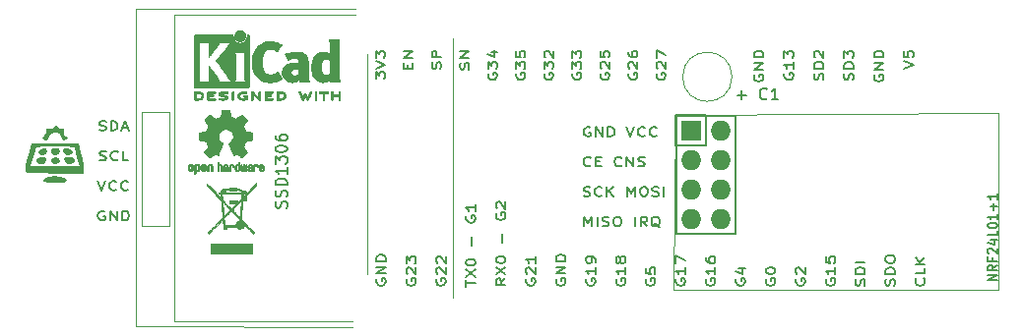
<source format=gbr>
%TF.GenerationSoftware,KiCad,Pcbnew,(6.0.10-0)*%
%TF.CreationDate,2023-02-16T19:20:24+01:00*%
%TF.ProjectId,openDTU_wDisplay,6f70656e-4454-4555-9f77-446973706c61,rev?*%
%TF.SameCoordinates,Original*%
%TF.FileFunction,Legend,Top*%
%TF.FilePolarity,Positive*%
%FSLAX46Y46*%
G04 Gerber Fmt 4.6, Leading zero omitted, Abs format (unit mm)*
G04 Created by KiCad (PCBNEW (6.0.10-0)) date 2023-02-16 19:20:24*
%MOMM*%
%LPD*%
G01*
G04 APERTURE LIST*
%ADD10C,0.150000*%
%ADD11C,0.160000*%
%ADD12C,0.120000*%
%ADD13C,0.010000*%
%ADD14R,1.727200X1.727200*%
%ADD15O,1.727200X1.727200*%
G04 APERTURE END LIST*
D10*
X97337714Y-81803809D02*
X97480571Y-81841904D01*
X97718666Y-81841904D01*
X97813904Y-81803809D01*
X97861523Y-81765714D01*
X97909142Y-81689523D01*
X97909142Y-81613333D01*
X97861523Y-81537142D01*
X97813904Y-81499047D01*
X97718666Y-81460952D01*
X97528190Y-81422857D01*
X97432952Y-81384761D01*
X97385333Y-81346666D01*
X97337714Y-81270476D01*
X97337714Y-81194285D01*
X97385333Y-81118095D01*
X97432952Y-81080000D01*
X97528190Y-81041904D01*
X97766285Y-81041904D01*
X97909142Y-81080000D01*
X98337714Y-81841904D02*
X98337714Y-81041904D01*
X98575809Y-81041904D01*
X98718666Y-81080000D01*
X98813904Y-81156190D01*
X98861523Y-81232380D01*
X98909142Y-81384761D01*
X98909142Y-81499047D01*
X98861523Y-81651428D01*
X98813904Y-81727619D01*
X98718666Y-81803809D01*
X98575809Y-81841904D01*
X98337714Y-81841904D01*
X99290095Y-81613333D02*
X99766285Y-81613333D01*
X99194857Y-81841904D02*
X99528190Y-81041904D01*
X99861523Y-81841904D01*
X97361523Y-84379809D02*
X97504380Y-84417904D01*
X97742476Y-84417904D01*
X97837714Y-84379809D01*
X97885333Y-84341714D01*
X97932952Y-84265523D01*
X97932952Y-84189333D01*
X97885333Y-84113142D01*
X97837714Y-84075047D01*
X97742476Y-84036952D01*
X97552000Y-83998857D01*
X97456761Y-83960761D01*
X97409142Y-83922666D01*
X97361523Y-83846476D01*
X97361523Y-83770285D01*
X97409142Y-83694095D01*
X97456761Y-83656000D01*
X97552000Y-83617904D01*
X97790095Y-83617904D01*
X97932952Y-83656000D01*
X98932952Y-84341714D02*
X98885333Y-84379809D01*
X98742476Y-84417904D01*
X98647238Y-84417904D01*
X98504380Y-84379809D01*
X98409142Y-84303619D01*
X98361523Y-84227428D01*
X98313904Y-84075047D01*
X98313904Y-83960761D01*
X98361523Y-83808380D01*
X98409142Y-83732190D01*
X98504380Y-83656000D01*
X98647238Y-83617904D01*
X98742476Y-83617904D01*
X98885333Y-83656000D01*
X98932952Y-83694095D01*
X99837714Y-84417904D02*
X99361523Y-84417904D01*
X99361523Y-83617904D01*
X97218666Y-86193904D02*
X97552000Y-86993904D01*
X97885333Y-86193904D01*
X98790095Y-86917714D02*
X98742476Y-86955809D01*
X98599619Y-86993904D01*
X98504380Y-86993904D01*
X98361523Y-86955809D01*
X98266285Y-86879619D01*
X98218666Y-86803428D01*
X98171047Y-86651047D01*
X98171047Y-86536761D01*
X98218666Y-86384380D01*
X98266285Y-86308190D01*
X98361523Y-86232000D01*
X98504380Y-86193904D01*
X98599619Y-86193904D01*
X98742476Y-86232000D01*
X98790095Y-86270095D01*
X99790095Y-86917714D02*
X99742476Y-86955809D01*
X99599619Y-86993904D01*
X99504380Y-86993904D01*
X99361523Y-86955809D01*
X99266285Y-86879619D01*
X99218666Y-86803428D01*
X99171047Y-86651047D01*
X99171047Y-86536761D01*
X99218666Y-86384380D01*
X99266285Y-86308190D01*
X99361523Y-86232000D01*
X99504380Y-86193904D01*
X99599619Y-86193904D01*
X99742476Y-86232000D01*
X99790095Y-86270095D01*
X97790095Y-88808000D02*
X97694857Y-88769904D01*
X97552000Y-88769904D01*
X97409142Y-88808000D01*
X97313904Y-88884190D01*
X97266285Y-88960380D01*
X97218666Y-89112761D01*
X97218666Y-89227047D01*
X97266285Y-89379428D01*
X97313904Y-89455619D01*
X97409142Y-89531809D01*
X97552000Y-89569904D01*
X97647238Y-89569904D01*
X97790095Y-89531809D01*
X97837714Y-89493714D01*
X97837714Y-89227047D01*
X97647238Y-89227047D01*
X98266285Y-89569904D02*
X98266285Y-88769904D01*
X98837714Y-89569904D01*
X98837714Y-88769904D01*
X99313904Y-89569904D02*
X99313904Y-88769904D01*
X99552000Y-88769904D01*
X99694857Y-88808000D01*
X99790095Y-88884190D01*
X99837714Y-88960380D01*
X99885333Y-89112761D01*
X99885333Y-89227047D01*
X99837714Y-89379428D01*
X99790095Y-89455619D01*
X99694857Y-89531809D01*
X99552000Y-89569904D01*
X99313904Y-89569904D01*
X139543404Y-81588000D02*
X139448166Y-81549904D01*
X139305309Y-81549904D01*
X139162452Y-81588000D01*
X139067214Y-81664190D01*
X139019595Y-81740380D01*
X138971976Y-81892761D01*
X138971976Y-82007047D01*
X139019595Y-82159428D01*
X139067214Y-82235619D01*
X139162452Y-82311809D01*
X139305309Y-82349904D01*
X139400547Y-82349904D01*
X139543404Y-82311809D01*
X139591023Y-82273714D01*
X139591023Y-82007047D01*
X139400547Y-82007047D01*
X140019595Y-82349904D02*
X140019595Y-81549904D01*
X140591023Y-82349904D01*
X140591023Y-81549904D01*
X141067214Y-82349904D02*
X141067214Y-81549904D01*
X141305309Y-81549904D01*
X141448166Y-81588000D01*
X141543404Y-81664190D01*
X141591023Y-81740380D01*
X141638642Y-81892761D01*
X141638642Y-82007047D01*
X141591023Y-82159428D01*
X141543404Y-82235619D01*
X141448166Y-82311809D01*
X141305309Y-82349904D01*
X141067214Y-82349904D01*
X142686261Y-81549904D02*
X143019595Y-82349904D01*
X143352928Y-81549904D01*
X144257690Y-82273714D02*
X144210071Y-82311809D01*
X144067214Y-82349904D01*
X143971976Y-82349904D01*
X143829119Y-82311809D01*
X143733880Y-82235619D01*
X143686261Y-82159428D01*
X143638642Y-82007047D01*
X143638642Y-81892761D01*
X143686261Y-81740380D01*
X143733880Y-81664190D01*
X143829119Y-81588000D01*
X143971976Y-81549904D01*
X144067214Y-81549904D01*
X144210071Y-81588000D01*
X144257690Y-81626095D01*
X145257690Y-82273714D02*
X145210071Y-82311809D01*
X145067214Y-82349904D01*
X144971976Y-82349904D01*
X144829119Y-82311809D01*
X144733880Y-82235619D01*
X144686261Y-82159428D01*
X144638642Y-82007047D01*
X144638642Y-81892761D01*
X144686261Y-81740380D01*
X144733880Y-81664190D01*
X144829119Y-81588000D01*
X144971976Y-81549904D01*
X145067214Y-81549904D01*
X145210071Y-81588000D01*
X145257690Y-81626095D01*
X139591023Y-84849714D02*
X139543404Y-84887809D01*
X139400547Y-84925904D01*
X139305309Y-84925904D01*
X139162452Y-84887809D01*
X139067214Y-84811619D01*
X139019595Y-84735428D01*
X138971976Y-84583047D01*
X138971976Y-84468761D01*
X139019595Y-84316380D01*
X139067214Y-84240190D01*
X139162452Y-84164000D01*
X139305309Y-84125904D01*
X139400547Y-84125904D01*
X139543404Y-84164000D01*
X139591023Y-84202095D01*
X140019595Y-84506857D02*
X140352928Y-84506857D01*
X140495785Y-84925904D02*
X140019595Y-84925904D01*
X140019595Y-84125904D01*
X140495785Y-84125904D01*
X142257690Y-84849714D02*
X142210071Y-84887809D01*
X142067214Y-84925904D01*
X141971976Y-84925904D01*
X141829119Y-84887809D01*
X141733880Y-84811619D01*
X141686261Y-84735428D01*
X141638642Y-84583047D01*
X141638642Y-84468761D01*
X141686261Y-84316380D01*
X141733880Y-84240190D01*
X141829119Y-84164000D01*
X141971976Y-84125904D01*
X142067214Y-84125904D01*
X142210071Y-84164000D01*
X142257690Y-84202095D01*
X142686261Y-84925904D02*
X142686261Y-84125904D01*
X143257690Y-84925904D01*
X143257690Y-84125904D01*
X143686261Y-84887809D02*
X143829119Y-84925904D01*
X144067214Y-84925904D01*
X144162452Y-84887809D01*
X144210071Y-84849714D01*
X144257690Y-84773523D01*
X144257690Y-84697333D01*
X144210071Y-84621142D01*
X144162452Y-84583047D01*
X144067214Y-84544952D01*
X143876738Y-84506857D01*
X143781500Y-84468761D01*
X143733880Y-84430666D01*
X143686261Y-84354476D01*
X143686261Y-84278285D01*
X143733880Y-84202095D01*
X143781500Y-84164000D01*
X143876738Y-84125904D01*
X144114833Y-84125904D01*
X144257690Y-84164000D01*
X138971976Y-87463809D02*
X139114833Y-87501904D01*
X139352928Y-87501904D01*
X139448166Y-87463809D01*
X139495785Y-87425714D01*
X139543404Y-87349523D01*
X139543404Y-87273333D01*
X139495785Y-87197142D01*
X139448166Y-87159047D01*
X139352928Y-87120952D01*
X139162452Y-87082857D01*
X139067214Y-87044761D01*
X139019595Y-87006666D01*
X138971976Y-86930476D01*
X138971976Y-86854285D01*
X139019595Y-86778095D01*
X139067214Y-86740000D01*
X139162452Y-86701904D01*
X139400547Y-86701904D01*
X139543404Y-86740000D01*
X140543404Y-87425714D02*
X140495785Y-87463809D01*
X140352928Y-87501904D01*
X140257690Y-87501904D01*
X140114833Y-87463809D01*
X140019595Y-87387619D01*
X139971976Y-87311428D01*
X139924357Y-87159047D01*
X139924357Y-87044761D01*
X139971976Y-86892380D01*
X140019595Y-86816190D01*
X140114833Y-86740000D01*
X140257690Y-86701904D01*
X140352928Y-86701904D01*
X140495785Y-86740000D01*
X140543404Y-86778095D01*
X140971976Y-87501904D02*
X140971976Y-86701904D01*
X141543404Y-87501904D02*
X141114833Y-87044761D01*
X141543404Y-86701904D02*
X140971976Y-87159047D01*
X142733880Y-87501904D02*
X142733880Y-86701904D01*
X143067214Y-87273333D01*
X143400547Y-86701904D01*
X143400547Y-87501904D01*
X144067214Y-86701904D02*
X144257690Y-86701904D01*
X144352928Y-86740000D01*
X144448166Y-86816190D01*
X144495785Y-86968571D01*
X144495785Y-87235238D01*
X144448166Y-87387619D01*
X144352928Y-87463809D01*
X144257690Y-87501904D01*
X144067214Y-87501904D01*
X143971976Y-87463809D01*
X143876738Y-87387619D01*
X143829119Y-87235238D01*
X143829119Y-86968571D01*
X143876738Y-86816190D01*
X143971976Y-86740000D01*
X144067214Y-86701904D01*
X144876738Y-87463809D02*
X145019595Y-87501904D01*
X145257690Y-87501904D01*
X145352928Y-87463809D01*
X145400547Y-87425714D01*
X145448166Y-87349523D01*
X145448166Y-87273333D01*
X145400547Y-87197142D01*
X145352928Y-87159047D01*
X145257690Y-87120952D01*
X145067214Y-87082857D01*
X144971976Y-87044761D01*
X144924357Y-87006666D01*
X144876738Y-86930476D01*
X144876738Y-86854285D01*
X144924357Y-86778095D01*
X144971976Y-86740000D01*
X145067214Y-86701904D01*
X145305309Y-86701904D01*
X145448166Y-86740000D01*
X145876738Y-87501904D02*
X145876738Y-86701904D01*
X139019595Y-90077904D02*
X139019595Y-89277904D01*
X139352928Y-89849333D01*
X139686261Y-89277904D01*
X139686261Y-90077904D01*
X140162452Y-90077904D02*
X140162452Y-89277904D01*
X140591023Y-90039809D02*
X140733880Y-90077904D01*
X140971976Y-90077904D01*
X141067214Y-90039809D01*
X141114833Y-90001714D01*
X141162452Y-89925523D01*
X141162452Y-89849333D01*
X141114833Y-89773142D01*
X141067214Y-89735047D01*
X140971976Y-89696952D01*
X140781500Y-89658857D01*
X140686261Y-89620761D01*
X140638642Y-89582666D01*
X140591023Y-89506476D01*
X140591023Y-89430285D01*
X140638642Y-89354095D01*
X140686261Y-89316000D01*
X140781500Y-89277904D01*
X141019595Y-89277904D01*
X141162452Y-89316000D01*
X141781500Y-89277904D02*
X141971976Y-89277904D01*
X142067214Y-89316000D01*
X142162452Y-89392190D01*
X142210071Y-89544571D01*
X142210071Y-89811238D01*
X142162452Y-89963619D01*
X142067214Y-90039809D01*
X141971976Y-90077904D01*
X141781500Y-90077904D01*
X141686261Y-90039809D01*
X141591023Y-89963619D01*
X141543404Y-89811238D01*
X141543404Y-89544571D01*
X141591023Y-89392190D01*
X141686261Y-89316000D01*
X141781500Y-89277904D01*
X143400547Y-90077904D02*
X143400547Y-89277904D01*
X144448166Y-90077904D02*
X144114833Y-89696952D01*
X143876738Y-90077904D02*
X143876738Y-89277904D01*
X144257690Y-89277904D01*
X144352928Y-89316000D01*
X144400547Y-89354095D01*
X144448166Y-89430285D01*
X144448166Y-89544571D01*
X144400547Y-89620761D01*
X144352928Y-89658857D01*
X144257690Y-89696952D01*
X143876738Y-89696952D01*
X145543404Y-90154095D02*
X145448166Y-90116000D01*
X145352928Y-90039809D01*
X145210071Y-89925523D01*
X145114833Y-89887428D01*
X145019595Y-89887428D01*
X145067214Y-90077904D02*
X144971976Y-90039809D01*
X144876738Y-89963619D01*
X144829119Y-89811238D01*
X144829119Y-89544571D01*
X144876738Y-89392190D01*
X144971976Y-89316000D01*
X145067214Y-89277904D01*
X145257690Y-89277904D01*
X145352928Y-89316000D01*
X145448166Y-89392190D01*
X145495785Y-89544571D01*
X145495785Y-89811238D01*
X145448166Y-89963619D01*
X145352928Y-90039809D01*
X145257690Y-90077904D01*
X145067214Y-90077904D01*
X153688000Y-77059214D02*
X153649904Y-77154452D01*
X153649904Y-77297309D01*
X153688000Y-77440166D01*
X153764190Y-77535404D01*
X153840380Y-77583023D01*
X153992761Y-77630642D01*
X154107047Y-77630642D01*
X154259428Y-77583023D01*
X154335619Y-77535404D01*
X154411809Y-77440166D01*
X154449904Y-77297309D01*
X154449904Y-77202071D01*
X154411809Y-77059214D01*
X154373714Y-77011595D01*
X154107047Y-77011595D01*
X154107047Y-77202071D01*
X154449904Y-76583023D02*
X153649904Y-76583023D01*
X154449904Y-76011595D01*
X153649904Y-76011595D01*
X154449904Y-75535404D02*
X153649904Y-75535404D01*
X153649904Y-75297309D01*
X153688000Y-75154452D01*
X153764190Y-75059214D01*
X153840380Y-75011595D01*
X153992761Y-74963976D01*
X154107047Y-74963976D01*
X154259428Y-75011595D01*
X154335619Y-75059214D01*
X154411809Y-75154452D01*
X154449904Y-75297309D01*
X154449904Y-75535404D01*
X156264000Y-76916357D02*
X156225904Y-77011595D01*
X156225904Y-77154452D01*
X156264000Y-77297309D01*
X156340190Y-77392547D01*
X156416380Y-77440166D01*
X156568761Y-77487785D01*
X156683047Y-77487785D01*
X156835428Y-77440166D01*
X156911619Y-77392547D01*
X156987809Y-77297309D01*
X157025904Y-77154452D01*
X157025904Y-77059214D01*
X156987809Y-76916357D01*
X156949714Y-76868738D01*
X156683047Y-76868738D01*
X156683047Y-77059214D01*
X157025904Y-75916357D02*
X157025904Y-76487785D01*
X157025904Y-76202071D02*
X156225904Y-76202071D01*
X156340190Y-76297309D01*
X156416380Y-76392547D01*
X156454476Y-76487785D01*
X156225904Y-75583023D02*
X156225904Y-74963976D01*
X156530666Y-75297309D01*
X156530666Y-75154452D01*
X156568761Y-75059214D01*
X156606857Y-75011595D01*
X156683047Y-74963976D01*
X156873523Y-74963976D01*
X156949714Y-75011595D01*
X156987809Y-75059214D01*
X157025904Y-75154452D01*
X157025904Y-75440166D01*
X156987809Y-75535404D01*
X156949714Y-75583023D01*
X159563809Y-77487785D02*
X159601904Y-77344928D01*
X159601904Y-77106833D01*
X159563809Y-77011595D01*
X159525714Y-76963976D01*
X159449523Y-76916357D01*
X159373333Y-76916357D01*
X159297142Y-76963976D01*
X159259047Y-77011595D01*
X159220952Y-77106833D01*
X159182857Y-77297309D01*
X159144761Y-77392547D01*
X159106666Y-77440166D01*
X159030476Y-77487785D01*
X158954285Y-77487785D01*
X158878095Y-77440166D01*
X158840000Y-77392547D01*
X158801904Y-77297309D01*
X158801904Y-77059214D01*
X158840000Y-76916357D01*
X159601904Y-76487785D02*
X158801904Y-76487785D01*
X158801904Y-76249690D01*
X158840000Y-76106833D01*
X158916190Y-76011595D01*
X158992380Y-75963976D01*
X159144761Y-75916357D01*
X159259047Y-75916357D01*
X159411428Y-75963976D01*
X159487619Y-76011595D01*
X159563809Y-76106833D01*
X159601904Y-76249690D01*
X159601904Y-76487785D01*
X158878095Y-75535404D02*
X158840000Y-75487785D01*
X158801904Y-75392547D01*
X158801904Y-75154452D01*
X158840000Y-75059214D01*
X158878095Y-75011595D01*
X158954285Y-74963976D01*
X159030476Y-74963976D01*
X159144761Y-75011595D01*
X159601904Y-75583023D01*
X159601904Y-74963976D01*
X162139809Y-77487785D02*
X162177904Y-77344928D01*
X162177904Y-77106833D01*
X162139809Y-77011595D01*
X162101714Y-76963976D01*
X162025523Y-76916357D01*
X161949333Y-76916357D01*
X161873142Y-76963976D01*
X161835047Y-77011595D01*
X161796952Y-77106833D01*
X161758857Y-77297309D01*
X161720761Y-77392547D01*
X161682666Y-77440166D01*
X161606476Y-77487785D01*
X161530285Y-77487785D01*
X161454095Y-77440166D01*
X161416000Y-77392547D01*
X161377904Y-77297309D01*
X161377904Y-77059214D01*
X161416000Y-76916357D01*
X162177904Y-76487785D02*
X161377904Y-76487785D01*
X161377904Y-76249690D01*
X161416000Y-76106833D01*
X161492190Y-76011595D01*
X161568380Y-75963976D01*
X161720761Y-75916357D01*
X161835047Y-75916357D01*
X161987428Y-75963976D01*
X162063619Y-76011595D01*
X162139809Y-76106833D01*
X162177904Y-76249690D01*
X162177904Y-76487785D01*
X161377904Y-75583023D02*
X161377904Y-74963976D01*
X161682666Y-75297309D01*
X161682666Y-75154452D01*
X161720761Y-75059214D01*
X161758857Y-75011595D01*
X161835047Y-74963976D01*
X162025523Y-74963976D01*
X162101714Y-75011595D01*
X162139809Y-75059214D01*
X162177904Y-75154452D01*
X162177904Y-75440166D01*
X162139809Y-75535404D01*
X162101714Y-75583023D01*
X163992000Y-77059214D02*
X163953904Y-77154452D01*
X163953904Y-77297309D01*
X163992000Y-77440166D01*
X164068190Y-77535404D01*
X164144380Y-77583023D01*
X164296761Y-77630642D01*
X164411047Y-77630642D01*
X164563428Y-77583023D01*
X164639619Y-77535404D01*
X164715809Y-77440166D01*
X164753904Y-77297309D01*
X164753904Y-77202071D01*
X164715809Y-77059214D01*
X164677714Y-77011595D01*
X164411047Y-77011595D01*
X164411047Y-77202071D01*
X164753904Y-76583023D02*
X163953904Y-76583023D01*
X164753904Y-76011595D01*
X163953904Y-76011595D01*
X164753904Y-75535404D02*
X163953904Y-75535404D01*
X163953904Y-75297309D01*
X163992000Y-75154452D01*
X164068190Y-75059214D01*
X164144380Y-75011595D01*
X164296761Y-74963976D01*
X164411047Y-74963976D01*
X164563428Y-75011595D01*
X164639619Y-75059214D01*
X164715809Y-75154452D01*
X164753904Y-75297309D01*
X164753904Y-75535404D01*
X166529904Y-76487785D02*
X167329904Y-76154452D01*
X166529904Y-75821119D01*
X166529904Y-75011595D02*
X166529904Y-75487785D01*
X166910857Y-75535404D01*
X166872761Y-75487785D01*
X166834666Y-75392547D01*
X166834666Y-75154452D01*
X166872761Y-75059214D01*
X166910857Y-75011595D01*
X166987047Y-74963976D01*
X167177523Y-74963976D01*
X167253714Y-75011595D01*
X167291809Y-75059214D01*
X167329904Y-75154452D01*
X167329904Y-75392547D01*
X167291809Y-75487785D01*
X167253714Y-75535404D01*
X121118285Y-77392547D02*
X121118285Y-76773500D01*
X121404000Y-77106833D01*
X121404000Y-76963976D01*
X121439714Y-76868738D01*
X121475428Y-76821119D01*
X121546857Y-76773500D01*
X121725428Y-76773500D01*
X121796857Y-76821119D01*
X121832571Y-76868738D01*
X121868285Y-76963976D01*
X121868285Y-77249690D01*
X121832571Y-77344928D01*
X121796857Y-77392547D01*
X121118285Y-76487785D02*
X121868285Y-76154452D01*
X121118285Y-75821119D01*
X121118285Y-75583023D02*
X121118285Y-74963976D01*
X121404000Y-75297309D01*
X121404000Y-75154452D01*
X121439714Y-75059214D01*
X121475428Y-75011595D01*
X121546857Y-74963976D01*
X121725428Y-74963976D01*
X121796857Y-75011595D01*
X121832571Y-75059214D01*
X121868285Y-75154452D01*
X121868285Y-75440166D01*
X121832571Y-75535404D01*
X121796857Y-75583023D01*
X123890428Y-76487785D02*
X123890428Y-76154452D01*
X124283285Y-76011595D02*
X124283285Y-76487785D01*
X123533285Y-76487785D01*
X123533285Y-76011595D01*
X124283285Y-75583023D02*
X123533285Y-75583023D01*
X124283285Y-75011595D01*
X123533285Y-75011595D01*
X126662571Y-76535404D02*
X126698285Y-76392547D01*
X126698285Y-76154452D01*
X126662571Y-76059214D01*
X126626857Y-76011595D01*
X126555428Y-75963976D01*
X126484000Y-75963976D01*
X126412571Y-76011595D01*
X126376857Y-76059214D01*
X126341142Y-76154452D01*
X126305428Y-76344928D01*
X126269714Y-76440166D01*
X126234000Y-76487785D01*
X126162571Y-76535404D01*
X126091142Y-76535404D01*
X126019714Y-76487785D01*
X125984000Y-76440166D01*
X125948285Y-76344928D01*
X125948285Y-76106833D01*
X125984000Y-75963976D01*
X126698285Y-75535404D02*
X125948285Y-75535404D01*
X125948285Y-75154452D01*
X125984000Y-75059214D01*
X126019714Y-75011595D01*
X126091142Y-74963976D01*
X126198285Y-74963976D01*
X126269714Y-75011595D01*
X126305428Y-75059214D01*
X126341142Y-75154452D01*
X126341142Y-75535404D01*
X129077571Y-76583023D02*
X129113285Y-76440166D01*
X129113285Y-76202071D01*
X129077571Y-76106833D01*
X129041857Y-76059214D01*
X128970428Y-76011595D01*
X128899000Y-76011595D01*
X128827571Y-76059214D01*
X128791857Y-76106833D01*
X128756142Y-76202071D01*
X128720428Y-76392547D01*
X128684714Y-76487785D01*
X128649000Y-76535404D01*
X128577571Y-76583023D01*
X128506142Y-76583023D01*
X128434714Y-76535404D01*
X128399000Y-76487785D01*
X128363285Y-76392547D01*
X128363285Y-76154452D01*
X128399000Y-76011595D01*
X129113285Y-75583023D02*
X128363285Y-75583023D01*
X129113285Y-75011595D01*
X128363285Y-75011595D01*
X130814000Y-76916357D02*
X130778285Y-77011595D01*
X130778285Y-77154452D01*
X130814000Y-77297309D01*
X130885428Y-77392547D01*
X130956857Y-77440166D01*
X131099714Y-77487785D01*
X131206857Y-77487785D01*
X131349714Y-77440166D01*
X131421142Y-77392547D01*
X131492571Y-77297309D01*
X131528285Y-77154452D01*
X131528285Y-77059214D01*
X131492571Y-76916357D01*
X131456857Y-76868738D01*
X131206857Y-76868738D01*
X131206857Y-77059214D01*
X130778285Y-76535404D02*
X130778285Y-75916357D01*
X131064000Y-76249690D01*
X131064000Y-76106833D01*
X131099714Y-76011595D01*
X131135428Y-75963976D01*
X131206857Y-75916357D01*
X131385428Y-75916357D01*
X131456857Y-75963976D01*
X131492571Y-76011595D01*
X131528285Y-76106833D01*
X131528285Y-76392547D01*
X131492571Y-76487785D01*
X131456857Y-76535404D01*
X131028285Y-75059214D02*
X131528285Y-75059214D01*
X130742571Y-75297309D02*
X131278285Y-75535404D01*
X131278285Y-74916357D01*
X133229000Y-76916357D02*
X133193285Y-77011595D01*
X133193285Y-77154452D01*
X133229000Y-77297309D01*
X133300428Y-77392547D01*
X133371857Y-77440166D01*
X133514714Y-77487785D01*
X133621857Y-77487785D01*
X133764714Y-77440166D01*
X133836142Y-77392547D01*
X133907571Y-77297309D01*
X133943285Y-77154452D01*
X133943285Y-77059214D01*
X133907571Y-76916357D01*
X133871857Y-76868738D01*
X133621857Y-76868738D01*
X133621857Y-77059214D01*
X133193285Y-76535404D02*
X133193285Y-75916357D01*
X133479000Y-76249690D01*
X133479000Y-76106833D01*
X133514714Y-76011595D01*
X133550428Y-75963976D01*
X133621857Y-75916357D01*
X133800428Y-75916357D01*
X133871857Y-75963976D01*
X133907571Y-76011595D01*
X133943285Y-76106833D01*
X133943285Y-76392547D01*
X133907571Y-76487785D01*
X133871857Y-76535404D01*
X133193285Y-75011595D02*
X133193285Y-75487785D01*
X133550428Y-75535404D01*
X133514714Y-75487785D01*
X133479000Y-75392547D01*
X133479000Y-75154452D01*
X133514714Y-75059214D01*
X133550428Y-75011595D01*
X133621857Y-74963976D01*
X133800428Y-74963976D01*
X133871857Y-75011595D01*
X133907571Y-75059214D01*
X133943285Y-75154452D01*
X133943285Y-75392547D01*
X133907571Y-75487785D01*
X133871857Y-75535404D01*
X135644000Y-76916357D02*
X135608285Y-77011595D01*
X135608285Y-77154452D01*
X135644000Y-77297309D01*
X135715428Y-77392547D01*
X135786857Y-77440166D01*
X135929714Y-77487785D01*
X136036857Y-77487785D01*
X136179714Y-77440166D01*
X136251142Y-77392547D01*
X136322571Y-77297309D01*
X136358285Y-77154452D01*
X136358285Y-77059214D01*
X136322571Y-76916357D01*
X136286857Y-76868738D01*
X136036857Y-76868738D01*
X136036857Y-77059214D01*
X135608285Y-76535404D02*
X135608285Y-75916357D01*
X135894000Y-76249690D01*
X135894000Y-76106833D01*
X135929714Y-76011595D01*
X135965428Y-75963976D01*
X136036857Y-75916357D01*
X136215428Y-75916357D01*
X136286857Y-75963976D01*
X136322571Y-76011595D01*
X136358285Y-76106833D01*
X136358285Y-76392547D01*
X136322571Y-76487785D01*
X136286857Y-76535404D01*
X135679714Y-75535404D02*
X135644000Y-75487785D01*
X135608285Y-75392547D01*
X135608285Y-75154452D01*
X135644000Y-75059214D01*
X135679714Y-75011595D01*
X135751142Y-74963976D01*
X135822571Y-74963976D01*
X135929714Y-75011595D01*
X136358285Y-75583023D01*
X136358285Y-74963976D01*
X138059000Y-76916357D02*
X138023285Y-77011595D01*
X138023285Y-77154452D01*
X138059000Y-77297309D01*
X138130428Y-77392547D01*
X138201857Y-77440166D01*
X138344714Y-77487785D01*
X138451857Y-77487785D01*
X138594714Y-77440166D01*
X138666142Y-77392547D01*
X138737571Y-77297309D01*
X138773285Y-77154452D01*
X138773285Y-77059214D01*
X138737571Y-76916357D01*
X138701857Y-76868738D01*
X138451857Y-76868738D01*
X138451857Y-77059214D01*
X138023285Y-76535404D02*
X138023285Y-75916357D01*
X138309000Y-76249690D01*
X138309000Y-76106833D01*
X138344714Y-76011595D01*
X138380428Y-75963976D01*
X138451857Y-75916357D01*
X138630428Y-75916357D01*
X138701857Y-75963976D01*
X138737571Y-76011595D01*
X138773285Y-76106833D01*
X138773285Y-76392547D01*
X138737571Y-76487785D01*
X138701857Y-76535404D01*
X138023285Y-75583023D02*
X138023285Y-74963976D01*
X138309000Y-75297309D01*
X138309000Y-75154452D01*
X138344714Y-75059214D01*
X138380428Y-75011595D01*
X138451857Y-74963976D01*
X138630428Y-74963976D01*
X138701857Y-75011595D01*
X138737571Y-75059214D01*
X138773285Y-75154452D01*
X138773285Y-75440166D01*
X138737571Y-75535404D01*
X138701857Y-75583023D01*
X140474000Y-76916357D02*
X140438285Y-77011595D01*
X140438285Y-77154452D01*
X140474000Y-77297309D01*
X140545428Y-77392547D01*
X140616857Y-77440166D01*
X140759714Y-77487785D01*
X140866857Y-77487785D01*
X141009714Y-77440166D01*
X141081142Y-77392547D01*
X141152571Y-77297309D01*
X141188285Y-77154452D01*
X141188285Y-77059214D01*
X141152571Y-76916357D01*
X141116857Y-76868738D01*
X140866857Y-76868738D01*
X140866857Y-77059214D01*
X140509714Y-76487785D02*
X140474000Y-76440166D01*
X140438285Y-76344928D01*
X140438285Y-76106833D01*
X140474000Y-76011595D01*
X140509714Y-75963976D01*
X140581142Y-75916357D01*
X140652571Y-75916357D01*
X140759714Y-75963976D01*
X141188285Y-76535404D01*
X141188285Y-75916357D01*
X140438285Y-75011595D02*
X140438285Y-75487785D01*
X140795428Y-75535404D01*
X140759714Y-75487785D01*
X140724000Y-75392547D01*
X140724000Y-75154452D01*
X140759714Y-75059214D01*
X140795428Y-75011595D01*
X140866857Y-74963976D01*
X141045428Y-74963976D01*
X141116857Y-75011595D01*
X141152571Y-75059214D01*
X141188285Y-75154452D01*
X141188285Y-75392547D01*
X141152571Y-75487785D01*
X141116857Y-75535404D01*
X142889000Y-76916357D02*
X142853285Y-77011595D01*
X142853285Y-77154452D01*
X142889000Y-77297309D01*
X142960428Y-77392547D01*
X143031857Y-77440166D01*
X143174714Y-77487785D01*
X143281857Y-77487785D01*
X143424714Y-77440166D01*
X143496142Y-77392547D01*
X143567571Y-77297309D01*
X143603285Y-77154452D01*
X143603285Y-77059214D01*
X143567571Y-76916357D01*
X143531857Y-76868738D01*
X143281857Y-76868738D01*
X143281857Y-77059214D01*
X142924714Y-76487785D02*
X142889000Y-76440166D01*
X142853285Y-76344928D01*
X142853285Y-76106833D01*
X142889000Y-76011595D01*
X142924714Y-75963976D01*
X142996142Y-75916357D01*
X143067571Y-75916357D01*
X143174714Y-75963976D01*
X143603285Y-76535404D01*
X143603285Y-75916357D01*
X142853285Y-75059214D02*
X142853285Y-75249690D01*
X142889000Y-75344928D01*
X142924714Y-75392547D01*
X143031857Y-75487785D01*
X143174714Y-75535404D01*
X143460428Y-75535404D01*
X143531857Y-75487785D01*
X143567571Y-75440166D01*
X143603285Y-75344928D01*
X143603285Y-75154452D01*
X143567571Y-75059214D01*
X143531857Y-75011595D01*
X143460428Y-74963976D01*
X143281857Y-74963976D01*
X143210428Y-75011595D01*
X143174714Y-75059214D01*
X143139000Y-75154452D01*
X143139000Y-75344928D01*
X143174714Y-75440166D01*
X143210428Y-75487785D01*
X143281857Y-75535404D01*
X145304000Y-76916357D02*
X145268285Y-77011595D01*
X145268285Y-77154452D01*
X145304000Y-77297309D01*
X145375428Y-77392547D01*
X145446857Y-77440166D01*
X145589714Y-77487785D01*
X145696857Y-77487785D01*
X145839714Y-77440166D01*
X145911142Y-77392547D01*
X145982571Y-77297309D01*
X146018285Y-77154452D01*
X146018285Y-77059214D01*
X145982571Y-76916357D01*
X145946857Y-76868738D01*
X145696857Y-76868738D01*
X145696857Y-77059214D01*
X145339714Y-76487785D02*
X145304000Y-76440166D01*
X145268285Y-76344928D01*
X145268285Y-76106833D01*
X145304000Y-76011595D01*
X145339714Y-75963976D01*
X145411142Y-75916357D01*
X145482571Y-75916357D01*
X145589714Y-75963976D01*
X146018285Y-76535404D01*
X146018285Y-75916357D01*
X145268285Y-75583023D02*
X145268285Y-74916357D01*
X146018285Y-75344928D01*
X121196000Y-94644595D02*
X121157904Y-94739833D01*
X121157904Y-94882690D01*
X121196000Y-95025547D01*
X121272190Y-95120785D01*
X121348380Y-95168404D01*
X121500761Y-95216023D01*
X121615047Y-95216023D01*
X121767428Y-95168404D01*
X121843619Y-95120785D01*
X121919809Y-95025547D01*
X121957904Y-94882690D01*
X121957904Y-94787452D01*
X121919809Y-94644595D01*
X121881714Y-94596976D01*
X121615047Y-94596976D01*
X121615047Y-94787452D01*
X121957904Y-94168404D02*
X121157904Y-94168404D01*
X121957904Y-93596976D01*
X121157904Y-93596976D01*
X121957904Y-93120785D02*
X121157904Y-93120785D01*
X121157904Y-92882690D01*
X121196000Y-92739833D01*
X121272190Y-92644595D01*
X121348380Y-92596976D01*
X121500761Y-92549357D01*
X121615047Y-92549357D01*
X121767428Y-92596976D01*
X121843619Y-92644595D01*
X121919809Y-92739833D01*
X121957904Y-92882690D01*
X121957904Y-93120785D01*
X123772000Y-94644595D02*
X123733904Y-94739833D01*
X123733904Y-94882690D01*
X123772000Y-95025547D01*
X123848190Y-95120785D01*
X123924380Y-95168404D01*
X124076761Y-95216023D01*
X124191047Y-95216023D01*
X124343428Y-95168404D01*
X124419619Y-95120785D01*
X124495809Y-95025547D01*
X124533904Y-94882690D01*
X124533904Y-94787452D01*
X124495809Y-94644595D01*
X124457714Y-94596976D01*
X124191047Y-94596976D01*
X124191047Y-94787452D01*
X123810095Y-94216023D02*
X123772000Y-94168404D01*
X123733904Y-94073166D01*
X123733904Y-93835071D01*
X123772000Y-93739833D01*
X123810095Y-93692214D01*
X123886285Y-93644595D01*
X123962476Y-93644595D01*
X124076761Y-93692214D01*
X124533904Y-94263642D01*
X124533904Y-93644595D01*
X123733904Y-93311261D02*
X123733904Y-92692214D01*
X124038666Y-93025547D01*
X124038666Y-92882690D01*
X124076761Y-92787452D01*
X124114857Y-92739833D01*
X124191047Y-92692214D01*
X124381523Y-92692214D01*
X124457714Y-92739833D01*
X124495809Y-92787452D01*
X124533904Y-92882690D01*
X124533904Y-93168404D01*
X124495809Y-93263642D01*
X124457714Y-93311261D01*
X126348000Y-94644595D02*
X126309904Y-94739833D01*
X126309904Y-94882690D01*
X126348000Y-95025547D01*
X126424190Y-95120785D01*
X126500380Y-95168404D01*
X126652761Y-95216023D01*
X126767047Y-95216023D01*
X126919428Y-95168404D01*
X126995619Y-95120785D01*
X127071809Y-95025547D01*
X127109904Y-94882690D01*
X127109904Y-94787452D01*
X127071809Y-94644595D01*
X127033714Y-94596976D01*
X126767047Y-94596976D01*
X126767047Y-94787452D01*
X126386095Y-94216023D02*
X126348000Y-94168404D01*
X126309904Y-94073166D01*
X126309904Y-93835071D01*
X126348000Y-93739833D01*
X126386095Y-93692214D01*
X126462285Y-93644595D01*
X126538476Y-93644595D01*
X126652761Y-93692214D01*
X127109904Y-94263642D01*
X127109904Y-93644595D01*
X126386095Y-93263642D02*
X126348000Y-93216023D01*
X126309904Y-93120785D01*
X126309904Y-92882690D01*
X126348000Y-92787452D01*
X126386095Y-92739833D01*
X126462285Y-92692214D01*
X126538476Y-92692214D01*
X126652761Y-92739833D01*
X127109904Y-93311261D01*
X127109904Y-92692214D01*
X128885904Y-95311261D02*
X128885904Y-94739833D01*
X129685904Y-95025547D02*
X128885904Y-95025547D01*
X128885904Y-94501738D02*
X129685904Y-93835071D01*
X128885904Y-93835071D02*
X129685904Y-94501738D01*
X128885904Y-93263642D02*
X128885904Y-93168404D01*
X128924000Y-93073166D01*
X128962095Y-93025547D01*
X129038285Y-92977928D01*
X129190666Y-92930309D01*
X129381142Y-92930309D01*
X129533523Y-92977928D01*
X129609714Y-93025547D01*
X129647809Y-93073166D01*
X129685904Y-93168404D01*
X129685904Y-93263642D01*
X129647809Y-93358880D01*
X129609714Y-93406500D01*
X129533523Y-93454119D01*
X129381142Y-93501738D01*
X129190666Y-93501738D01*
X129038285Y-93454119D01*
X128962095Y-93406500D01*
X128924000Y-93358880D01*
X128885904Y-93263642D01*
X129381142Y-91739833D02*
X129381142Y-90977928D01*
X128924000Y-89216023D02*
X128885904Y-89311261D01*
X128885904Y-89454119D01*
X128924000Y-89596976D01*
X129000190Y-89692214D01*
X129076380Y-89739833D01*
X129228761Y-89787452D01*
X129343047Y-89787452D01*
X129495428Y-89739833D01*
X129571619Y-89692214D01*
X129647809Y-89596976D01*
X129685904Y-89454119D01*
X129685904Y-89358880D01*
X129647809Y-89216023D01*
X129609714Y-89168404D01*
X129343047Y-89168404D01*
X129343047Y-89358880D01*
X129685904Y-88216023D02*
X129685904Y-88787452D01*
X129685904Y-88501738D02*
X128885904Y-88501738D01*
X129000190Y-88596976D01*
X129076380Y-88692214D01*
X129114476Y-88787452D01*
X132261904Y-94596976D02*
X131880952Y-94930309D01*
X132261904Y-95168404D02*
X131461904Y-95168404D01*
X131461904Y-94787452D01*
X131500000Y-94692214D01*
X131538095Y-94644595D01*
X131614285Y-94596976D01*
X131728571Y-94596976D01*
X131804761Y-94644595D01*
X131842857Y-94692214D01*
X131880952Y-94787452D01*
X131880952Y-95168404D01*
X131461904Y-94263642D02*
X132261904Y-93596976D01*
X131461904Y-93596976D02*
X132261904Y-94263642D01*
X131461904Y-93025547D02*
X131461904Y-92930309D01*
X131500000Y-92835071D01*
X131538095Y-92787452D01*
X131614285Y-92739833D01*
X131766666Y-92692214D01*
X131957142Y-92692214D01*
X132109523Y-92739833D01*
X132185714Y-92787452D01*
X132223809Y-92835071D01*
X132261904Y-92930309D01*
X132261904Y-93025547D01*
X132223809Y-93120785D01*
X132185714Y-93168404D01*
X132109523Y-93216023D01*
X131957142Y-93263642D01*
X131766666Y-93263642D01*
X131614285Y-93216023D01*
X131538095Y-93168404D01*
X131500000Y-93120785D01*
X131461904Y-93025547D01*
X131957142Y-91501738D02*
X131957142Y-90739833D01*
X131500000Y-88977928D02*
X131461904Y-89073166D01*
X131461904Y-89216023D01*
X131500000Y-89358880D01*
X131576190Y-89454119D01*
X131652380Y-89501738D01*
X131804761Y-89549357D01*
X131919047Y-89549357D01*
X132071428Y-89501738D01*
X132147619Y-89454119D01*
X132223809Y-89358880D01*
X132261904Y-89216023D01*
X132261904Y-89120785D01*
X132223809Y-88977928D01*
X132185714Y-88930309D01*
X131919047Y-88930309D01*
X131919047Y-89120785D01*
X131538095Y-88549357D02*
X131500000Y-88501738D01*
X131461904Y-88406500D01*
X131461904Y-88168404D01*
X131500000Y-88073166D01*
X131538095Y-88025547D01*
X131614285Y-87977928D01*
X131690476Y-87977928D01*
X131804761Y-88025547D01*
X132261904Y-88596976D01*
X132261904Y-87977928D01*
X134076000Y-94644595D02*
X134037904Y-94739833D01*
X134037904Y-94882690D01*
X134076000Y-95025547D01*
X134152190Y-95120785D01*
X134228380Y-95168404D01*
X134380761Y-95216023D01*
X134495047Y-95216023D01*
X134647428Y-95168404D01*
X134723619Y-95120785D01*
X134799809Y-95025547D01*
X134837904Y-94882690D01*
X134837904Y-94787452D01*
X134799809Y-94644595D01*
X134761714Y-94596976D01*
X134495047Y-94596976D01*
X134495047Y-94787452D01*
X134114095Y-94216023D02*
X134076000Y-94168404D01*
X134037904Y-94073166D01*
X134037904Y-93835071D01*
X134076000Y-93739833D01*
X134114095Y-93692214D01*
X134190285Y-93644595D01*
X134266476Y-93644595D01*
X134380761Y-93692214D01*
X134837904Y-94263642D01*
X134837904Y-93644595D01*
X134837904Y-92692214D02*
X134837904Y-93263642D01*
X134837904Y-92977928D02*
X134037904Y-92977928D01*
X134152190Y-93073166D01*
X134228380Y-93168404D01*
X134266476Y-93263642D01*
X136652000Y-94644595D02*
X136613904Y-94739833D01*
X136613904Y-94882690D01*
X136652000Y-95025547D01*
X136728190Y-95120785D01*
X136804380Y-95168404D01*
X136956761Y-95216023D01*
X137071047Y-95216023D01*
X137223428Y-95168404D01*
X137299619Y-95120785D01*
X137375809Y-95025547D01*
X137413904Y-94882690D01*
X137413904Y-94787452D01*
X137375809Y-94644595D01*
X137337714Y-94596976D01*
X137071047Y-94596976D01*
X137071047Y-94787452D01*
X137413904Y-94168404D02*
X136613904Y-94168404D01*
X137413904Y-93596976D01*
X136613904Y-93596976D01*
X137413904Y-93120785D02*
X136613904Y-93120785D01*
X136613904Y-92882690D01*
X136652000Y-92739833D01*
X136728190Y-92644595D01*
X136804380Y-92596976D01*
X136956761Y-92549357D01*
X137071047Y-92549357D01*
X137223428Y-92596976D01*
X137299619Y-92644595D01*
X137375809Y-92739833D01*
X137413904Y-92882690D01*
X137413904Y-93120785D01*
X139228000Y-94644595D02*
X139189904Y-94739833D01*
X139189904Y-94882690D01*
X139228000Y-95025547D01*
X139304190Y-95120785D01*
X139380380Y-95168404D01*
X139532761Y-95216023D01*
X139647047Y-95216023D01*
X139799428Y-95168404D01*
X139875619Y-95120785D01*
X139951809Y-95025547D01*
X139989904Y-94882690D01*
X139989904Y-94787452D01*
X139951809Y-94644595D01*
X139913714Y-94596976D01*
X139647047Y-94596976D01*
X139647047Y-94787452D01*
X139989904Y-93644595D02*
X139989904Y-94216023D01*
X139989904Y-93930309D02*
X139189904Y-93930309D01*
X139304190Y-94025547D01*
X139380380Y-94120785D01*
X139418476Y-94216023D01*
X139989904Y-93168404D02*
X139989904Y-92977928D01*
X139951809Y-92882690D01*
X139913714Y-92835071D01*
X139799428Y-92739833D01*
X139647047Y-92692214D01*
X139342285Y-92692214D01*
X139266095Y-92739833D01*
X139228000Y-92787452D01*
X139189904Y-92882690D01*
X139189904Y-93073166D01*
X139228000Y-93168404D01*
X139266095Y-93216023D01*
X139342285Y-93263642D01*
X139532761Y-93263642D01*
X139608952Y-93216023D01*
X139647047Y-93168404D01*
X139685142Y-93073166D01*
X139685142Y-92882690D01*
X139647047Y-92787452D01*
X139608952Y-92739833D01*
X139532761Y-92692214D01*
X141804000Y-94644595D02*
X141765904Y-94739833D01*
X141765904Y-94882690D01*
X141804000Y-95025547D01*
X141880190Y-95120785D01*
X141956380Y-95168404D01*
X142108761Y-95216023D01*
X142223047Y-95216023D01*
X142375428Y-95168404D01*
X142451619Y-95120785D01*
X142527809Y-95025547D01*
X142565904Y-94882690D01*
X142565904Y-94787452D01*
X142527809Y-94644595D01*
X142489714Y-94596976D01*
X142223047Y-94596976D01*
X142223047Y-94787452D01*
X142565904Y-93644595D02*
X142565904Y-94216023D01*
X142565904Y-93930309D02*
X141765904Y-93930309D01*
X141880190Y-94025547D01*
X141956380Y-94120785D01*
X141994476Y-94216023D01*
X142108761Y-93073166D02*
X142070666Y-93168404D01*
X142032571Y-93216023D01*
X141956380Y-93263642D01*
X141918285Y-93263642D01*
X141842095Y-93216023D01*
X141804000Y-93168404D01*
X141765904Y-93073166D01*
X141765904Y-92882690D01*
X141804000Y-92787452D01*
X141842095Y-92739833D01*
X141918285Y-92692214D01*
X141956380Y-92692214D01*
X142032571Y-92739833D01*
X142070666Y-92787452D01*
X142108761Y-92882690D01*
X142108761Y-93073166D01*
X142146857Y-93168404D01*
X142184952Y-93216023D01*
X142261142Y-93263642D01*
X142413523Y-93263642D01*
X142489714Y-93216023D01*
X142527809Y-93168404D01*
X142565904Y-93073166D01*
X142565904Y-92882690D01*
X142527809Y-92787452D01*
X142489714Y-92739833D01*
X142413523Y-92692214D01*
X142261142Y-92692214D01*
X142184952Y-92739833D01*
X142146857Y-92787452D01*
X142108761Y-92882690D01*
X144380000Y-94644595D02*
X144341904Y-94739833D01*
X144341904Y-94882690D01*
X144380000Y-95025547D01*
X144456190Y-95120785D01*
X144532380Y-95168404D01*
X144684761Y-95216023D01*
X144799047Y-95216023D01*
X144951428Y-95168404D01*
X145027619Y-95120785D01*
X145103809Y-95025547D01*
X145141904Y-94882690D01*
X145141904Y-94787452D01*
X145103809Y-94644595D01*
X145065714Y-94596976D01*
X144799047Y-94596976D01*
X144799047Y-94787452D01*
X144341904Y-93692214D02*
X144341904Y-94168404D01*
X144722857Y-94216023D01*
X144684761Y-94168404D01*
X144646666Y-94073166D01*
X144646666Y-93835071D01*
X144684761Y-93739833D01*
X144722857Y-93692214D01*
X144799047Y-93644595D01*
X144989523Y-93644595D01*
X145065714Y-93692214D01*
X145103809Y-93739833D01*
X145141904Y-93835071D01*
X145141904Y-94073166D01*
X145103809Y-94168404D01*
X145065714Y-94216023D01*
X146956000Y-94644595D02*
X146917904Y-94739833D01*
X146917904Y-94882690D01*
X146956000Y-95025547D01*
X147032190Y-95120785D01*
X147108380Y-95168404D01*
X147260761Y-95216023D01*
X147375047Y-95216023D01*
X147527428Y-95168404D01*
X147603619Y-95120785D01*
X147679809Y-95025547D01*
X147717904Y-94882690D01*
X147717904Y-94787452D01*
X147679809Y-94644595D01*
X147641714Y-94596976D01*
X147375047Y-94596976D01*
X147375047Y-94787452D01*
X147717904Y-93644595D02*
X147717904Y-94216023D01*
X147717904Y-93930309D02*
X146917904Y-93930309D01*
X147032190Y-94025547D01*
X147108380Y-94120785D01*
X147146476Y-94216023D01*
X146917904Y-93311261D02*
X146917904Y-92644595D01*
X147717904Y-93073166D01*
X149532000Y-94644595D02*
X149493904Y-94739833D01*
X149493904Y-94882690D01*
X149532000Y-95025547D01*
X149608190Y-95120785D01*
X149684380Y-95168404D01*
X149836761Y-95216023D01*
X149951047Y-95216023D01*
X150103428Y-95168404D01*
X150179619Y-95120785D01*
X150255809Y-95025547D01*
X150293904Y-94882690D01*
X150293904Y-94787452D01*
X150255809Y-94644595D01*
X150217714Y-94596976D01*
X149951047Y-94596976D01*
X149951047Y-94787452D01*
X150293904Y-93644595D02*
X150293904Y-94216023D01*
X150293904Y-93930309D02*
X149493904Y-93930309D01*
X149608190Y-94025547D01*
X149684380Y-94120785D01*
X149722476Y-94216023D01*
X149493904Y-92787452D02*
X149493904Y-92977928D01*
X149532000Y-93073166D01*
X149570095Y-93120785D01*
X149684380Y-93216023D01*
X149836761Y-93263642D01*
X150141523Y-93263642D01*
X150217714Y-93216023D01*
X150255809Y-93168404D01*
X150293904Y-93073166D01*
X150293904Y-92882690D01*
X150255809Y-92787452D01*
X150217714Y-92739833D01*
X150141523Y-92692214D01*
X149951047Y-92692214D01*
X149874857Y-92739833D01*
X149836761Y-92787452D01*
X149798666Y-92882690D01*
X149798666Y-93073166D01*
X149836761Y-93168404D01*
X149874857Y-93216023D01*
X149951047Y-93263642D01*
X152108000Y-94644595D02*
X152069904Y-94739833D01*
X152069904Y-94882690D01*
X152108000Y-95025547D01*
X152184190Y-95120785D01*
X152260380Y-95168404D01*
X152412761Y-95216023D01*
X152527047Y-95216023D01*
X152679428Y-95168404D01*
X152755619Y-95120785D01*
X152831809Y-95025547D01*
X152869904Y-94882690D01*
X152869904Y-94787452D01*
X152831809Y-94644595D01*
X152793714Y-94596976D01*
X152527047Y-94596976D01*
X152527047Y-94787452D01*
X152336571Y-93739833D02*
X152869904Y-93739833D01*
X152031809Y-93977928D02*
X152603238Y-94216023D01*
X152603238Y-93596976D01*
X154684000Y-94644595D02*
X154645904Y-94739833D01*
X154645904Y-94882690D01*
X154684000Y-95025547D01*
X154760190Y-95120785D01*
X154836380Y-95168404D01*
X154988761Y-95216023D01*
X155103047Y-95216023D01*
X155255428Y-95168404D01*
X155331619Y-95120785D01*
X155407809Y-95025547D01*
X155445904Y-94882690D01*
X155445904Y-94787452D01*
X155407809Y-94644595D01*
X155369714Y-94596976D01*
X155103047Y-94596976D01*
X155103047Y-94787452D01*
X154645904Y-93977928D02*
X154645904Y-93882690D01*
X154684000Y-93787452D01*
X154722095Y-93739833D01*
X154798285Y-93692214D01*
X154950666Y-93644595D01*
X155141142Y-93644595D01*
X155293523Y-93692214D01*
X155369714Y-93739833D01*
X155407809Y-93787452D01*
X155445904Y-93882690D01*
X155445904Y-93977928D01*
X155407809Y-94073166D01*
X155369714Y-94120785D01*
X155293523Y-94168404D01*
X155141142Y-94216023D01*
X154950666Y-94216023D01*
X154798285Y-94168404D01*
X154722095Y-94120785D01*
X154684000Y-94073166D01*
X154645904Y-93977928D01*
X157260000Y-94644595D02*
X157221904Y-94739833D01*
X157221904Y-94882690D01*
X157260000Y-95025547D01*
X157336190Y-95120785D01*
X157412380Y-95168404D01*
X157564761Y-95216023D01*
X157679047Y-95216023D01*
X157831428Y-95168404D01*
X157907619Y-95120785D01*
X157983809Y-95025547D01*
X158021904Y-94882690D01*
X158021904Y-94787452D01*
X157983809Y-94644595D01*
X157945714Y-94596976D01*
X157679047Y-94596976D01*
X157679047Y-94787452D01*
X157298095Y-94216023D02*
X157260000Y-94168404D01*
X157221904Y-94073166D01*
X157221904Y-93835071D01*
X157260000Y-93739833D01*
X157298095Y-93692214D01*
X157374285Y-93644595D01*
X157450476Y-93644595D01*
X157564761Y-93692214D01*
X158021904Y-94263642D01*
X158021904Y-93644595D01*
X159836000Y-94644595D02*
X159797904Y-94739833D01*
X159797904Y-94882690D01*
X159836000Y-95025547D01*
X159912190Y-95120785D01*
X159988380Y-95168404D01*
X160140761Y-95216023D01*
X160255047Y-95216023D01*
X160407428Y-95168404D01*
X160483619Y-95120785D01*
X160559809Y-95025547D01*
X160597904Y-94882690D01*
X160597904Y-94787452D01*
X160559809Y-94644595D01*
X160521714Y-94596976D01*
X160255047Y-94596976D01*
X160255047Y-94787452D01*
X160597904Y-93644595D02*
X160597904Y-94216023D01*
X160597904Y-93930309D02*
X159797904Y-93930309D01*
X159912190Y-94025547D01*
X159988380Y-94120785D01*
X160026476Y-94216023D01*
X159797904Y-92739833D02*
X159797904Y-93216023D01*
X160178857Y-93263642D01*
X160140761Y-93216023D01*
X160102666Y-93120785D01*
X160102666Y-92882690D01*
X160140761Y-92787452D01*
X160178857Y-92739833D01*
X160255047Y-92692214D01*
X160445523Y-92692214D01*
X160521714Y-92739833D01*
X160559809Y-92787452D01*
X160597904Y-92882690D01*
X160597904Y-93120785D01*
X160559809Y-93216023D01*
X160521714Y-93263642D01*
X163135809Y-95216023D02*
X163173904Y-95073166D01*
X163173904Y-94835071D01*
X163135809Y-94739833D01*
X163097714Y-94692214D01*
X163021523Y-94644595D01*
X162945333Y-94644595D01*
X162869142Y-94692214D01*
X162831047Y-94739833D01*
X162792952Y-94835071D01*
X162754857Y-95025547D01*
X162716761Y-95120785D01*
X162678666Y-95168404D01*
X162602476Y-95216023D01*
X162526285Y-95216023D01*
X162450095Y-95168404D01*
X162412000Y-95120785D01*
X162373904Y-95025547D01*
X162373904Y-94787452D01*
X162412000Y-94644595D01*
X163173904Y-94216023D02*
X162373904Y-94216023D01*
X162373904Y-93977928D01*
X162412000Y-93835071D01*
X162488190Y-93739833D01*
X162564380Y-93692214D01*
X162716761Y-93644595D01*
X162831047Y-93644595D01*
X162983428Y-93692214D01*
X163059619Y-93739833D01*
X163135809Y-93835071D01*
X163173904Y-93977928D01*
X163173904Y-94216023D01*
X163173904Y-93216023D02*
X162373904Y-93216023D01*
X165711809Y-95216023D02*
X165749904Y-95073166D01*
X165749904Y-94835071D01*
X165711809Y-94739833D01*
X165673714Y-94692214D01*
X165597523Y-94644595D01*
X165521333Y-94644595D01*
X165445142Y-94692214D01*
X165407047Y-94739833D01*
X165368952Y-94835071D01*
X165330857Y-95025547D01*
X165292761Y-95120785D01*
X165254666Y-95168404D01*
X165178476Y-95216023D01*
X165102285Y-95216023D01*
X165026095Y-95168404D01*
X164988000Y-95120785D01*
X164949904Y-95025547D01*
X164949904Y-94787452D01*
X164988000Y-94644595D01*
X165749904Y-94216023D02*
X164949904Y-94216023D01*
X164949904Y-93977928D01*
X164988000Y-93835071D01*
X165064190Y-93739833D01*
X165140380Y-93692214D01*
X165292761Y-93644595D01*
X165407047Y-93644595D01*
X165559428Y-93692214D01*
X165635619Y-93739833D01*
X165711809Y-93835071D01*
X165749904Y-93977928D01*
X165749904Y-94216023D01*
X164949904Y-93025547D02*
X164949904Y-92835071D01*
X164988000Y-92739833D01*
X165064190Y-92644595D01*
X165216571Y-92596976D01*
X165483238Y-92596976D01*
X165635619Y-92644595D01*
X165711809Y-92739833D01*
X165749904Y-92835071D01*
X165749904Y-93025547D01*
X165711809Y-93120785D01*
X165635619Y-93216023D01*
X165483238Y-93263642D01*
X165216571Y-93263642D01*
X165064190Y-93216023D01*
X164988000Y-93120785D01*
X164949904Y-93025547D01*
X168249714Y-94596976D02*
X168287809Y-94644595D01*
X168325904Y-94787452D01*
X168325904Y-94882690D01*
X168287809Y-95025547D01*
X168211619Y-95120785D01*
X168135428Y-95168404D01*
X167983047Y-95216023D01*
X167868761Y-95216023D01*
X167716380Y-95168404D01*
X167640190Y-95120785D01*
X167564000Y-95025547D01*
X167525904Y-94882690D01*
X167525904Y-94787452D01*
X167564000Y-94644595D01*
X167602095Y-94596976D01*
X168325904Y-93692214D02*
X168325904Y-94168404D01*
X167525904Y-94168404D01*
X168325904Y-93358880D02*
X167525904Y-93358880D01*
X168325904Y-92787452D02*
X167868761Y-93216023D01*
X167525904Y-92787452D02*
X167983047Y-93358880D01*
D11*
%TO.C,NRF24L01+1*%
X174542404Y-94722238D02*
X173742404Y-94722238D01*
X174542404Y-94265095D01*
X173742404Y-94265095D01*
X174542404Y-93427000D02*
X174161452Y-93693666D01*
X174542404Y-93884142D02*
X173742404Y-93884142D01*
X173742404Y-93579380D01*
X173780500Y-93503190D01*
X173818595Y-93465095D01*
X173894785Y-93427000D01*
X174009071Y-93427000D01*
X174085261Y-93465095D01*
X174123357Y-93503190D01*
X174161452Y-93579380D01*
X174161452Y-93884142D01*
X174123357Y-92817476D02*
X174123357Y-93084142D01*
X174542404Y-93084142D02*
X173742404Y-93084142D01*
X173742404Y-92703190D01*
X173818595Y-92436523D02*
X173780500Y-92398428D01*
X173742404Y-92322238D01*
X173742404Y-92131761D01*
X173780500Y-92055571D01*
X173818595Y-92017476D01*
X173894785Y-91979380D01*
X173970976Y-91979380D01*
X174085261Y-92017476D01*
X174542404Y-92474619D01*
X174542404Y-91979380D01*
X174009071Y-91293666D02*
X174542404Y-91293666D01*
X173704309Y-91484142D02*
X174275738Y-91674619D01*
X174275738Y-91179380D01*
X174542404Y-90493666D02*
X174542404Y-90874619D01*
X173742404Y-90874619D01*
X173742404Y-90074619D02*
X173742404Y-89998428D01*
X173780500Y-89922238D01*
X173818595Y-89884142D01*
X173894785Y-89846047D01*
X174047166Y-89807952D01*
X174237642Y-89807952D01*
X174390023Y-89846047D01*
X174466214Y-89884142D01*
X174504309Y-89922238D01*
X174542404Y-89998428D01*
X174542404Y-90074619D01*
X174504309Y-90150809D01*
X174466214Y-90188904D01*
X174390023Y-90227000D01*
X174237642Y-90265095D01*
X174047166Y-90265095D01*
X173894785Y-90227000D01*
X173818595Y-90188904D01*
X173780500Y-90150809D01*
X173742404Y-90074619D01*
X174542404Y-89046047D02*
X174542404Y-89503190D01*
X174542404Y-89274619D02*
X173742404Y-89274619D01*
X173856690Y-89350809D01*
X173932880Y-89427000D01*
X173970976Y-89503190D01*
X174237642Y-88703190D02*
X174237642Y-88093666D01*
X174542404Y-88398428D02*
X173932880Y-88398428D01*
X174542404Y-87293666D02*
X174542404Y-87750809D01*
X174542404Y-87522238D02*
X173742404Y-87522238D01*
X173856690Y-87598428D01*
X173932880Y-87674619D01*
X173970976Y-87750809D01*
D10*
%TO.C,+ C1*%
X152185904Y-78811428D02*
X152947809Y-78811428D01*
X152566857Y-79192380D02*
X152566857Y-78430476D01*
X154757333Y-79097142D02*
X154709714Y-79144761D01*
X154566857Y-79192380D01*
X154471619Y-79192380D01*
X154328761Y-79144761D01*
X154233523Y-79049523D01*
X154185904Y-78954285D01*
X154138285Y-78763809D01*
X154138285Y-78620952D01*
X154185904Y-78430476D01*
X154233523Y-78335238D01*
X154328761Y-78240000D01*
X154471619Y-78192380D01*
X154566857Y-78192380D01*
X154709714Y-78240000D01*
X154757333Y-78287619D01*
X155709714Y-79192380D02*
X155138285Y-79192380D01*
X155424000Y-79192380D02*
X155424000Y-78192380D01*
X155328761Y-78335238D01*
X155233523Y-78430476D01*
X155138285Y-78478095D01*
%TO.C,SSD1306*%
X113434761Y-88510666D02*
X113482380Y-88367809D01*
X113482380Y-88129714D01*
X113434761Y-88034476D01*
X113387142Y-87986857D01*
X113291904Y-87939238D01*
X113196666Y-87939238D01*
X113101428Y-87986857D01*
X113053809Y-88034476D01*
X113006190Y-88129714D01*
X112958571Y-88320190D01*
X112910952Y-88415428D01*
X112863333Y-88463047D01*
X112768095Y-88510666D01*
X112672857Y-88510666D01*
X112577619Y-88463047D01*
X112530000Y-88415428D01*
X112482380Y-88320190D01*
X112482380Y-88082095D01*
X112530000Y-87939238D01*
X113434761Y-87558285D02*
X113482380Y-87415428D01*
X113482380Y-87177333D01*
X113434761Y-87082095D01*
X113387142Y-87034476D01*
X113291904Y-86986857D01*
X113196666Y-86986857D01*
X113101428Y-87034476D01*
X113053809Y-87082095D01*
X113006190Y-87177333D01*
X112958571Y-87367809D01*
X112910952Y-87463047D01*
X112863333Y-87510666D01*
X112768095Y-87558285D01*
X112672857Y-87558285D01*
X112577619Y-87510666D01*
X112530000Y-87463047D01*
X112482380Y-87367809D01*
X112482380Y-87129714D01*
X112530000Y-86986857D01*
X113482380Y-86558285D02*
X112482380Y-86558285D01*
X112482380Y-86320190D01*
X112530000Y-86177333D01*
X112625238Y-86082095D01*
X112720476Y-86034476D01*
X112910952Y-85986857D01*
X113053809Y-85986857D01*
X113244285Y-86034476D01*
X113339523Y-86082095D01*
X113434761Y-86177333D01*
X113482380Y-86320190D01*
X113482380Y-86558285D01*
X113482380Y-85034476D02*
X113482380Y-85605904D01*
X113482380Y-85320190D02*
X112482380Y-85320190D01*
X112625238Y-85415428D01*
X112720476Y-85510666D01*
X112768095Y-85605904D01*
X112482380Y-84701142D02*
X112482380Y-84082095D01*
X112863333Y-84415428D01*
X112863333Y-84272571D01*
X112910952Y-84177333D01*
X112958571Y-84129714D01*
X113053809Y-84082095D01*
X113291904Y-84082095D01*
X113387142Y-84129714D01*
X113434761Y-84177333D01*
X113482380Y-84272571D01*
X113482380Y-84558285D01*
X113434761Y-84653523D01*
X113387142Y-84701142D01*
X112482380Y-83463047D02*
X112482380Y-83367809D01*
X112530000Y-83272571D01*
X112577619Y-83224952D01*
X112672857Y-83177333D01*
X112863333Y-83129714D01*
X113101428Y-83129714D01*
X113291904Y-83177333D01*
X113387142Y-83224952D01*
X113434761Y-83272571D01*
X113482380Y-83367809D01*
X113482380Y-83463047D01*
X113434761Y-83558285D01*
X113387142Y-83605904D01*
X113291904Y-83653523D01*
X113101428Y-83701142D01*
X112863333Y-83701142D01*
X112672857Y-83653523D01*
X112577619Y-83605904D01*
X112530000Y-83558285D01*
X112482380Y-83463047D01*
X112482380Y-82272571D02*
X112482380Y-82463047D01*
X112530000Y-82558285D01*
X112577619Y-82605904D01*
X112720476Y-82701142D01*
X112910952Y-82748761D01*
X113291904Y-82748761D01*
X113387142Y-82701142D01*
X113434761Y-82653523D01*
X113482380Y-82558285D01*
X113482380Y-82367809D01*
X113434761Y-82272571D01*
X113387142Y-82224952D01*
X113291904Y-82177333D01*
X113053809Y-82177333D01*
X112958571Y-82224952D01*
X112910952Y-82272571D01*
X112863333Y-82367809D01*
X112863333Y-82558285D01*
X112910952Y-82653523D01*
X112958571Y-82701142D01*
X113053809Y-82748761D01*
%TO.C,G\u002A\u002A\u002A*%
G36*
X91259270Y-83976791D02*
G01*
X91544165Y-82957655D01*
X95568176Y-82957655D01*
X95771385Y-83741605D01*
X95893598Y-84312748D01*
X95967724Y-84850653D01*
X95977618Y-85035124D01*
X95980642Y-85544692D01*
X93472000Y-85544692D01*
X92530121Y-85542038D01*
X91857390Y-85530832D01*
X91409399Y-85506206D01*
X91141737Y-85463291D01*
X91009996Y-85397220D01*
X90969766Y-85303124D01*
X90968867Y-85270309D01*
X91012447Y-84983563D01*
X91027371Y-84917531D01*
X91448728Y-84917531D01*
X95652063Y-84917531D01*
X95426075Y-84172778D01*
X95294578Y-83718487D01*
X95212235Y-83393792D01*
X95198389Y-83310433D01*
X95054085Y-83259637D01*
X94675468Y-83223485D01*
X94141462Y-83201977D01*
X93530992Y-83195111D01*
X92922982Y-83202890D01*
X92396357Y-83225311D01*
X92030042Y-83262376D01*
X91902402Y-83310433D01*
X91859163Y-83517939D01*
X91750947Y-83914978D01*
X91674716Y-84172778D01*
X91448728Y-84917531D01*
X91027371Y-84917531D01*
X91120882Y-84503771D01*
X91259270Y-83976791D01*
G37*
G36*
X92723625Y-84168449D02*
G01*
X92806133Y-84297691D01*
X92783220Y-84381589D01*
X92700204Y-84631530D01*
X92688050Y-84695170D01*
X92553472Y-84744520D01*
X92296075Y-84760741D01*
X91988702Y-84687247D01*
X91904099Y-84447161D01*
X91974930Y-84220740D01*
X92241621Y-84138179D01*
X92391244Y-84133581D01*
X92723625Y-84168449D01*
G37*
G36*
X93669653Y-81399269D02*
G01*
X93715209Y-81512019D01*
X93920553Y-81714995D01*
X94104735Y-81701565D01*
X94307920Y-81690484D01*
X94312075Y-81896225D01*
X94303564Y-81930172D01*
X94336078Y-82241173D01*
X94486494Y-82350409D01*
X94657047Y-82460351D01*
X94543480Y-82585098D01*
X94256278Y-82708213D01*
X94113598Y-82570814D01*
X94070868Y-82369692D01*
X93959746Y-82109555D01*
X93667461Y-82020125D01*
X93550396Y-82016914D01*
X93195645Y-82072547D01*
X93046624Y-82282235D01*
X93029923Y-82369692D01*
X92938091Y-82665109D01*
X92741420Y-82684385D01*
X92551646Y-82581597D01*
X92432258Y-82446634D01*
X92590161Y-82303979D01*
X92615066Y-82289827D01*
X92811657Y-82045944D01*
X92791654Y-81869280D01*
X92770481Y-81681265D01*
X92970085Y-81693463D01*
X92990980Y-81699954D01*
X93312141Y-81670226D01*
X93449820Y-81514218D01*
X93582333Y-81317991D01*
X93669653Y-81399269D01*
G37*
G36*
X93934145Y-85811028D02*
G01*
X94321105Y-85926347D01*
X94529522Y-86126897D01*
X94531492Y-86132655D01*
X94474314Y-86244687D01*
X94185849Y-86307370D01*
X93627540Y-86328511D01*
X93563461Y-86328642D01*
X93009725Y-86306004D01*
X92644311Y-86244981D01*
X92531260Y-86167972D01*
X92667200Y-85959411D01*
X93010673Y-85829264D01*
X93465162Y-85779235D01*
X93934145Y-85811028D01*
G37*
G36*
X95070618Y-84182859D02*
G01*
X95191839Y-84366214D01*
X95196692Y-84447161D01*
X95077093Y-84680173D01*
X94806134Y-84768143D01*
X94515571Y-84700853D01*
X94351121Y-84512733D01*
X94272441Y-84254980D01*
X94359253Y-84152445D01*
X94682328Y-84133614D01*
X94726321Y-84133581D01*
X95070618Y-84182859D01*
G37*
G36*
X94607127Y-83377923D02*
G01*
X94916467Y-83510759D01*
X95022554Y-83723599D01*
X94916314Y-83912545D01*
X94659423Y-83976791D01*
X94348189Y-83909436D01*
X94256104Y-83668516D01*
X94255951Y-83652305D01*
X94331200Y-83408675D01*
X94605567Y-83377701D01*
X94607127Y-83377923D01*
G37*
G36*
X93857768Y-84207075D02*
G01*
X93942371Y-84447161D01*
X93850503Y-84693059D01*
X93550396Y-84760741D01*
X93243023Y-84687247D01*
X93158420Y-84447161D01*
X93250288Y-84201263D01*
X93550396Y-84133581D01*
X93857768Y-84207075D01*
G37*
G36*
X92768954Y-83408176D02*
G01*
X92844839Y-83650864D01*
X92844840Y-83652305D01*
X92761090Y-83902610D01*
X92461525Y-83976668D01*
X92441368Y-83976791D01*
X92143432Y-83919472D01*
X92087317Y-83718707D01*
X92090192Y-83702408D01*
X92269127Y-83465418D01*
X92493664Y-83377923D01*
X92768954Y-83408176D01*
G37*
G36*
X93857768Y-83423124D02*
G01*
X93942371Y-83663210D01*
X93850503Y-83909108D01*
X93550396Y-83976791D01*
X93243023Y-83903296D01*
X93158420Y-83663210D01*
X93250288Y-83417312D01*
X93550396Y-83349630D01*
X93857768Y-83423124D01*
G37*
%TO.C,NRF24L01+1*%
X147002500Y-83153000D02*
X149542500Y-83153000D01*
X146875500Y-80486000D02*
X149542500Y-80486000D01*
X147002500Y-88233000D02*
X147002500Y-80613000D01*
D12*
X146748500Y-95599000D02*
X146875500Y-80486000D01*
D10*
X149542500Y-83153000D02*
X149542500Y-80613000D01*
X147002500Y-80613000D02*
X152082500Y-80613000D01*
D12*
X174688500Y-80359000D02*
X174688500Y-95599000D01*
D10*
X152082500Y-80613000D02*
X152082500Y-90773000D01*
D12*
X174688500Y-95599000D02*
X146748500Y-95599000D01*
X146875500Y-80486000D02*
X174688500Y-80359000D01*
D10*
X147002500Y-88233000D02*
X147002500Y-90773000D01*
X146875500Y-83153000D02*
X146875500Y-80486000D01*
X152082500Y-90773000D02*
X149542500Y-90773000D01*
X147002500Y-90773000D02*
X149542500Y-90773000D01*
D12*
%TO.C,+ C1*%
X151738000Y-77216000D02*
G75*
G03*
X151738000Y-77216000I-2120000J0D01*
G01*
%TO.C,SSD1306*%
X103759000Y-71882000D02*
X103771000Y-72136000D01*
X103771000Y-75222000D02*
X103771000Y-72136000D01*
X100476000Y-98744000D02*
X100476000Y-71344000D01*
X100965000Y-90043000D02*
X103378000Y-90043000D01*
X120371000Y-75222000D02*
X120371000Y-94234000D01*
X100965000Y-90043000D02*
X100965000Y-80264000D01*
X103378000Y-80264000D02*
X103378000Y-90043000D01*
X119126000Y-98806000D02*
X100476000Y-98744000D01*
X100965000Y-80264000D02*
X103378000Y-80264000D01*
X119126000Y-98322000D02*
X103771000Y-98322000D01*
X100476000Y-71344000D02*
X119380000Y-71374000D01*
X127776000Y-73914000D02*
X127762000Y-96266000D01*
X119380000Y-71882000D02*
X103759000Y-71882000D01*
X103771000Y-98322000D02*
X103771000Y-75222000D01*
%TO.C,REF\u002A\u002A*%
G36*
X107906529Y-89345599D02*
G01*
X107917749Y-89327808D01*
X107920246Y-89319570D01*
X107919300Y-89301590D01*
X107916427Y-89260892D01*
X107911813Y-89199819D01*
X107905642Y-89120713D01*
X107898102Y-89025914D01*
X107889379Y-88917767D01*
X107879657Y-88798612D01*
X107869124Y-88670791D01*
X107860635Y-88568635D01*
X107812604Y-87992674D01*
X107936195Y-87992674D01*
X107936727Y-88005104D01*
X107939231Y-88040110D01*
X107943504Y-88095215D01*
X107949347Y-88167943D01*
X107956557Y-88255814D01*
X107964934Y-88356351D01*
X107974277Y-88467077D01*
X107983242Y-88572205D01*
X107993398Y-88691483D01*
X108002858Y-88804080D01*
X108011404Y-88907305D01*
X108018821Y-88998473D01*
X108024892Y-89074895D01*
X108029399Y-89133883D01*
X108032127Y-89172749D01*
X108032884Y-89187844D01*
X108034065Y-89197238D01*
X108038744Y-89200966D01*
X108048724Y-89197471D01*
X108065810Y-89185199D01*
X108091804Y-89162594D01*
X108128510Y-89128100D01*
X108177733Y-89080162D01*
X108241274Y-89017224D01*
X108308695Y-88949968D01*
X108584399Y-88674477D01*
X108582467Y-88672406D01*
X108764710Y-88672406D01*
X108773016Y-88683780D01*
X108796267Y-88710563D01*
X108832135Y-88750292D01*
X108878287Y-88800507D01*
X108932394Y-88858746D01*
X108992126Y-88922547D01*
X109055152Y-88989449D01*
X109119142Y-89056990D01*
X109181764Y-89122710D01*
X109240690Y-89184146D01*
X109293588Y-89238837D01*
X109338128Y-89284322D01*
X109371980Y-89318138D01*
X109392812Y-89337826D01*
X109398494Y-89341837D01*
X109400366Y-89328891D01*
X109404254Y-89293134D01*
X109409943Y-89236804D01*
X109417219Y-89162140D01*
X109425869Y-89071380D01*
X109435678Y-88966762D01*
X109446434Y-88850526D01*
X109457921Y-88724908D01*
X109467093Y-88623618D01*
X109478826Y-88492279D01*
X109489665Y-88368552D01*
X109499430Y-88254681D01*
X109507937Y-88152911D01*
X109515005Y-88065487D01*
X109520451Y-87994653D01*
X109524092Y-87942653D01*
X109525747Y-87911732D01*
X109525558Y-87903703D01*
X109515666Y-87910854D01*
X109490476Y-87933841D01*
X109452190Y-87970439D01*
X109403011Y-88018422D01*
X109345139Y-88075566D01*
X109280778Y-88139647D01*
X109212129Y-88208438D01*
X109141395Y-88279716D01*
X109070778Y-88351255D01*
X109002480Y-88420830D01*
X108938704Y-88486217D01*
X108881650Y-88545191D01*
X108833522Y-88595527D01*
X108796522Y-88634999D01*
X108772852Y-88661383D01*
X108764710Y-88672406D01*
X108582467Y-88672406D01*
X108481591Y-88564295D01*
X108429232Y-88508377D01*
X108370465Y-88445948D01*
X108307615Y-88379443D01*
X108243005Y-88311298D01*
X108178958Y-88243948D01*
X108117797Y-88179828D01*
X108061847Y-88121372D01*
X108013430Y-88071018D01*
X107974870Y-88031198D01*
X107948491Y-88004350D01*
X107936616Y-87992908D01*
X107936195Y-87992674D01*
X107812604Y-87992674D01*
X107800599Y-87848726D01*
X107200062Y-87217158D01*
X106599525Y-86585589D01*
X106599966Y-86497315D01*
X106600408Y-86409040D01*
X106697417Y-86512666D01*
X106751709Y-86570463D01*
X106815808Y-86638368D01*
X106887984Y-86714572D01*
X106966508Y-86797269D01*
X107049651Y-86884653D01*
X107135681Y-86974915D01*
X107222870Y-87066250D01*
X107309487Y-87156849D01*
X107393803Y-87244907D01*
X107474088Y-87328615D01*
X107548613Y-87406167D01*
X107615646Y-87475757D01*
X107673459Y-87535576D01*
X107720321Y-87583818D01*
X107754504Y-87618676D01*
X107774276Y-87638343D01*
X107778610Y-87642116D01*
X107778908Y-87628992D01*
X107777269Y-87595389D01*
X107773977Y-87545880D01*
X107769318Y-87485037D01*
X107767318Y-87460732D01*
X107752423Y-87282951D01*
X107869045Y-87282951D01*
X107875066Y-87311243D01*
X107878137Y-87333618D01*
X107882452Y-87375717D01*
X107887512Y-87432178D01*
X107892819Y-87497635D01*
X107894656Y-87521862D01*
X107900073Y-87591421D01*
X107905541Y-87656018D01*
X107910512Y-87709548D01*
X107914439Y-87745910D01*
X107915325Y-87752509D01*
X107918666Y-87766056D01*
X107925899Y-87781914D01*
X107938560Y-87801861D01*
X107958189Y-87827673D01*
X107986322Y-87861129D01*
X108024498Y-87904007D01*
X108074254Y-87958083D01*
X108137129Y-88025136D01*
X108214659Y-88106943D01*
X108293749Y-88189950D01*
X108372436Y-88272094D01*
X108445888Y-88348169D01*
X108512276Y-88416325D01*
X108569773Y-88474712D01*
X108616549Y-88521481D01*
X108650776Y-88554782D01*
X108670627Y-88572767D01*
X108674860Y-88575442D01*
X108685997Y-88565741D01*
X108712029Y-88540441D01*
X108750430Y-88502082D01*
X108798672Y-88453200D01*
X108854230Y-88396334D01*
X108894408Y-88354906D01*
X109104169Y-88138000D01*
X108485663Y-88138000D01*
X108485663Y-87899089D01*
X109240119Y-87899089D01*
X109240119Y-88005542D01*
X109378435Y-87867654D01*
X109476553Y-87769840D01*
X109667643Y-87769840D01*
X109669471Y-87785270D01*
X109678723Y-87793867D01*
X109701050Y-87797613D01*
X109742105Y-87798489D01*
X109749376Y-87798495D01*
X109831109Y-87798495D01*
X109831109Y-87579172D01*
X109749376Y-87660179D01*
X109703270Y-87709428D01*
X109675694Y-87747159D01*
X109667643Y-87769840D01*
X109476553Y-87769840D01*
X109516752Y-87729766D01*
X109516752Y-87606952D01*
X109517137Y-87550450D01*
X109518900Y-87514505D01*
X109522950Y-87494530D01*
X109530199Y-87485937D01*
X109541130Y-87484139D01*
X109553288Y-87481498D01*
X109562273Y-87470912D01*
X109569174Y-87448381D01*
X109575076Y-87409909D01*
X109581065Y-87351498D01*
X109582987Y-87330104D01*
X109587148Y-87282951D01*
X107869045Y-87282951D01*
X107752423Y-87282951D01*
X107592891Y-87282951D01*
X107592891Y-87169782D01*
X107660686Y-87169782D01*
X107700338Y-87168696D01*
X107721884Y-87163454D01*
X107724520Y-87160334D01*
X107863384Y-87160334D01*
X107870692Y-87167462D01*
X107896007Y-87169662D01*
X107913092Y-87169782D01*
X107970119Y-87169782D01*
X108182779Y-87169782D01*
X109597302Y-87169782D01*
X109549458Y-87120786D01*
X109475150Y-87060324D01*
X109383184Y-87013691D01*
X109272002Y-86980249D01*
X109161529Y-86961753D01*
X109089227Y-86953122D01*
X109089227Y-87044040D01*
X108510812Y-87044040D01*
X108510812Y-86943446D01*
X108611406Y-86943446D01*
X108988633Y-86943446D01*
X108988633Y-86880575D01*
X108611406Y-86880575D01*
X108611406Y-86943446D01*
X108510812Y-86943446D01*
X108510812Y-86940893D01*
X108425935Y-86949496D01*
X108366632Y-86956756D01*
X108303449Y-86966379D01*
X108265614Y-86973252D01*
X108190168Y-86988407D01*
X108186474Y-87079095D01*
X108182779Y-87169782D01*
X107970119Y-87169782D01*
X107970119Y-87119485D01*
X107968456Y-87087976D01*
X107964303Y-87070463D01*
X107962629Y-87069188D01*
X107944013Y-87077254D01*
X107916817Y-87096820D01*
X107889552Y-87120944D01*
X107870733Y-87142682D01*
X107869057Y-87145508D01*
X107863384Y-87160334D01*
X107724520Y-87160334D01*
X107732338Y-87151081D01*
X107736558Y-87137604D01*
X107753781Y-87102627D01*
X107786862Y-87060579D01*
X107830107Y-87017356D01*
X107877826Y-86978854D01*
X107909170Y-86958801D01*
X107944877Y-86936851D01*
X107963181Y-86918411D01*
X107969612Y-86896668D01*
X107970106Y-86883718D01*
X107970106Y-86880575D01*
X107970119Y-86842852D01*
X108075952Y-86842852D01*
X108124645Y-86844029D01*
X108162595Y-86847165D01*
X108183692Y-86851671D01*
X108185977Y-86853495D01*
X108199359Y-86856295D01*
X108231926Y-86855148D01*
X108278084Y-86850393D01*
X108309624Y-86846003D01*
X108366812Y-86837378D01*
X108419114Y-86829591D01*
X108458418Y-86823847D01*
X108469945Y-86822215D01*
X108500063Y-86812888D01*
X108510812Y-86798272D01*
X108514080Y-86792320D01*
X108525770Y-86787778D01*
X108548712Y-86784470D01*
X108585735Y-86782215D01*
X108639668Y-86780834D01*
X108713340Y-86780150D01*
X108800020Y-86779980D01*
X108892529Y-86780077D01*
X108962906Y-86780530D01*
X109014164Y-86781590D01*
X109049320Y-86783503D01*
X109071389Y-86786519D01*
X109083385Y-86790885D01*
X109088324Y-86796849D01*
X109089227Y-86803784D01*
X109096921Y-86825795D01*
X109122121Y-86838321D01*
X109168009Y-86842788D01*
X109176264Y-86842852D01*
X109253973Y-86850868D01*
X109342233Y-86872936D01*
X109433085Y-86906084D01*
X109518570Y-86947339D01*
X109590726Y-86993731D01*
X109600072Y-87001082D01*
X109630533Y-87024998D01*
X109648572Y-87034576D01*
X109661169Y-87031480D01*
X109674100Y-87018704D01*
X109712293Y-86993678D01*
X109761998Y-86984071D01*
X109815524Y-86989067D01*
X109865178Y-87007851D01*
X109903267Y-87039606D01*
X109906025Y-87043297D01*
X109934526Y-87102575D01*
X109939828Y-87163934D01*
X109922518Y-87222427D01*
X109883180Y-87273104D01*
X109878370Y-87277289D01*
X109850440Y-87297167D01*
X109822102Y-87305921D01*
X109782263Y-87306553D01*
X109772311Y-87305992D01*
X109733332Y-87304562D01*
X109713254Y-87307839D01*
X109705985Y-87317728D01*
X109705240Y-87326961D01*
X109703716Y-87353744D01*
X109699935Y-87394025D01*
X109697218Y-87418124D01*
X109693277Y-87456401D01*
X109694916Y-87475996D01*
X109704421Y-87483158D01*
X109721351Y-87484139D01*
X109731392Y-87480901D01*
X109747590Y-87470420D01*
X109771145Y-87451548D01*
X109803257Y-87423135D01*
X109845128Y-87384035D01*
X109897957Y-87333097D01*
X109962945Y-87269173D01*
X110041291Y-87191114D01*
X110134197Y-87097772D01*
X110242863Y-86987998D01*
X110295231Y-86934952D01*
X110837049Y-86385767D01*
X110836430Y-86472848D01*
X110835811Y-86559931D01*
X110384086Y-87018891D01*
X109932361Y-87477852D01*
X109932032Y-87688471D01*
X109931703Y-87899089D01*
X109656610Y-87899089D01*
X109649522Y-87952530D01*
X109646838Y-87976888D01*
X109642313Y-88022759D01*
X109636191Y-88087405D01*
X109628712Y-88168091D01*
X109620119Y-88262081D01*
X109610654Y-88366637D01*
X109600558Y-88479025D01*
X109590074Y-88596507D01*
X109579444Y-88716348D01*
X109568909Y-88835811D01*
X109558713Y-88952159D01*
X109549095Y-89062657D01*
X109540300Y-89164569D01*
X109532568Y-89255158D01*
X109526142Y-89331687D01*
X109521263Y-89391421D01*
X109518175Y-89431624D01*
X109517117Y-89449559D01*
X109517118Y-89449644D01*
X109524827Y-89464035D01*
X109547981Y-89493748D01*
X109586895Y-89539131D01*
X109641884Y-89600529D01*
X109713264Y-89678288D01*
X109801349Y-89772754D01*
X109906454Y-89884272D01*
X110028895Y-90013188D01*
X110063310Y-90049287D01*
X110609137Y-90621416D01*
X110520881Y-90709436D01*
X110449485Y-90631758D01*
X110423366Y-90603686D01*
X110382566Y-90560274D01*
X110329777Y-90504366D01*
X110267691Y-90438808D01*
X110199000Y-90366441D01*
X110126396Y-90290112D01*
X110082960Y-90244524D01*
X110001416Y-90159119D01*
X109935504Y-90090710D01*
X109883544Y-90038053D01*
X109843855Y-89999905D01*
X109814757Y-89975020D01*
X109794569Y-89962156D01*
X109781610Y-89960068D01*
X109774200Y-89967513D01*
X109770658Y-89983246D01*
X109769303Y-90006023D01*
X109769121Y-90012239D01*
X109759703Y-90055061D01*
X109736497Y-90106819D01*
X109704136Y-90159328D01*
X109667252Y-90204403D01*
X109652493Y-90218328D01*
X109576767Y-90267047D01*
X109488308Y-90294306D01*
X109410100Y-90300773D01*
X109321468Y-90288576D01*
X109239612Y-90252813D01*
X109167164Y-90194722D01*
X109153797Y-90180262D01*
X109104918Y-90124733D01*
X108259326Y-90124733D01*
X108259326Y-90300773D01*
X108032990Y-90300773D01*
X108032990Y-90218531D01*
X108030150Y-90162386D01*
X108020607Y-90123416D01*
X108009009Y-90102219D01*
X108000723Y-90087052D01*
X107993627Y-90065062D01*
X107987252Y-90032987D01*
X107981128Y-89987569D01*
X107974784Y-89925548D01*
X107967750Y-89843662D01*
X107962934Y-89782746D01*
X107940839Y-89497343D01*
X107398435Y-90046805D01*
X107300363Y-90146228D01*
X107206216Y-90241815D01*
X107117715Y-90331810D01*
X107036580Y-90414457D01*
X106964531Y-90488001D01*
X106903288Y-90550684D01*
X106854573Y-90600752D01*
X106820104Y-90636448D01*
X106801621Y-90655995D01*
X106771257Y-90686944D01*
X106745929Y-90708530D01*
X106732305Y-90715723D01*
X106714905Y-90707297D01*
X106689540Y-90686245D01*
X106680942Y-90677671D01*
X106644486Y-90639620D01*
X106845198Y-90435658D01*
X106896404Y-90383699D01*
X106962431Y-90316820D01*
X107040382Y-90237950D01*
X107127362Y-90150014D01*
X107220474Y-90055941D01*
X107316821Y-89958658D01*
X107413508Y-89861093D01*
X107482866Y-89791145D01*
X107588297Y-89684550D01*
X107676871Y-89594307D01*
X107749719Y-89519192D01*
X107807977Y-89457986D01*
X107852775Y-89409466D01*
X107874979Y-89384129D01*
X108053276Y-89384129D01*
X108075599Y-89669555D01*
X108082331Y-89753219D01*
X108088843Y-89829727D01*
X108094766Y-89895081D01*
X108099732Y-89945281D01*
X108103371Y-89976329D01*
X108104542Y-89983273D01*
X108111162Y-90011565D01*
X109060636Y-90011565D01*
X109066974Y-89932606D01*
X109086110Y-89839315D01*
X109126154Y-89756791D01*
X109184582Y-89688038D01*
X109258871Y-89636063D01*
X109342252Y-89604863D01*
X109369302Y-89590228D01*
X109382844Y-89558819D01*
X109383128Y-89557434D01*
X109384753Y-89544174D01*
X109382744Y-89530595D01*
X109375142Y-89514181D01*
X109359984Y-89492411D01*
X109335312Y-89462767D01*
X109299164Y-89422732D01*
X109249580Y-89369785D01*
X109184599Y-89301409D01*
X109180401Y-89297005D01*
X109110507Y-89223611D01*
X109036200Y-89145437D01*
X108962586Y-89067864D01*
X108894771Y-88996275D01*
X108837860Y-88936051D01*
X108825168Y-88922587D01*
X108776513Y-88871820D01*
X108733291Y-88828375D01*
X108698605Y-88795241D01*
X108675556Y-88775405D01*
X108667818Y-88771046D01*
X108656278Y-88780170D01*
X108629290Y-88805200D01*
X108588979Y-88844052D01*
X108537471Y-88894643D01*
X108476891Y-88954888D01*
X108409364Y-89022704D01*
X108354174Y-89078565D01*
X108053276Y-89384129D01*
X107874979Y-89384129D01*
X107885249Y-89372411D01*
X107906529Y-89345599D01*
G37*
D13*
X107906529Y-89345599D02*
X107917749Y-89327808D01*
X107920246Y-89319570D01*
X107919300Y-89301590D01*
X107916427Y-89260892D01*
X107911813Y-89199819D01*
X107905642Y-89120713D01*
X107898102Y-89025914D01*
X107889379Y-88917767D01*
X107879657Y-88798612D01*
X107869124Y-88670791D01*
X107860635Y-88568635D01*
X107812604Y-87992674D01*
X107936195Y-87992674D01*
X107936727Y-88005104D01*
X107939231Y-88040110D01*
X107943504Y-88095215D01*
X107949347Y-88167943D01*
X107956557Y-88255814D01*
X107964934Y-88356351D01*
X107974277Y-88467077D01*
X107983242Y-88572205D01*
X107993398Y-88691483D01*
X108002858Y-88804080D01*
X108011404Y-88907305D01*
X108018821Y-88998473D01*
X108024892Y-89074895D01*
X108029399Y-89133883D01*
X108032127Y-89172749D01*
X108032884Y-89187844D01*
X108034065Y-89197238D01*
X108038744Y-89200966D01*
X108048724Y-89197471D01*
X108065810Y-89185199D01*
X108091804Y-89162594D01*
X108128510Y-89128100D01*
X108177733Y-89080162D01*
X108241274Y-89017224D01*
X108308695Y-88949968D01*
X108584399Y-88674477D01*
X108582467Y-88672406D01*
X108764710Y-88672406D01*
X108773016Y-88683780D01*
X108796267Y-88710563D01*
X108832135Y-88750292D01*
X108878287Y-88800507D01*
X108932394Y-88858746D01*
X108992126Y-88922547D01*
X109055152Y-88989449D01*
X109119142Y-89056990D01*
X109181764Y-89122710D01*
X109240690Y-89184146D01*
X109293588Y-89238837D01*
X109338128Y-89284322D01*
X109371980Y-89318138D01*
X109392812Y-89337826D01*
X109398494Y-89341837D01*
X109400366Y-89328891D01*
X109404254Y-89293134D01*
X109409943Y-89236804D01*
X109417219Y-89162140D01*
X109425869Y-89071380D01*
X109435678Y-88966762D01*
X109446434Y-88850526D01*
X109457921Y-88724908D01*
X109467093Y-88623618D01*
X109478826Y-88492279D01*
X109489665Y-88368552D01*
X109499430Y-88254681D01*
X109507937Y-88152911D01*
X109515005Y-88065487D01*
X109520451Y-87994653D01*
X109524092Y-87942653D01*
X109525747Y-87911732D01*
X109525558Y-87903703D01*
X109515666Y-87910854D01*
X109490476Y-87933841D01*
X109452190Y-87970439D01*
X109403011Y-88018422D01*
X109345139Y-88075566D01*
X109280778Y-88139647D01*
X109212129Y-88208438D01*
X109141395Y-88279716D01*
X109070778Y-88351255D01*
X109002480Y-88420830D01*
X108938704Y-88486217D01*
X108881650Y-88545191D01*
X108833522Y-88595527D01*
X108796522Y-88634999D01*
X108772852Y-88661383D01*
X108764710Y-88672406D01*
X108582467Y-88672406D01*
X108481591Y-88564295D01*
X108429232Y-88508377D01*
X108370465Y-88445948D01*
X108307615Y-88379443D01*
X108243005Y-88311298D01*
X108178958Y-88243948D01*
X108117797Y-88179828D01*
X108061847Y-88121372D01*
X108013430Y-88071018D01*
X107974870Y-88031198D01*
X107948491Y-88004350D01*
X107936616Y-87992908D01*
X107936195Y-87992674D01*
X107812604Y-87992674D01*
X107800599Y-87848726D01*
X107200062Y-87217158D01*
X106599525Y-86585589D01*
X106599966Y-86497315D01*
X106600408Y-86409040D01*
X106697417Y-86512666D01*
X106751709Y-86570463D01*
X106815808Y-86638368D01*
X106887984Y-86714572D01*
X106966508Y-86797269D01*
X107049651Y-86884653D01*
X107135681Y-86974915D01*
X107222870Y-87066250D01*
X107309487Y-87156849D01*
X107393803Y-87244907D01*
X107474088Y-87328615D01*
X107548613Y-87406167D01*
X107615646Y-87475757D01*
X107673459Y-87535576D01*
X107720321Y-87583818D01*
X107754504Y-87618676D01*
X107774276Y-87638343D01*
X107778610Y-87642116D01*
X107778908Y-87628992D01*
X107777269Y-87595389D01*
X107773977Y-87545880D01*
X107769318Y-87485037D01*
X107767318Y-87460732D01*
X107752423Y-87282951D01*
X107869045Y-87282951D01*
X107875066Y-87311243D01*
X107878137Y-87333618D01*
X107882452Y-87375717D01*
X107887512Y-87432178D01*
X107892819Y-87497635D01*
X107894656Y-87521862D01*
X107900073Y-87591421D01*
X107905541Y-87656018D01*
X107910512Y-87709548D01*
X107914439Y-87745910D01*
X107915325Y-87752509D01*
X107918666Y-87766056D01*
X107925899Y-87781914D01*
X107938560Y-87801861D01*
X107958189Y-87827673D01*
X107986322Y-87861129D01*
X108024498Y-87904007D01*
X108074254Y-87958083D01*
X108137129Y-88025136D01*
X108214659Y-88106943D01*
X108293749Y-88189950D01*
X108372436Y-88272094D01*
X108445888Y-88348169D01*
X108512276Y-88416325D01*
X108569773Y-88474712D01*
X108616549Y-88521481D01*
X108650776Y-88554782D01*
X108670627Y-88572767D01*
X108674860Y-88575442D01*
X108685997Y-88565741D01*
X108712029Y-88540441D01*
X108750430Y-88502082D01*
X108798672Y-88453200D01*
X108854230Y-88396334D01*
X108894408Y-88354906D01*
X109104169Y-88138000D01*
X108485663Y-88138000D01*
X108485663Y-87899089D01*
X109240119Y-87899089D01*
X109240119Y-88005542D01*
X109378435Y-87867654D01*
X109476553Y-87769840D01*
X109667643Y-87769840D01*
X109669471Y-87785270D01*
X109678723Y-87793867D01*
X109701050Y-87797613D01*
X109742105Y-87798489D01*
X109749376Y-87798495D01*
X109831109Y-87798495D01*
X109831109Y-87579172D01*
X109749376Y-87660179D01*
X109703270Y-87709428D01*
X109675694Y-87747159D01*
X109667643Y-87769840D01*
X109476553Y-87769840D01*
X109516752Y-87729766D01*
X109516752Y-87606952D01*
X109517137Y-87550450D01*
X109518900Y-87514505D01*
X109522950Y-87494530D01*
X109530199Y-87485937D01*
X109541130Y-87484139D01*
X109553288Y-87481498D01*
X109562273Y-87470912D01*
X109569174Y-87448381D01*
X109575076Y-87409909D01*
X109581065Y-87351498D01*
X109582987Y-87330104D01*
X109587148Y-87282951D01*
X107869045Y-87282951D01*
X107752423Y-87282951D01*
X107592891Y-87282951D01*
X107592891Y-87169782D01*
X107660686Y-87169782D01*
X107700338Y-87168696D01*
X107721884Y-87163454D01*
X107724520Y-87160334D01*
X107863384Y-87160334D01*
X107870692Y-87167462D01*
X107896007Y-87169662D01*
X107913092Y-87169782D01*
X107970119Y-87169782D01*
X108182779Y-87169782D01*
X109597302Y-87169782D01*
X109549458Y-87120786D01*
X109475150Y-87060324D01*
X109383184Y-87013691D01*
X109272002Y-86980249D01*
X109161529Y-86961753D01*
X109089227Y-86953122D01*
X109089227Y-87044040D01*
X108510812Y-87044040D01*
X108510812Y-86943446D01*
X108611406Y-86943446D01*
X108988633Y-86943446D01*
X108988633Y-86880575D01*
X108611406Y-86880575D01*
X108611406Y-86943446D01*
X108510812Y-86943446D01*
X108510812Y-86940893D01*
X108425935Y-86949496D01*
X108366632Y-86956756D01*
X108303449Y-86966379D01*
X108265614Y-86973252D01*
X108190168Y-86988407D01*
X108186474Y-87079095D01*
X108182779Y-87169782D01*
X107970119Y-87169782D01*
X107970119Y-87119485D01*
X107968456Y-87087976D01*
X107964303Y-87070463D01*
X107962629Y-87069188D01*
X107944013Y-87077254D01*
X107916817Y-87096820D01*
X107889552Y-87120944D01*
X107870733Y-87142682D01*
X107869057Y-87145508D01*
X107863384Y-87160334D01*
X107724520Y-87160334D01*
X107732338Y-87151081D01*
X107736558Y-87137604D01*
X107753781Y-87102627D01*
X107786862Y-87060579D01*
X107830107Y-87017356D01*
X107877826Y-86978854D01*
X107909170Y-86958801D01*
X107944877Y-86936851D01*
X107963181Y-86918411D01*
X107969612Y-86896668D01*
X107970106Y-86883718D01*
X107970106Y-86880575D01*
X107970119Y-86842852D01*
X108075952Y-86842852D01*
X108124645Y-86844029D01*
X108162595Y-86847165D01*
X108183692Y-86851671D01*
X108185977Y-86853495D01*
X108199359Y-86856295D01*
X108231926Y-86855148D01*
X108278084Y-86850393D01*
X108309624Y-86846003D01*
X108366812Y-86837378D01*
X108419114Y-86829591D01*
X108458418Y-86823847D01*
X108469945Y-86822215D01*
X108500063Y-86812888D01*
X108510812Y-86798272D01*
X108514080Y-86792320D01*
X108525770Y-86787778D01*
X108548712Y-86784470D01*
X108585735Y-86782215D01*
X108639668Y-86780834D01*
X108713340Y-86780150D01*
X108800020Y-86779980D01*
X108892529Y-86780077D01*
X108962906Y-86780530D01*
X109014164Y-86781590D01*
X109049320Y-86783503D01*
X109071389Y-86786519D01*
X109083385Y-86790885D01*
X109088324Y-86796849D01*
X109089227Y-86803784D01*
X109096921Y-86825795D01*
X109122121Y-86838321D01*
X109168009Y-86842788D01*
X109176264Y-86842852D01*
X109253973Y-86850868D01*
X109342233Y-86872936D01*
X109433085Y-86906084D01*
X109518570Y-86947339D01*
X109590726Y-86993731D01*
X109600072Y-87001082D01*
X109630533Y-87024998D01*
X109648572Y-87034576D01*
X109661169Y-87031480D01*
X109674100Y-87018704D01*
X109712293Y-86993678D01*
X109761998Y-86984071D01*
X109815524Y-86989067D01*
X109865178Y-87007851D01*
X109903267Y-87039606D01*
X109906025Y-87043297D01*
X109934526Y-87102575D01*
X109939828Y-87163934D01*
X109922518Y-87222427D01*
X109883180Y-87273104D01*
X109878370Y-87277289D01*
X109850440Y-87297167D01*
X109822102Y-87305921D01*
X109782263Y-87306553D01*
X109772311Y-87305992D01*
X109733332Y-87304562D01*
X109713254Y-87307839D01*
X109705985Y-87317728D01*
X109705240Y-87326961D01*
X109703716Y-87353744D01*
X109699935Y-87394025D01*
X109697218Y-87418124D01*
X109693277Y-87456401D01*
X109694916Y-87475996D01*
X109704421Y-87483158D01*
X109721351Y-87484139D01*
X109731392Y-87480901D01*
X109747590Y-87470420D01*
X109771145Y-87451548D01*
X109803257Y-87423135D01*
X109845128Y-87384035D01*
X109897957Y-87333097D01*
X109962945Y-87269173D01*
X110041291Y-87191114D01*
X110134197Y-87097772D01*
X110242863Y-86987998D01*
X110295231Y-86934952D01*
X110837049Y-86385767D01*
X110836430Y-86472848D01*
X110835811Y-86559931D01*
X110384086Y-87018891D01*
X109932361Y-87477852D01*
X109932032Y-87688471D01*
X109931703Y-87899089D01*
X109656610Y-87899089D01*
X109649522Y-87952530D01*
X109646838Y-87976888D01*
X109642313Y-88022759D01*
X109636191Y-88087405D01*
X109628712Y-88168091D01*
X109620119Y-88262081D01*
X109610654Y-88366637D01*
X109600558Y-88479025D01*
X109590074Y-88596507D01*
X109579444Y-88716348D01*
X109568909Y-88835811D01*
X109558713Y-88952159D01*
X109549095Y-89062657D01*
X109540300Y-89164569D01*
X109532568Y-89255158D01*
X109526142Y-89331687D01*
X109521263Y-89391421D01*
X109518175Y-89431624D01*
X109517117Y-89449559D01*
X109517118Y-89449644D01*
X109524827Y-89464035D01*
X109547981Y-89493748D01*
X109586895Y-89539131D01*
X109641884Y-89600529D01*
X109713264Y-89678288D01*
X109801349Y-89772754D01*
X109906454Y-89884272D01*
X110028895Y-90013188D01*
X110063310Y-90049287D01*
X110609137Y-90621416D01*
X110520881Y-90709436D01*
X110449485Y-90631758D01*
X110423366Y-90603686D01*
X110382566Y-90560274D01*
X110329777Y-90504366D01*
X110267691Y-90438808D01*
X110199000Y-90366441D01*
X110126396Y-90290112D01*
X110082960Y-90244524D01*
X110001416Y-90159119D01*
X109935504Y-90090710D01*
X109883544Y-90038053D01*
X109843855Y-89999905D01*
X109814757Y-89975020D01*
X109794569Y-89962156D01*
X109781610Y-89960068D01*
X109774200Y-89967513D01*
X109770658Y-89983246D01*
X109769303Y-90006023D01*
X109769121Y-90012239D01*
X109759703Y-90055061D01*
X109736497Y-90106819D01*
X109704136Y-90159328D01*
X109667252Y-90204403D01*
X109652493Y-90218328D01*
X109576767Y-90267047D01*
X109488308Y-90294306D01*
X109410100Y-90300773D01*
X109321468Y-90288576D01*
X109239612Y-90252813D01*
X109167164Y-90194722D01*
X109153797Y-90180262D01*
X109104918Y-90124733D01*
X108259326Y-90124733D01*
X108259326Y-90300773D01*
X108032990Y-90300773D01*
X108032990Y-90218531D01*
X108030150Y-90162386D01*
X108020607Y-90123416D01*
X108009009Y-90102219D01*
X108000723Y-90087052D01*
X107993627Y-90065062D01*
X107987252Y-90032987D01*
X107981128Y-89987569D01*
X107974784Y-89925548D01*
X107967750Y-89843662D01*
X107962934Y-89782746D01*
X107940839Y-89497343D01*
X107398435Y-90046805D01*
X107300363Y-90146228D01*
X107206216Y-90241815D01*
X107117715Y-90331810D01*
X107036580Y-90414457D01*
X106964531Y-90488001D01*
X106903288Y-90550684D01*
X106854573Y-90600752D01*
X106820104Y-90636448D01*
X106801621Y-90655995D01*
X106771257Y-90686944D01*
X106745929Y-90708530D01*
X106732305Y-90715723D01*
X106714905Y-90707297D01*
X106689540Y-90686245D01*
X106680942Y-90677671D01*
X106644486Y-90639620D01*
X106845198Y-90435658D01*
X106896404Y-90383699D01*
X106962431Y-90316820D01*
X107040382Y-90237950D01*
X107127362Y-90150014D01*
X107220474Y-90055941D01*
X107316821Y-89958658D01*
X107413508Y-89861093D01*
X107482866Y-89791145D01*
X107588297Y-89684550D01*
X107676871Y-89594307D01*
X107749719Y-89519192D01*
X107807977Y-89457986D01*
X107852775Y-89409466D01*
X107874979Y-89384129D01*
X108053276Y-89384129D01*
X108075599Y-89669555D01*
X108082331Y-89753219D01*
X108088843Y-89829727D01*
X108094766Y-89895081D01*
X108099732Y-89945281D01*
X108103371Y-89976329D01*
X108104542Y-89983273D01*
X108111162Y-90011565D01*
X109060636Y-90011565D01*
X109066974Y-89932606D01*
X109086110Y-89839315D01*
X109126154Y-89756791D01*
X109184582Y-89688038D01*
X109258871Y-89636063D01*
X109342252Y-89604863D01*
X109369302Y-89590228D01*
X109382844Y-89558819D01*
X109383128Y-89557434D01*
X109384753Y-89544174D01*
X109382744Y-89530595D01*
X109375142Y-89514181D01*
X109359984Y-89492411D01*
X109335312Y-89462767D01*
X109299164Y-89422732D01*
X109249580Y-89369785D01*
X109184599Y-89301409D01*
X109180401Y-89297005D01*
X109110507Y-89223611D01*
X109036200Y-89145437D01*
X108962586Y-89067864D01*
X108894771Y-88996275D01*
X108837860Y-88936051D01*
X108825168Y-88922587D01*
X108776513Y-88871820D01*
X108733291Y-88828375D01*
X108698605Y-88795241D01*
X108675556Y-88775405D01*
X108667818Y-88771046D01*
X108656278Y-88780170D01*
X108629290Y-88805200D01*
X108588979Y-88844052D01*
X108537471Y-88894643D01*
X108476891Y-88954888D01*
X108409364Y-89022704D01*
X108354174Y-89078565D01*
X108053276Y-89384129D01*
X107874979Y-89384129D01*
X107885249Y-89372411D01*
X107906529Y-89345599D01*
G36*
X110459822Y-92425822D02*
G01*
X106939029Y-92425822D01*
X106939029Y-91558198D01*
X110459822Y-91558198D01*
X110459822Y-92425822D01*
G37*
X110459822Y-92425822D02*
X106939029Y-92425822D01*
X106939029Y-91558198D01*
X110459822Y-91558198D01*
X110459822Y-92425822D01*
G36*
X105497677Y-84954333D02*
G01*
X105500450Y-84906958D01*
X105504388Y-84873290D01*
X105509849Y-84849498D01*
X105517192Y-84831753D01*
X105526777Y-84816224D01*
X105530887Y-84810381D01*
X105585405Y-84755185D01*
X105654336Y-84723890D01*
X105734072Y-84715165D01*
X105803744Y-84723918D01*
X105859201Y-84751568D01*
X105908148Y-84802480D01*
X105921629Y-84821338D01*
X105936314Y-84846015D01*
X105945842Y-84872816D01*
X105951293Y-84908587D01*
X105953747Y-84960169D01*
X105954286Y-85028267D01*
X105951852Y-85121588D01*
X105943394Y-85191657D01*
X105927174Y-85243931D01*
X105901454Y-85283869D01*
X105864497Y-85316929D01*
X105861782Y-85318886D01*
X105825360Y-85338908D01*
X105781502Y-85348815D01*
X105725724Y-85351257D01*
X105635048Y-85351257D01*
X105635010Y-85439283D01*
X105634166Y-85488308D01*
X105629024Y-85517065D01*
X105615587Y-85534311D01*
X105589858Y-85548808D01*
X105583679Y-85551769D01*
X105554764Y-85565648D01*
X105532376Y-85574414D01*
X105515729Y-85575171D01*
X105504036Y-85565023D01*
X105496510Y-85541073D01*
X105492366Y-85500426D01*
X105490815Y-85440186D01*
X105491071Y-85357455D01*
X105492349Y-85249339D01*
X105492748Y-85217000D01*
X105494185Y-85105524D01*
X105495472Y-85032603D01*
X105634971Y-85032603D01*
X105635755Y-85094499D01*
X105639240Y-85134997D01*
X105647124Y-85161708D01*
X105661105Y-85182244D01*
X105670597Y-85192260D01*
X105709404Y-85221567D01*
X105743763Y-85223952D01*
X105779216Y-85199750D01*
X105780114Y-85198857D01*
X105794539Y-85180153D01*
X105803313Y-85154732D01*
X105807739Y-85115584D01*
X105809118Y-85055697D01*
X105809143Y-85042430D01*
X105805812Y-84959901D01*
X105794969Y-84902691D01*
X105775340Y-84867766D01*
X105745650Y-84852094D01*
X105728491Y-84850514D01*
X105687766Y-84857926D01*
X105659832Y-84882330D01*
X105643017Y-84926980D01*
X105635650Y-84995130D01*
X105634971Y-85032603D01*
X105495472Y-85032603D01*
X105495708Y-85019245D01*
X105497677Y-84954333D01*
G37*
X105497677Y-84954333D02*
X105500450Y-84906958D01*
X105504388Y-84873290D01*
X105509849Y-84849498D01*
X105517192Y-84831753D01*
X105526777Y-84816224D01*
X105530887Y-84810381D01*
X105585405Y-84755185D01*
X105654336Y-84723890D01*
X105734072Y-84715165D01*
X105803744Y-84723918D01*
X105859201Y-84751568D01*
X105908148Y-84802480D01*
X105921629Y-84821338D01*
X105936314Y-84846015D01*
X105945842Y-84872816D01*
X105951293Y-84908587D01*
X105953747Y-84960169D01*
X105954286Y-85028267D01*
X105951852Y-85121588D01*
X105943394Y-85191657D01*
X105927174Y-85243931D01*
X105901454Y-85283869D01*
X105864497Y-85316929D01*
X105861782Y-85318886D01*
X105825360Y-85338908D01*
X105781502Y-85348815D01*
X105725724Y-85351257D01*
X105635048Y-85351257D01*
X105635010Y-85439283D01*
X105634166Y-85488308D01*
X105629024Y-85517065D01*
X105615587Y-85534311D01*
X105589858Y-85548808D01*
X105583679Y-85551769D01*
X105554764Y-85565648D01*
X105532376Y-85574414D01*
X105515729Y-85575171D01*
X105504036Y-85565023D01*
X105496510Y-85541073D01*
X105492366Y-85500426D01*
X105490815Y-85440186D01*
X105491071Y-85357455D01*
X105492349Y-85249339D01*
X105492748Y-85217000D01*
X105494185Y-85105524D01*
X105495472Y-85032603D01*
X105634971Y-85032603D01*
X105635755Y-85094499D01*
X105639240Y-85134997D01*
X105647124Y-85161708D01*
X105661105Y-85182244D01*
X105670597Y-85192260D01*
X105709404Y-85221567D01*
X105743763Y-85223952D01*
X105779216Y-85199750D01*
X105780114Y-85198857D01*
X105794539Y-85180153D01*
X105803313Y-85154732D01*
X105807739Y-85115584D01*
X105809118Y-85055697D01*
X105809143Y-85042430D01*
X105805812Y-84959901D01*
X105794969Y-84902691D01*
X105775340Y-84867766D01*
X105745650Y-84852094D01*
X105728491Y-84850514D01*
X105687766Y-84857926D01*
X105659832Y-84882330D01*
X105643017Y-84926980D01*
X105635650Y-84995130D01*
X105634971Y-85032603D01*
X105495472Y-85032603D01*
X105495708Y-85019245D01*
X105497677Y-84954333D01*
G36*
X111072196Y-84899384D02*
G01*
X111085884Y-84850695D01*
X111108096Y-84814849D01*
X111140574Y-84786513D01*
X111154733Y-84777355D01*
X111219053Y-84753507D01*
X111289473Y-84752006D01*
X111357595Y-84770966D01*
X111415021Y-84808497D01*
X111442719Y-84842096D01*
X111464662Y-84903064D01*
X111466405Y-84951308D01*
X111462457Y-85015816D01*
X111313686Y-85080934D01*
X111241349Y-85114202D01*
X111194084Y-85140964D01*
X111169507Y-85164144D01*
X111165237Y-85186667D01*
X111178889Y-85211455D01*
X111193943Y-85227886D01*
X111237746Y-85254235D01*
X111285389Y-85256081D01*
X111329145Y-85235546D01*
X111361289Y-85194752D01*
X111367038Y-85180347D01*
X111394576Y-85135356D01*
X111426258Y-85116182D01*
X111469714Y-85099779D01*
X111469714Y-85161966D01*
X111465872Y-85204283D01*
X111450823Y-85239969D01*
X111419280Y-85280943D01*
X111414592Y-85286267D01*
X111379506Y-85322720D01*
X111349347Y-85342283D01*
X111311615Y-85351283D01*
X111280335Y-85354230D01*
X111224385Y-85354965D01*
X111184555Y-85345660D01*
X111159708Y-85331846D01*
X111120656Y-85301467D01*
X111093625Y-85268613D01*
X111076517Y-85227294D01*
X111067238Y-85171521D01*
X111063693Y-85095305D01*
X111063410Y-85056622D01*
X111064372Y-85010247D01*
X111152007Y-85010247D01*
X111153023Y-85035126D01*
X111155556Y-85039200D01*
X111172274Y-85033665D01*
X111208249Y-85019017D01*
X111256331Y-84998190D01*
X111266386Y-84993714D01*
X111327152Y-84962814D01*
X111360632Y-84935657D01*
X111367990Y-84910220D01*
X111350391Y-84884481D01*
X111335856Y-84873109D01*
X111283410Y-84850364D01*
X111234322Y-84854122D01*
X111193227Y-84881884D01*
X111164758Y-84931152D01*
X111155631Y-84970257D01*
X111152007Y-85010247D01*
X111064372Y-85010247D01*
X111065285Y-84966249D01*
X111072196Y-84899384D01*
G37*
X111072196Y-84899384D02*
X111085884Y-84850695D01*
X111108096Y-84814849D01*
X111140574Y-84786513D01*
X111154733Y-84777355D01*
X111219053Y-84753507D01*
X111289473Y-84752006D01*
X111357595Y-84770966D01*
X111415021Y-84808497D01*
X111442719Y-84842096D01*
X111464662Y-84903064D01*
X111466405Y-84951308D01*
X111462457Y-85015816D01*
X111313686Y-85080934D01*
X111241349Y-85114202D01*
X111194084Y-85140964D01*
X111169507Y-85164144D01*
X111165237Y-85186667D01*
X111178889Y-85211455D01*
X111193943Y-85227886D01*
X111237746Y-85254235D01*
X111285389Y-85256081D01*
X111329145Y-85235546D01*
X111361289Y-85194752D01*
X111367038Y-85180347D01*
X111394576Y-85135356D01*
X111426258Y-85116182D01*
X111469714Y-85099779D01*
X111469714Y-85161966D01*
X111465872Y-85204283D01*
X111450823Y-85239969D01*
X111419280Y-85280943D01*
X111414592Y-85286267D01*
X111379506Y-85322720D01*
X111349347Y-85342283D01*
X111311615Y-85351283D01*
X111280335Y-85354230D01*
X111224385Y-85354965D01*
X111184555Y-85345660D01*
X111159708Y-85331846D01*
X111120656Y-85301467D01*
X111093625Y-85268613D01*
X111076517Y-85227294D01*
X111067238Y-85171521D01*
X111063693Y-85095305D01*
X111063410Y-85056622D01*
X111064372Y-85010247D01*
X111152007Y-85010247D01*
X111153023Y-85035126D01*
X111155556Y-85039200D01*
X111172274Y-85033665D01*
X111208249Y-85019017D01*
X111256331Y-84998190D01*
X111266386Y-84993714D01*
X111327152Y-84962814D01*
X111360632Y-84935657D01*
X111367990Y-84910220D01*
X111350391Y-84884481D01*
X111335856Y-84873109D01*
X111283410Y-84850364D01*
X111234322Y-84854122D01*
X111193227Y-84881884D01*
X111164758Y-84931152D01*
X111155631Y-84970257D01*
X111152007Y-85010247D01*
X111064372Y-85010247D01*
X111065285Y-84966249D01*
X111072196Y-84899384D01*
G36*
X106920093Y-84731780D02*
G01*
X106966672Y-84758723D01*
X106999057Y-84785466D01*
X107022742Y-84813484D01*
X107039059Y-84847748D01*
X107049339Y-84893227D01*
X107054914Y-84954892D01*
X107057116Y-85037711D01*
X107057371Y-85097246D01*
X107057371Y-85316391D01*
X106995686Y-85344044D01*
X106934000Y-85371697D01*
X106926743Y-85131670D01*
X106923744Y-85042028D01*
X106920598Y-84976962D01*
X106916701Y-84932026D01*
X106911447Y-84902770D01*
X106904231Y-84884748D01*
X106894450Y-84873511D01*
X106891312Y-84871079D01*
X106843761Y-84852083D01*
X106795697Y-84859600D01*
X106767086Y-84879543D01*
X106755447Y-84893675D01*
X106747391Y-84912220D01*
X106742271Y-84940334D01*
X106739441Y-84983173D01*
X106738256Y-85045895D01*
X106738057Y-85111261D01*
X106738018Y-85193268D01*
X106736614Y-85251316D01*
X106731914Y-85290465D01*
X106721987Y-85315780D01*
X106704903Y-85332323D01*
X106678732Y-85345156D01*
X106643775Y-85358491D01*
X106605596Y-85373007D01*
X106610141Y-85115389D01*
X106611971Y-85022519D01*
X106614112Y-84953889D01*
X106617181Y-84904711D01*
X106621794Y-84870198D01*
X106628568Y-84845562D01*
X106638119Y-84826016D01*
X106649634Y-84808770D01*
X106705190Y-84753680D01*
X106772980Y-84721822D01*
X106846713Y-84714191D01*
X106920093Y-84731780D01*
G37*
X106920093Y-84731780D02*
X106966672Y-84758723D01*
X106999057Y-84785466D01*
X107022742Y-84813484D01*
X107039059Y-84847748D01*
X107049339Y-84893227D01*
X107054914Y-84954892D01*
X107057116Y-85037711D01*
X107057371Y-85097246D01*
X107057371Y-85316391D01*
X106995686Y-85344044D01*
X106934000Y-85371697D01*
X106926743Y-85131670D01*
X106923744Y-85042028D01*
X106920598Y-84976962D01*
X106916701Y-84932026D01*
X106911447Y-84902770D01*
X106904231Y-84884748D01*
X106894450Y-84873511D01*
X106891312Y-84871079D01*
X106843761Y-84852083D01*
X106795697Y-84859600D01*
X106767086Y-84879543D01*
X106755447Y-84893675D01*
X106747391Y-84912220D01*
X106742271Y-84940334D01*
X106739441Y-84983173D01*
X106738256Y-85045895D01*
X106738057Y-85111261D01*
X106738018Y-85193268D01*
X106736614Y-85251316D01*
X106731914Y-85290465D01*
X106721987Y-85315780D01*
X106704903Y-85332323D01*
X106678732Y-85345156D01*
X106643775Y-85358491D01*
X106605596Y-85373007D01*
X106610141Y-85115389D01*
X106611971Y-85022519D01*
X106614112Y-84953889D01*
X106617181Y-84904711D01*
X106621794Y-84870198D01*
X106628568Y-84845562D01*
X106638119Y-84826016D01*
X106649634Y-84808770D01*
X106705190Y-84753680D01*
X106772980Y-84721822D01*
X106846713Y-84714191D01*
X106920093Y-84731780D01*
G36*
X108307910Y-80046348D02*
G01*
X108386454Y-80046778D01*
X108443298Y-80047942D01*
X108482105Y-80050207D01*
X108506538Y-80053940D01*
X108520262Y-80059506D01*
X108526940Y-80067273D01*
X108530236Y-80077605D01*
X108530556Y-80078943D01*
X108535562Y-80103079D01*
X108544829Y-80150701D01*
X108557392Y-80216741D01*
X108572287Y-80296128D01*
X108588551Y-80383796D01*
X108589119Y-80386875D01*
X108605410Y-80472789D01*
X108620652Y-80548696D01*
X108633861Y-80610045D01*
X108644054Y-80652282D01*
X108650248Y-80670855D01*
X108650543Y-80671184D01*
X108668788Y-80680253D01*
X108706405Y-80695367D01*
X108755271Y-80713262D01*
X108755543Y-80713358D01*
X108817093Y-80736493D01*
X108889657Y-80765965D01*
X108958057Y-80795597D01*
X108961294Y-80797062D01*
X109072702Y-80847626D01*
X109319399Y-80679160D01*
X109395077Y-80627803D01*
X109463631Y-80581889D01*
X109521088Y-80544030D01*
X109563476Y-80516837D01*
X109586825Y-80502921D01*
X109589042Y-80501889D01*
X109606010Y-80506484D01*
X109637701Y-80528655D01*
X109685352Y-80569447D01*
X109750198Y-80629905D01*
X109816397Y-80694227D01*
X109880214Y-80757612D01*
X109937329Y-80815451D01*
X109984305Y-80864175D01*
X110017703Y-80900210D01*
X110034085Y-80919984D01*
X110034694Y-80921002D01*
X110036505Y-80934572D01*
X110029683Y-80956733D01*
X110012540Y-80990478D01*
X109983393Y-81038800D01*
X109940555Y-81104692D01*
X109883448Y-81189517D01*
X109832766Y-81264177D01*
X109787461Y-81331140D01*
X109750150Y-81386516D01*
X109723452Y-81426420D01*
X109709985Y-81446962D01*
X109709137Y-81448356D01*
X109710781Y-81468038D01*
X109723245Y-81506293D01*
X109744048Y-81555889D01*
X109751462Y-81571728D01*
X109783814Y-81642290D01*
X109818328Y-81722353D01*
X109846365Y-81791629D01*
X109866568Y-81843045D01*
X109882615Y-81882119D01*
X109891888Y-81902541D01*
X109893041Y-81904114D01*
X109910096Y-81906721D01*
X109950298Y-81913863D01*
X110008302Y-81924523D01*
X110078763Y-81937685D01*
X110156335Y-81952333D01*
X110235672Y-81967449D01*
X110311431Y-81982018D01*
X110378264Y-81995022D01*
X110430828Y-82005445D01*
X110463776Y-82012270D01*
X110471857Y-82014199D01*
X110480205Y-82018962D01*
X110486506Y-82029718D01*
X110491045Y-82050098D01*
X110494104Y-82083734D01*
X110495967Y-82134255D01*
X110496918Y-82205292D01*
X110497240Y-82300476D01*
X110497257Y-82339492D01*
X110497257Y-82656799D01*
X110421057Y-82671839D01*
X110378663Y-82679995D01*
X110315400Y-82691899D01*
X110238962Y-82706116D01*
X110157043Y-82721210D01*
X110134400Y-82725355D01*
X110058806Y-82740053D01*
X109992953Y-82754505D01*
X109942366Y-82767375D01*
X109912574Y-82777322D01*
X109907612Y-82780287D01*
X109895426Y-82801283D01*
X109877953Y-82841967D01*
X109858577Y-82894322D01*
X109854734Y-82905600D01*
X109829339Y-82975523D01*
X109797817Y-83054418D01*
X109766969Y-83125266D01*
X109766817Y-83125595D01*
X109715447Y-83236733D01*
X109884399Y-83485253D01*
X110053352Y-83733772D01*
X109836429Y-83951058D01*
X109770819Y-84015726D01*
X109710979Y-84072733D01*
X109660267Y-84119033D01*
X109622046Y-84151584D01*
X109599675Y-84167343D01*
X109596466Y-84168343D01*
X109577626Y-84160469D01*
X109539180Y-84138578D01*
X109485330Y-84105267D01*
X109420276Y-84063131D01*
X109349940Y-84015943D01*
X109278555Y-83967810D01*
X109214908Y-83925928D01*
X109163041Y-83892871D01*
X109126995Y-83871218D01*
X109110867Y-83863543D01*
X109091189Y-83870037D01*
X109053875Y-83887150D01*
X109006621Y-83911326D01*
X109001612Y-83914013D01*
X108937977Y-83945927D01*
X108894341Y-83961579D01*
X108867202Y-83961745D01*
X108853057Y-83947204D01*
X108852975Y-83947000D01*
X108845905Y-83929779D01*
X108829042Y-83888899D01*
X108803695Y-83827525D01*
X108771171Y-83748819D01*
X108732778Y-83655947D01*
X108689822Y-83552072D01*
X108648222Y-83451502D01*
X108602504Y-83340516D01*
X108560526Y-83237703D01*
X108523548Y-83146215D01*
X108492827Y-83069201D01*
X108469622Y-83009815D01*
X108455190Y-82971209D01*
X108450743Y-82956800D01*
X108461896Y-82940272D01*
X108491069Y-82913930D01*
X108529971Y-82884887D01*
X108640757Y-82793039D01*
X108727351Y-82687759D01*
X108788716Y-82571266D01*
X108823815Y-82445776D01*
X108831608Y-82313507D01*
X108825943Y-82252457D01*
X108795078Y-82125795D01*
X108741920Y-82013941D01*
X108669767Y-81918001D01*
X108581917Y-81839076D01*
X108481665Y-81778270D01*
X108372310Y-81736687D01*
X108257147Y-81715428D01*
X108139475Y-81715599D01*
X108022590Y-81738301D01*
X107909789Y-81784638D01*
X107804369Y-81855713D01*
X107760368Y-81895911D01*
X107675979Y-81999129D01*
X107617222Y-82111925D01*
X107583704Y-82231010D01*
X107575035Y-82353095D01*
X107590823Y-82474893D01*
X107630678Y-82593116D01*
X107694207Y-82704475D01*
X107781021Y-82805684D01*
X107878029Y-82884887D01*
X107918437Y-82915162D01*
X107946982Y-82941219D01*
X107957257Y-82956825D01*
X107951877Y-82973843D01*
X107936575Y-83014500D01*
X107912612Y-83075642D01*
X107881244Y-83154119D01*
X107843732Y-83246780D01*
X107801333Y-83350472D01*
X107759663Y-83451526D01*
X107713690Y-83562607D01*
X107671107Y-83665541D01*
X107633221Y-83757165D01*
X107601340Y-83834316D01*
X107576771Y-83893831D01*
X107560820Y-83932544D01*
X107554910Y-83947000D01*
X107540948Y-83961685D01*
X107513940Y-83961642D01*
X107470413Y-83946099D01*
X107406890Y-83914284D01*
X107406388Y-83914013D01*
X107358560Y-83889323D01*
X107319897Y-83871338D01*
X107298095Y-83863614D01*
X107297133Y-83863543D01*
X107280721Y-83871378D01*
X107244487Y-83893165D01*
X107192474Y-83926328D01*
X107128725Y-83968291D01*
X107058060Y-84015943D01*
X106986116Y-84064191D01*
X106921274Y-84106151D01*
X106867735Y-84139227D01*
X106829697Y-84160821D01*
X106811533Y-84168343D01*
X106794808Y-84158457D01*
X106761180Y-84130826D01*
X106714010Y-84088495D01*
X106656658Y-84034505D01*
X106592484Y-83971899D01*
X106571497Y-83950983D01*
X106354499Y-83733623D01*
X106519668Y-83491220D01*
X106569864Y-83416781D01*
X106613919Y-83349972D01*
X106649362Y-83294665D01*
X106673719Y-83254729D01*
X106684522Y-83234036D01*
X106684838Y-83232563D01*
X106679143Y-83213058D01*
X106663826Y-83173822D01*
X106641537Y-83121430D01*
X106625893Y-83086355D01*
X106596641Y-83019201D01*
X106569094Y-82951358D01*
X106547737Y-82894034D01*
X106541935Y-82876572D01*
X106525452Y-82829938D01*
X106509340Y-82793905D01*
X106500490Y-82780287D01*
X106480960Y-82771952D01*
X106438334Y-82760137D01*
X106378145Y-82746181D01*
X106305922Y-82731422D01*
X106273600Y-82725355D01*
X106191522Y-82710273D01*
X106112795Y-82695669D01*
X106045109Y-82682980D01*
X105996160Y-82673642D01*
X105986943Y-82671839D01*
X105910743Y-82656799D01*
X105910743Y-82339492D01*
X105910914Y-82235154D01*
X105911616Y-82156213D01*
X105913134Y-82099038D01*
X105915749Y-82059999D01*
X105919746Y-82035465D01*
X105925409Y-82021805D01*
X105933020Y-82015389D01*
X105936143Y-82014199D01*
X105954978Y-82009980D01*
X105996588Y-82001562D01*
X106055630Y-81989961D01*
X106126757Y-81976195D01*
X106204625Y-81961280D01*
X106283887Y-81946232D01*
X106359198Y-81932069D01*
X106425213Y-81919806D01*
X106476587Y-81910461D01*
X106507975Y-81905050D01*
X106514959Y-81904114D01*
X106521285Y-81891596D01*
X106535290Y-81858246D01*
X106554355Y-81810377D01*
X106561634Y-81791629D01*
X106590996Y-81719195D01*
X106625571Y-81639170D01*
X106656537Y-81571728D01*
X106679323Y-81520159D01*
X106694482Y-81477785D01*
X106699542Y-81451834D01*
X106698736Y-81448356D01*
X106688041Y-81431936D01*
X106663620Y-81395417D01*
X106628095Y-81342687D01*
X106584087Y-81277635D01*
X106534217Y-81204151D01*
X106524356Y-81189645D01*
X106466492Y-81103704D01*
X106423956Y-81038261D01*
X106395054Y-80990304D01*
X106378090Y-80956820D01*
X106371367Y-80934795D01*
X106373190Y-80921217D01*
X106373236Y-80921131D01*
X106387586Y-80903297D01*
X106419323Y-80868817D01*
X106465010Y-80821268D01*
X106521204Y-80764222D01*
X106584468Y-80701255D01*
X106591602Y-80694227D01*
X106671330Y-80617020D01*
X106732857Y-80560330D01*
X106777421Y-80523110D01*
X106806257Y-80504315D01*
X106818958Y-80501889D01*
X106837494Y-80512471D01*
X106875961Y-80536916D01*
X106930386Y-80572612D01*
X106996798Y-80616947D01*
X107071225Y-80667311D01*
X107088601Y-80679160D01*
X107335297Y-80847626D01*
X107446706Y-80797062D01*
X107514457Y-80767595D01*
X107587183Y-80737959D01*
X107649703Y-80714330D01*
X107652457Y-80713358D01*
X107701360Y-80695457D01*
X107739057Y-80680320D01*
X107757425Y-80671210D01*
X107757456Y-80671184D01*
X107763285Y-80654717D01*
X107773192Y-80614219D01*
X107786195Y-80554242D01*
X107801309Y-80479340D01*
X107817552Y-80394064D01*
X107818881Y-80386875D01*
X107835175Y-80299014D01*
X107850133Y-80219260D01*
X107862791Y-80152681D01*
X107872186Y-80104347D01*
X107877354Y-80079325D01*
X107877444Y-80078943D01*
X107880589Y-80068299D01*
X107886704Y-80060262D01*
X107899453Y-80054467D01*
X107922500Y-80050547D01*
X107959509Y-80048135D01*
X108014144Y-80046865D01*
X108090067Y-80046371D01*
X108190944Y-80046286D01*
X108204000Y-80046286D01*
X108307910Y-80046348D01*
G37*
X108307910Y-80046348D02*
X108386454Y-80046778D01*
X108443298Y-80047942D01*
X108482105Y-80050207D01*
X108506538Y-80053940D01*
X108520262Y-80059506D01*
X108526940Y-80067273D01*
X108530236Y-80077605D01*
X108530556Y-80078943D01*
X108535562Y-80103079D01*
X108544829Y-80150701D01*
X108557392Y-80216741D01*
X108572287Y-80296128D01*
X108588551Y-80383796D01*
X108589119Y-80386875D01*
X108605410Y-80472789D01*
X108620652Y-80548696D01*
X108633861Y-80610045D01*
X108644054Y-80652282D01*
X108650248Y-80670855D01*
X108650543Y-80671184D01*
X108668788Y-80680253D01*
X108706405Y-80695367D01*
X108755271Y-80713262D01*
X108755543Y-80713358D01*
X108817093Y-80736493D01*
X108889657Y-80765965D01*
X108958057Y-80795597D01*
X108961294Y-80797062D01*
X109072702Y-80847626D01*
X109319399Y-80679160D01*
X109395077Y-80627803D01*
X109463631Y-80581889D01*
X109521088Y-80544030D01*
X109563476Y-80516837D01*
X109586825Y-80502921D01*
X109589042Y-80501889D01*
X109606010Y-80506484D01*
X109637701Y-80528655D01*
X109685352Y-80569447D01*
X109750198Y-80629905D01*
X109816397Y-80694227D01*
X109880214Y-80757612D01*
X109937329Y-80815451D01*
X109984305Y-80864175D01*
X110017703Y-80900210D01*
X110034085Y-80919984D01*
X110034694Y-80921002D01*
X110036505Y-80934572D01*
X110029683Y-80956733D01*
X110012540Y-80990478D01*
X109983393Y-81038800D01*
X109940555Y-81104692D01*
X109883448Y-81189517D01*
X109832766Y-81264177D01*
X109787461Y-81331140D01*
X109750150Y-81386516D01*
X109723452Y-81426420D01*
X109709985Y-81446962D01*
X109709137Y-81448356D01*
X109710781Y-81468038D01*
X109723245Y-81506293D01*
X109744048Y-81555889D01*
X109751462Y-81571728D01*
X109783814Y-81642290D01*
X109818328Y-81722353D01*
X109846365Y-81791629D01*
X109866568Y-81843045D01*
X109882615Y-81882119D01*
X109891888Y-81902541D01*
X109893041Y-81904114D01*
X109910096Y-81906721D01*
X109950298Y-81913863D01*
X110008302Y-81924523D01*
X110078763Y-81937685D01*
X110156335Y-81952333D01*
X110235672Y-81967449D01*
X110311431Y-81982018D01*
X110378264Y-81995022D01*
X110430828Y-82005445D01*
X110463776Y-82012270D01*
X110471857Y-82014199D01*
X110480205Y-82018962D01*
X110486506Y-82029718D01*
X110491045Y-82050098D01*
X110494104Y-82083734D01*
X110495967Y-82134255D01*
X110496918Y-82205292D01*
X110497240Y-82300476D01*
X110497257Y-82339492D01*
X110497257Y-82656799D01*
X110421057Y-82671839D01*
X110378663Y-82679995D01*
X110315400Y-82691899D01*
X110238962Y-82706116D01*
X110157043Y-82721210D01*
X110134400Y-82725355D01*
X110058806Y-82740053D01*
X109992953Y-82754505D01*
X109942366Y-82767375D01*
X109912574Y-82777322D01*
X109907612Y-82780287D01*
X109895426Y-82801283D01*
X109877953Y-82841967D01*
X109858577Y-82894322D01*
X109854734Y-82905600D01*
X109829339Y-82975523D01*
X109797817Y-83054418D01*
X109766969Y-83125266D01*
X109766817Y-83125595D01*
X109715447Y-83236733D01*
X109884399Y-83485253D01*
X110053352Y-83733772D01*
X109836429Y-83951058D01*
X109770819Y-84015726D01*
X109710979Y-84072733D01*
X109660267Y-84119033D01*
X109622046Y-84151584D01*
X109599675Y-84167343D01*
X109596466Y-84168343D01*
X109577626Y-84160469D01*
X109539180Y-84138578D01*
X109485330Y-84105267D01*
X109420276Y-84063131D01*
X109349940Y-84015943D01*
X109278555Y-83967810D01*
X109214908Y-83925928D01*
X109163041Y-83892871D01*
X109126995Y-83871218D01*
X109110867Y-83863543D01*
X109091189Y-83870037D01*
X109053875Y-83887150D01*
X109006621Y-83911326D01*
X109001612Y-83914013D01*
X108937977Y-83945927D01*
X108894341Y-83961579D01*
X108867202Y-83961745D01*
X108853057Y-83947204D01*
X108852975Y-83947000D01*
X108845905Y-83929779D01*
X108829042Y-83888899D01*
X108803695Y-83827525D01*
X108771171Y-83748819D01*
X108732778Y-83655947D01*
X108689822Y-83552072D01*
X108648222Y-83451502D01*
X108602504Y-83340516D01*
X108560526Y-83237703D01*
X108523548Y-83146215D01*
X108492827Y-83069201D01*
X108469622Y-83009815D01*
X108455190Y-82971209D01*
X108450743Y-82956800D01*
X108461896Y-82940272D01*
X108491069Y-82913930D01*
X108529971Y-82884887D01*
X108640757Y-82793039D01*
X108727351Y-82687759D01*
X108788716Y-82571266D01*
X108823815Y-82445776D01*
X108831608Y-82313507D01*
X108825943Y-82252457D01*
X108795078Y-82125795D01*
X108741920Y-82013941D01*
X108669767Y-81918001D01*
X108581917Y-81839076D01*
X108481665Y-81778270D01*
X108372310Y-81736687D01*
X108257147Y-81715428D01*
X108139475Y-81715599D01*
X108022590Y-81738301D01*
X107909789Y-81784638D01*
X107804369Y-81855713D01*
X107760368Y-81895911D01*
X107675979Y-81999129D01*
X107617222Y-82111925D01*
X107583704Y-82231010D01*
X107575035Y-82353095D01*
X107590823Y-82474893D01*
X107630678Y-82593116D01*
X107694207Y-82704475D01*
X107781021Y-82805684D01*
X107878029Y-82884887D01*
X107918437Y-82915162D01*
X107946982Y-82941219D01*
X107957257Y-82956825D01*
X107951877Y-82973843D01*
X107936575Y-83014500D01*
X107912612Y-83075642D01*
X107881244Y-83154119D01*
X107843732Y-83246780D01*
X107801333Y-83350472D01*
X107759663Y-83451526D01*
X107713690Y-83562607D01*
X107671107Y-83665541D01*
X107633221Y-83757165D01*
X107601340Y-83834316D01*
X107576771Y-83893831D01*
X107560820Y-83932544D01*
X107554910Y-83947000D01*
X107540948Y-83961685D01*
X107513940Y-83961642D01*
X107470413Y-83946099D01*
X107406890Y-83914284D01*
X107406388Y-83914013D01*
X107358560Y-83889323D01*
X107319897Y-83871338D01*
X107298095Y-83863614D01*
X107297133Y-83863543D01*
X107280721Y-83871378D01*
X107244487Y-83893165D01*
X107192474Y-83926328D01*
X107128725Y-83968291D01*
X107058060Y-84015943D01*
X106986116Y-84064191D01*
X106921274Y-84106151D01*
X106867735Y-84139227D01*
X106829697Y-84160821D01*
X106811533Y-84168343D01*
X106794808Y-84158457D01*
X106761180Y-84130826D01*
X106714010Y-84088495D01*
X106656658Y-84034505D01*
X106592484Y-83971899D01*
X106571497Y-83950983D01*
X106354499Y-83733623D01*
X106519668Y-83491220D01*
X106569864Y-83416781D01*
X106613919Y-83349972D01*
X106649362Y-83294665D01*
X106673719Y-83254729D01*
X106684522Y-83234036D01*
X106684838Y-83232563D01*
X106679143Y-83213058D01*
X106663826Y-83173822D01*
X106641537Y-83121430D01*
X106625893Y-83086355D01*
X106596641Y-83019201D01*
X106569094Y-82951358D01*
X106547737Y-82894034D01*
X106541935Y-82876572D01*
X106525452Y-82829938D01*
X106509340Y-82793905D01*
X106500490Y-82780287D01*
X106480960Y-82771952D01*
X106438334Y-82760137D01*
X106378145Y-82746181D01*
X106305922Y-82731422D01*
X106273600Y-82725355D01*
X106191522Y-82710273D01*
X106112795Y-82695669D01*
X106045109Y-82682980D01*
X105996160Y-82673642D01*
X105986943Y-82671839D01*
X105910743Y-82656799D01*
X105910743Y-82339492D01*
X105910914Y-82235154D01*
X105911616Y-82156213D01*
X105913134Y-82099038D01*
X105915749Y-82059999D01*
X105919746Y-82035465D01*
X105925409Y-82021805D01*
X105933020Y-82015389D01*
X105936143Y-82014199D01*
X105954978Y-82009980D01*
X105996588Y-82001562D01*
X106055630Y-81989961D01*
X106126757Y-81976195D01*
X106204625Y-81961280D01*
X106283887Y-81946232D01*
X106359198Y-81932069D01*
X106425213Y-81919806D01*
X106476587Y-81910461D01*
X106507975Y-81905050D01*
X106514959Y-81904114D01*
X106521285Y-81891596D01*
X106535290Y-81858246D01*
X106554355Y-81810377D01*
X106561634Y-81791629D01*
X106590996Y-81719195D01*
X106625571Y-81639170D01*
X106656537Y-81571728D01*
X106679323Y-81520159D01*
X106694482Y-81477785D01*
X106699542Y-81451834D01*
X106698736Y-81448356D01*
X106688041Y-81431936D01*
X106663620Y-81395417D01*
X106628095Y-81342687D01*
X106584087Y-81277635D01*
X106534217Y-81204151D01*
X106524356Y-81189645D01*
X106466492Y-81103704D01*
X106423956Y-81038261D01*
X106395054Y-80990304D01*
X106378090Y-80956820D01*
X106371367Y-80934795D01*
X106373190Y-80921217D01*
X106373236Y-80921131D01*
X106387586Y-80903297D01*
X106419323Y-80868817D01*
X106465010Y-80821268D01*
X106521204Y-80764222D01*
X106584468Y-80701255D01*
X106591602Y-80694227D01*
X106671330Y-80617020D01*
X106732857Y-80560330D01*
X106777421Y-80523110D01*
X106806257Y-80504315D01*
X106818958Y-80501889D01*
X106837494Y-80512471D01*
X106875961Y-80536916D01*
X106930386Y-80572612D01*
X106996798Y-80616947D01*
X107071225Y-80667311D01*
X107088601Y-80679160D01*
X107335297Y-80847626D01*
X107446706Y-80797062D01*
X107514457Y-80767595D01*
X107587183Y-80737959D01*
X107649703Y-80714330D01*
X107652457Y-80713358D01*
X107701360Y-80695457D01*
X107739057Y-80680320D01*
X107757425Y-80671210D01*
X107757456Y-80671184D01*
X107763285Y-80654717D01*
X107773192Y-80614219D01*
X107786195Y-80554242D01*
X107801309Y-80479340D01*
X107817552Y-80394064D01*
X107818881Y-80386875D01*
X107835175Y-80299014D01*
X107850133Y-80219260D01*
X107862791Y-80152681D01*
X107872186Y-80104347D01*
X107877354Y-80079325D01*
X107877444Y-80078943D01*
X107880589Y-80068299D01*
X107886704Y-80060262D01*
X107899453Y-80054467D01*
X107922500Y-80050547D01*
X107959509Y-80048135D01*
X108014144Y-80046865D01*
X108090067Y-80046371D01*
X108190944Y-80046286D01*
X108204000Y-80046286D01*
X108307910Y-80046348D01*
G36*
X110348876Y-84760335D02*
G01*
X110390667Y-84779344D01*
X110423469Y-84802378D01*
X110447503Y-84828133D01*
X110464097Y-84861358D01*
X110474577Y-84906800D01*
X110480271Y-84969207D01*
X110482507Y-85053327D01*
X110482743Y-85108721D01*
X110482743Y-85324826D01*
X110445774Y-85341670D01*
X110416656Y-85353981D01*
X110402231Y-85358514D01*
X110399472Y-85345025D01*
X110397282Y-85308653D01*
X110395942Y-85255542D01*
X110395657Y-85213372D01*
X110394434Y-85152447D01*
X110391136Y-85104115D01*
X110386321Y-85074518D01*
X110382496Y-85068229D01*
X110356783Y-85074652D01*
X110316418Y-85091125D01*
X110269679Y-85113458D01*
X110224845Y-85137457D01*
X110190193Y-85158930D01*
X110174002Y-85173685D01*
X110173938Y-85173845D01*
X110175330Y-85201152D01*
X110187818Y-85227219D01*
X110209743Y-85248392D01*
X110241743Y-85255474D01*
X110269092Y-85254649D01*
X110307826Y-85254042D01*
X110328158Y-85263116D01*
X110340369Y-85287092D01*
X110341909Y-85291613D01*
X110347203Y-85325806D01*
X110333047Y-85346568D01*
X110296148Y-85356462D01*
X110256289Y-85358292D01*
X110184562Y-85344727D01*
X110147432Y-85325355D01*
X110101576Y-85279845D01*
X110077256Y-85223983D01*
X110075073Y-85164957D01*
X110095629Y-85109953D01*
X110126549Y-85075486D01*
X110157420Y-85056189D01*
X110205942Y-85031759D01*
X110262485Y-85006985D01*
X110271910Y-85003199D01*
X110334019Y-84975791D01*
X110369822Y-84951634D01*
X110381337Y-84927619D01*
X110370580Y-84900635D01*
X110352114Y-84879543D01*
X110308469Y-84853572D01*
X110260446Y-84851624D01*
X110216406Y-84871637D01*
X110184709Y-84911551D01*
X110180549Y-84921848D01*
X110156327Y-84959724D01*
X110120965Y-84987842D01*
X110076343Y-85010917D01*
X110076343Y-84945485D01*
X110078969Y-84905506D01*
X110090230Y-84873997D01*
X110115199Y-84840378D01*
X110139169Y-84814484D01*
X110176441Y-84777817D01*
X110205401Y-84758121D01*
X110236505Y-84750220D01*
X110271713Y-84748914D01*
X110348876Y-84760335D01*
G37*
X110348876Y-84760335D02*
X110390667Y-84779344D01*
X110423469Y-84802378D01*
X110447503Y-84828133D01*
X110464097Y-84861358D01*
X110474577Y-84906800D01*
X110480271Y-84969207D01*
X110482507Y-85053327D01*
X110482743Y-85108721D01*
X110482743Y-85324826D01*
X110445774Y-85341670D01*
X110416656Y-85353981D01*
X110402231Y-85358514D01*
X110399472Y-85345025D01*
X110397282Y-85308653D01*
X110395942Y-85255542D01*
X110395657Y-85213372D01*
X110394434Y-85152447D01*
X110391136Y-85104115D01*
X110386321Y-85074518D01*
X110382496Y-85068229D01*
X110356783Y-85074652D01*
X110316418Y-85091125D01*
X110269679Y-85113458D01*
X110224845Y-85137457D01*
X110190193Y-85158930D01*
X110174002Y-85173685D01*
X110173938Y-85173845D01*
X110175330Y-85201152D01*
X110187818Y-85227219D01*
X110209743Y-85248392D01*
X110241743Y-85255474D01*
X110269092Y-85254649D01*
X110307826Y-85254042D01*
X110328158Y-85263116D01*
X110340369Y-85287092D01*
X110341909Y-85291613D01*
X110347203Y-85325806D01*
X110333047Y-85346568D01*
X110296148Y-85356462D01*
X110256289Y-85358292D01*
X110184562Y-85344727D01*
X110147432Y-85325355D01*
X110101576Y-85279845D01*
X110077256Y-85223983D01*
X110075073Y-85164957D01*
X110095629Y-85109953D01*
X110126549Y-85075486D01*
X110157420Y-85056189D01*
X110205942Y-85031759D01*
X110262485Y-85006985D01*
X110271910Y-85003199D01*
X110334019Y-84975791D01*
X110369822Y-84951634D01*
X110381337Y-84927619D01*
X110370580Y-84900635D01*
X110352114Y-84879543D01*
X110308469Y-84853572D01*
X110260446Y-84851624D01*
X110216406Y-84871637D01*
X110184709Y-84911551D01*
X110180549Y-84921848D01*
X110156327Y-84959724D01*
X110120965Y-84987842D01*
X110076343Y-85010917D01*
X110076343Y-84945485D01*
X110078969Y-84905506D01*
X110090230Y-84873997D01*
X110115199Y-84840378D01*
X110139169Y-84814484D01*
X110176441Y-84777817D01*
X110205401Y-84758121D01*
X110236505Y-84750220D01*
X110271713Y-84748914D01*
X110348876Y-84760335D01*
G36*
X109983833Y-84762663D02*
G01*
X109986048Y-84800850D01*
X109987784Y-84858886D01*
X109988899Y-84932180D01*
X109989257Y-85009055D01*
X109989257Y-85269196D01*
X109943326Y-85315127D01*
X109911675Y-85343429D01*
X109883890Y-85354893D01*
X109845915Y-85354168D01*
X109830840Y-85352321D01*
X109783726Y-85346948D01*
X109744756Y-85343869D01*
X109735257Y-85343585D01*
X109703233Y-85345445D01*
X109657432Y-85350114D01*
X109639674Y-85352321D01*
X109596057Y-85355735D01*
X109566745Y-85348320D01*
X109537680Y-85325427D01*
X109527188Y-85315127D01*
X109481257Y-85269196D01*
X109481257Y-84782602D01*
X109518226Y-84765758D01*
X109550059Y-84753282D01*
X109568683Y-84748914D01*
X109573458Y-84762718D01*
X109577921Y-84801286D01*
X109581775Y-84860356D01*
X109584722Y-84935663D01*
X109586143Y-84999286D01*
X109590114Y-85249657D01*
X109624759Y-85254556D01*
X109656268Y-85251131D01*
X109671708Y-85240041D01*
X109676023Y-85219308D01*
X109679708Y-85175145D01*
X109682469Y-85113146D01*
X109684012Y-85038909D01*
X109684235Y-85000706D01*
X109684457Y-84780783D01*
X109730166Y-84764849D01*
X109762518Y-84754015D01*
X109780115Y-84748962D01*
X109780623Y-84748914D01*
X109782388Y-84762648D01*
X109784329Y-84800730D01*
X109786282Y-84858482D01*
X109788084Y-84931227D01*
X109789343Y-84999286D01*
X109793314Y-85249657D01*
X109880400Y-85249657D01*
X109884396Y-85021240D01*
X109888392Y-84792822D01*
X109930847Y-84770868D01*
X109962192Y-84755793D01*
X109980744Y-84748951D01*
X109981279Y-84748914D01*
X109983833Y-84762663D01*
G37*
X109983833Y-84762663D02*
X109986048Y-84800850D01*
X109987784Y-84858886D01*
X109988899Y-84932180D01*
X109989257Y-85009055D01*
X109989257Y-85269196D01*
X109943326Y-85315127D01*
X109911675Y-85343429D01*
X109883890Y-85354893D01*
X109845915Y-85354168D01*
X109830840Y-85352321D01*
X109783726Y-85346948D01*
X109744756Y-85343869D01*
X109735257Y-85343585D01*
X109703233Y-85345445D01*
X109657432Y-85350114D01*
X109639674Y-85352321D01*
X109596057Y-85355735D01*
X109566745Y-85348320D01*
X109537680Y-85325427D01*
X109527188Y-85315127D01*
X109481257Y-85269196D01*
X109481257Y-84782602D01*
X109518226Y-84765758D01*
X109550059Y-84753282D01*
X109568683Y-84748914D01*
X109573458Y-84762718D01*
X109577921Y-84801286D01*
X109581775Y-84860356D01*
X109584722Y-84935663D01*
X109586143Y-84999286D01*
X109590114Y-85249657D01*
X109624759Y-85254556D01*
X109656268Y-85251131D01*
X109671708Y-85240041D01*
X109676023Y-85219308D01*
X109679708Y-85175145D01*
X109682469Y-85113146D01*
X109684012Y-85038909D01*
X109684235Y-85000706D01*
X109684457Y-84780783D01*
X109730166Y-84764849D01*
X109762518Y-84754015D01*
X109780115Y-84748962D01*
X109780623Y-84748914D01*
X109782388Y-84762648D01*
X109784329Y-84800730D01*
X109786282Y-84858482D01*
X109788084Y-84931227D01*
X109789343Y-84999286D01*
X109793314Y-85249657D01*
X109880400Y-85249657D01*
X109884396Y-85021240D01*
X109888392Y-84792822D01*
X109930847Y-84770868D01*
X109962192Y-84755793D01*
X109980744Y-84748951D01*
X109981279Y-84748914D01*
X109983833Y-84762663D01*
G36*
X108733926Y-84753755D02*
G01*
X108799858Y-84778084D01*
X108853273Y-84821117D01*
X108874164Y-84851409D01*
X108896939Y-84906994D01*
X108896466Y-84947186D01*
X108872562Y-84974217D01*
X108863717Y-84978813D01*
X108825530Y-84993144D01*
X108806028Y-84989472D01*
X108799422Y-84965407D01*
X108799086Y-84952114D01*
X108786992Y-84903210D01*
X108755471Y-84868999D01*
X108711659Y-84852476D01*
X108662695Y-84856634D01*
X108622894Y-84878227D01*
X108609450Y-84890544D01*
X108599921Y-84905487D01*
X108593485Y-84928075D01*
X108589317Y-84963328D01*
X108586597Y-85016266D01*
X108584502Y-85091907D01*
X108583960Y-85115857D01*
X108581981Y-85197790D01*
X108579731Y-85255455D01*
X108576357Y-85293608D01*
X108571006Y-85317004D01*
X108562824Y-85330398D01*
X108550959Y-85338545D01*
X108543362Y-85342144D01*
X108511102Y-85354452D01*
X108492111Y-85358514D01*
X108485836Y-85344948D01*
X108482006Y-85303934D01*
X108480600Y-85234999D01*
X108481598Y-85137669D01*
X108481908Y-85122657D01*
X108484101Y-85033859D01*
X108486693Y-84969019D01*
X108490382Y-84923067D01*
X108495864Y-84890935D01*
X108503835Y-84867553D01*
X108514993Y-84847852D01*
X108520830Y-84839410D01*
X108554296Y-84802057D01*
X108591727Y-84773003D01*
X108596309Y-84770467D01*
X108663426Y-84750443D01*
X108733926Y-84753755D01*
G37*
X108733926Y-84753755D02*
X108799858Y-84778084D01*
X108853273Y-84821117D01*
X108874164Y-84851409D01*
X108896939Y-84906994D01*
X108896466Y-84947186D01*
X108872562Y-84974217D01*
X108863717Y-84978813D01*
X108825530Y-84993144D01*
X108806028Y-84989472D01*
X108799422Y-84965407D01*
X108799086Y-84952114D01*
X108786992Y-84903210D01*
X108755471Y-84868999D01*
X108711659Y-84852476D01*
X108662695Y-84856634D01*
X108622894Y-84878227D01*
X108609450Y-84890544D01*
X108599921Y-84905487D01*
X108593485Y-84928075D01*
X108589317Y-84963328D01*
X108586597Y-85016266D01*
X108584502Y-85091907D01*
X108583960Y-85115857D01*
X108581981Y-85197790D01*
X108579731Y-85255455D01*
X108576357Y-85293608D01*
X108571006Y-85317004D01*
X108562824Y-85330398D01*
X108550959Y-85338545D01*
X108543362Y-85342144D01*
X108511102Y-85354452D01*
X108492111Y-85358514D01*
X108485836Y-85344948D01*
X108482006Y-85303934D01*
X108480600Y-85234999D01*
X108481598Y-85137669D01*
X108481908Y-85122657D01*
X108484101Y-85033859D01*
X108486693Y-84969019D01*
X108490382Y-84923067D01*
X108495864Y-84890935D01*
X108503835Y-84867553D01*
X108514993Y-84847852D01*
X108520830Y-84839410D01*
X108554296Y-84802057D01*
X108591727Y-84773003D01*
X108596309Y-84770467D01*
X108663426Y-84750443D01*
X108733926Y-84753755D01*
G36*
X108988726Y-84894086D02*
G01*
X109011135Y-84842600D01*
X109046124Y-84802443D01*
X109073375Y-84781861D01*
X109122907Y-84759625D01*
X109180316Y-84749304D01*
X109233682Y-84752067D01*
X109263543Y-84763212D01*
X109275261Y-84766383D01*
X109283037Y-84754557D01*
X109288465Y-84722866D01*
X109292571Y-84674593D01*
X109297067Y-84620829D01*
X109303313Y-84588482D01*
X109314676Y-84569985D01*
X109334528Y-84557770D01*
X109347000Y-84552362D01*
X109394171Y-84532601D01*
X109394117Y-84869358D01*
X109393933Y-84977837D01*
X109393219Y-85061287D01*
X109391675Y-85123704D01*
X109389001Y-85169085D01*
X109384894Y-85201429D01*
X109379055Y-85224733D01*
X109371182Y-85242995D01*
X109365221Y-85253418D01*
X109315855Y-85309945D01*
X109253264Y-85345377D01*
X109184013Y-85358090D01*
X109114668Y-85346463D01*
X109073375Y-85325568D01*
X109030025Y-85289422D01*
X109000481Y-85245276D01*
X108982655Y-85187462D01*
X108974463Y-85110313D01*
X108973302Y-85053714D01*
X108973458Y-85049647D01*
X109074857Y-85049647D01*
X109075476Y-85114550D01*
X109078314Y-85157514D01*
X109084840Y-85185622D01*
X109096523Y-85205953D01*
X109110483Y-85221288D01*
X109157365Y-85250890D01*
X109207701Y-85253419D01*
X109255276Y-85228705D01*
X109258979Y-85225356D01*
X109274783Y-85207935D01*
X109284693Y-85187209D01*
X109290058Y-85156362D01*
X109292228Y-85108577D01*
X109292571Y-85055748D01*
X109291827Y-84989381D01*
X109288748Y-84945106D01*
X109282061Y-84916009D01*
X109270496Y-84895173D01*
X109261013Y-84884107D01*
X109216960Y-84856198D01*
X109166224Y-84852843D01*
X109117796Y-84874159D01*
X109108450Y-84882073D01*
X109092540Y-84899647D01*
X109082610Y-84920587D01*
X109077278Y-84951782D01*
X109075163Y-85000122D01*
X109074857Y-85049647D01*
X108973458Y-85049647D01*
X108976810Y-84962568D01*
X108988726Y-84894086D01*
G37*
X108988726Y-84894086D02*
X109011135Y-84842600D01*
X109046124Y-84802443D01*
X109073375Y-84781861D01*
X109122907Y-84759625D01*
X109180316Y-84749304D01*
X109233682Y-84752067D01*
X109263543Y-84763212D01*
X109275261Y-84766383D01*
X109283037Y-84754557D01*
X109288465Y-84722866D01*
X109292571Y-84674593D01*
X109297067Y-84620829D01*
X109303313Y-84588482D01*
X109314676Y-84569985D01*
X109334528Y-84557770D01*
X109347000Y-84552362D01*
X109394171Y-84532601D01*
X109394117Y-84869358D01*
X109393933Y-84977837D01*
X109393219Y-85061287D01*
X109391675Y-85123704D01*
X109389001Y-85169085D01*
X109384894Y-85201429D01*
X109379055Y-85224733D01*
X109371182Y-85242995D01*
X109365221Y-85253418D01*
X109315855Y-85309945D01*
X109253264Y-85345377D01*
X109184013Y-85358090D01*
X109114668Y-85346463D01*
X109073375Y-85325568D01*
X109030025Y-85289422D01*
X109000481Y-85245276D01*
X108982655Y-85187462D01*
X108974463Y-85110313D01*
X108973302Y-85053714D01*
X108973458Y-85049647D01*
X109074857Y-85049647D01*
X109075476Y-85114550D01*
X109078314Y-85157514D01*
X109084840Y-85185622D01*
X109096523Y-85205953D01*
X109110483Y-85221288D01*
X109157365Y-85250890D01*
X109207701Y-85253419D01*
X109255276Y-85228705D01*
X109258979Y-85225356D01*
X109274783Y-85207935D01*
X109284693Y-85187209D01*
X109290058Y-85156362D01*
X109292228Y-85108577D01*
X109292571Y-85055748D01*
X109291827Y-84989381D01*
X109288748Y-84945106D01*
X109282061Y-84916009D01*
X109270496Y-84895173D01*
X109261013Y-84884107D01*
X109216960Y-84856198D01*
X109166224Y-84852843D01*
X109117796Y-84874159D01*
X109108450Y-84882073D01*
X109092540Y-84899647D01*
X109082610Y-84920587D01*
X109077278Y-84951782D01*
X109075163Y-85000122D01*
X109074857Y-85049647D01*
X108973458Y-85049647D01*
X108976810Y-84962568D01*
X108988726Y-84894086D01*
G36*
X110856600Y-84762752D02*
G01*
X110873948Y-84770334D01*
X110915356Y-84803128D01*
X110950765Y-84850547D01*
X110972664Y-84901151D01*
X110976229Y-84926098D01*
X110964279Y-84960927D01*
X110938067Y-84979357D01*
X110909964Y-84990516D01*
X110897095Y-84992572D01*
X110890829Y-84977649D01*
X110878456Y-84945175D01*
X110873028Y-84930502D01*
X110842590Y-84879744D01*
X110798520Y-84854427D01*
X110742010Y-84855206D01*
X110737825Y-84856203D01*
X110707655Y-84870507D01*
X110685476Y-84898393D01*
X110670327Y-84943287D01*
X110661250Y-85008615D01*
X110657286Y-85097804D01*
X110656914Y-85145261D01*
X110656730Y-85220071D01*
X110655522Y-85271069D01*
X110652309Y-85303471D01*
X110646109Y-85322495D01*
X110635940Y-85333356D01*
X110620819Y-85341272D01*
X110619946Y-85341670D01*
X110590828Y-85353981D01*
X110576403Y-85358514D01*
X110574186Y-85344809D01*
X110572289Y-85306925D01*
X110570847Y-85249715D01*
X110569998Y-85178027D01*
X110569829Y-85125565D01*
X110570692Y-85024047D01*
X110574070Y-84947032D01*
X110581142Y-84890023D01*
X110593088Y-84848526D01*
X110611090Y-84818043D01*
X110636327Y-84794080D01*
X110661247Y-84777355D01*
X110721171Y-84755097D01*
X110790911Y-84750076D01*
X110856600Y-84762752D01*
G37*
X110856600Y-84762752D02*
X110873948Y-84770334D01*
X110915356Y-84803128D01*
X110950765Y-84850547D01*
X110972664Y-84901151D01*
X110976229Y-84926098D01*
X110964279Y-84960927D01*
X110938067Y-84979357D01*
X110909964Y-84990516D01*
X110897095Y-84992572D01*
X110890829Y-84977649D01*
X110878456Y-84945175D01*
X110873028Y-84930502D01*
X110842590Y-84879744D01*
X110798520Y-84854427D01*
X110742010Y-84855206D01*
X110737825Y-84856203D01*
X110707655Y-84870507D01*
X110685476Y-84898393D01*
X110670327Y-84943287D01*
X110661250Y-85008615D01*
X110657286Y-85097804D01*
X110656914Y-85145261D01*
X110656730Y-85220071D01*
X110655522Y-85271069D01*
X110652309Y-85303471D01*
X110646109Y-85322495D01*
X110635940Y-85333356D01*
X110620819Y-85341272D01*
X110619946Y-85341670D01*
X110590828Y-85353981D01*
X110576403Y-85358514D01*
X110574186Y-85344809D01*
X110572289Y-85306925D01*
X110570847Y-85249715D01*
X110569998Y-85178027D01*
X110569829Y-85125565D01*
X110570692Y-85024047D01*
X110574070Y-84947032D01*
X110581142Y-84890023D01*
X110593088Y-84848526D01*
X110611090Y-84818043D01*
X110636327Y-84794080D01*
X110661247Y-84777355D01*
X110721171Y-84755097D01*
X110790911Y-84750076D01*
X110856600Y-84762752D01*
G36*
X108243744Y-84754968D02*
G01*
X108300616Y-84776087D01*
X108301267Y-84776493D01*
X108336440Y-84802380D01*
X108362407Y-84832633D01*
X108380670Y-84872058D01*
X108392732Y-84925462D01*
X108400096Y-84997651D01*
X108404264Y-85093432D01*
X108404629Y-85107078D01*
X108409876Y-85312842D01*
X108365716Y-85335678D01*
X108333763Y-85351110D01*
X108314470Y-85358423D01*
X108313578Y-85358514D01*
X108310239Y-85345022D01*
X108307587Y-85308626D01*
X108305956Y-85255452D01*
X108305600Y-85212393D01*
X108305592Y-85142641D01*
X108302403Y-85098837D01*
X108291288Y-85077944D01*
X108267501Y-85076925D01*
X108226296Y-85092741D01*
X108164086Y-85121815D01*
X108118341Y-85145963D01*
X108094813Y-85166913D01*
X108087896Y-85189747D01*
X108087886Y-85190877D01*
X108099299Y-85230212D01*
X108133092Y-85251462D01*
X108184809Y-85254539D01*
X108222061Y-85254006D01*
X108241703Y-85264735D01*
X108253952Y-85290505D01*
X108261002Y-85323337D01*
X108250842Y-85341966D01*
X108247017Y-85344632D01*
X108211001Y-85355340D01*
X108160566Y-85356856D01*
X108108626Y-85349759D01*
X108071822Y-85336788D01*
X108020938Y-85293585D01*
X107992014Y-85233446D01*
X107986286Y-85186462D01*
X107990657Y-85144082D01*
X108006475Y-85109488D01*
X108037797Y-85078763D01*
X108088678Y-85047990D01*
X108163176Y-85013252D01*
X108167714Y-85011288D01*
X108234821Y-84980287D01*
X108276232Y-84954862D01*
X108293981Y-84932014D01*
X108290107Y-84908745D01*
X108266643Y-84882056D01*
X108259627Y-84875914D01*
X108212630Y-84852100D01*
X108163933Y-84853103D01*
X108121522Y-84876451D01*
X108093384Y-84919675D01*
X108090769Y-84928160D01*
X108065308Y-84969308D01*
X108033001Y-84989128D01*
X107986286Y-85008770D01*
X107986286Y-84957950D01*
X108000496Y-84884082D01*
X108042675Y-84816327D01*
X108064624Y-84793661D01*
X108114517Y-84764569D01*
X108177967Y-84751400D01*
X108243744Y-84754968D01*
G37*
X108243744Y-84754968D02*
X108300616Y-84776087D01*
X108301267Y-84776493D01*
X108336440Y-84802380D01*
X108362407Y-84832633D01*
X108380670Y-84872058D01*
X108392732Y-84925462D01*
X108400096Y-84997651D01*
X108404264Y-85093432D01*
X108404629Y-85107078D01*
X108409876Y-85312842D01*
X108365716Y-85335678D01*
X108333763Y-85351110D01*
X108314470Y-85358423D01*
X108313578Y-85358514D01*
X108310239Y-85345022D01*
X108307587Y-85308626D01*
X108305956Y-85255452D01*
X108305600Y-85212393D01*
X108305592Y-85142641D01*
X108302403Y-85098837D01*
X108291288Y-85077944D01*
X108267501Y-85076925D01*
X108226296Y-85092741D01*
X108164086Y-85121815D01*
X108118341Y-85145963D01*
X108094813Y-85166913D01*
X108087896Y-85189747D01*
X108087886Y-85190877D01*
X108099299Y-85230212D01*
X108133092Y-85251462D01*
X108184809Y-85254539D01*
X108222061Y-85254006D01*
X108241703Y-85264735D01*
X108253952Y-85290505D01*
X108261002Y-85323337D01*
X108250842Y-85341966D01*
X108247017Y-85344632D01*
X108211001Y-85355340D01*
X108160566Y-85356856D01*
X108108626Y-85349759D01*
X108071822Y-85336788D01*
X108020938Y-85293585D01*
X107992014Y-85233446D01*
X107986286Y-85186462D01*
X107990657Y-85144082D01*
X108006475Y-85109488D01*
X108037797Y-85078763D01*
X108088678Y-85047990D01*
X108163176Y-85013252D01*
X108167714Y-85011288D01*
X108234821Y-84980287D01*
X108276232Y-84954862D01*
X108293981Y-84932014D01*
X108290107Y-84908745D01*
X108266643Y-84882056D01*
X108259627Y-84875914D01*
X108212630Y-84852100D01*
X108163933Y-84853103D01*
X108121522Y-84876451D01*
X108093384Y-84919675D01*
X108090769Y-84928160D01*
X108065308Y-84969308D01*
X108033001Y-84989128D01*
X107986286Y-85008770D01*
X107986286Y-84957950D01*
X108000496Y-84884082D01*
X108042675Y-84816327D01*
X108064624Y-84793661D01*
X108114517Y-84764569D01*
X108177967Y-84751400D01*
X108243744Y-84754968D01*
G36*
X104941096Y-84912159D02*
G01*
X104946068Y-84875949D01*
X104954713Y-84849299D01*
X104968005Y-84825722D01*
X104970943Y-84821338D01*
X105020313Y-84762249D01*
X105074109Y-84727947D01*
X105139602Y-84714331D01*
X105161842Y-84713665D01*
X105245115Y-84725962D01*
X105313145Y-84761733D01*
X105363351Y-84819301D01*
X105381185Y-84856312D01*
X105395063Y-84911882D01*
X105402167Y-84982096D01*
X105402840Y-85058727D01*
X105397427Y-85133552D01*
X105386270Y-85198342D01*
X105369714Y-85244873D01*
X105364626Y-85252887D01*
X105304355Y-85312707D01*
X105232769Y-85348535D01*
X105155092Y-85359020D01*
X105076548Y-85342810D01*
X105054689Y-85333092D01*
X105012122Y-85303143D01*
X104974763Y-85263433D01*
X104971232Y-85258397D01*
X104956881Y-85234124D01*
X104947394Y-85208178D01*
X104941790Y-85174022D01*
X104939086Y-85125119D01*
X104938299Y-85054935D01*
X104938286Y-85039200D01*
X104938322Y-85034192D01*
X105083429Y-85034192D01*
X105084273Y-85100430D01*
X105087596Y-85144386D01*
X105094583Y-85172779D01*
X105106416Y-85192325D01*
X105112457Y-85198857D01*
X105147186Y-85223680D01*
X105180903Y-85222548D01*
X105214995Y-85201016D01*
X105235329Y-85178029D01*
X105247371Y-85144478D01*
X105254134Y-85091569D01*
X105254598Y-85085399D01*
X105255752Y-84989513D01*
X105243688Y-84918299D01*
X105218570Y-84872194D01*
X105180560Y-84851635D01*
X105166992Y-84850514D01*
X105131364Y-84856152D01*
X105106994Y-84875686D01*
X105092093Y-84913042D01*
X105084875Y-84972150D01*
X105083429Y-85034192D01*
X104938322Y-85034192D01*
X104938826Y-84964413D01*
X104941096Y-84912159D01*
G37*
X104941096Y-84912159D02*
X104946068Y-84875949D01*
X104954713Y-84849299D01*
X104968005Y-84825722D01*
X104970943Y-84821338D01*
X105020313Y-84762249D01*
X105074109Y-84727947D01*
X105139602Y-84714331D01*
X105161842Y-84713665D01*
X105245115Y-84725962D01*
X105313145Y-84761733D01*
X105363351Y-84819301D01*
X105381185Y-84856312D01*
X105395063Y-84911882D01*
X105402167Y-84982096D01*
X105402840Y-85058727D01*
X105397427Y-85133552D01*
X105386270Y-85198342D01*
X105369714Y-85244873D01*
X105364626Y-85252887D01*
X105304355Y-85312707D01*
X105232769Y-85348535D01*
X105155092Y-85359020D01*
X105076548Y-85342810D01*
X105054689Y-85333092D01*
X105012122Y-85303143D01*
X104974763Y-85263433D01*
X104971232Y-85258397D01*
X104956881Y-85234124D01*
X104947394Y-85208178D01*
X104941790Y-85174022D01*
X104939086Y-85125119D01*
X104938299Y-85054935D01*
X104938286Y-85039200D01*
X104938322Y-85034192D01*
X105083429Y-85034192D01*
X105084273Y-85100430D01*
X105087596Y-85144386D01*
X105094583Y-85172779D01*
X105106416Y-85192325D01*
X105112457Y-85198857D01*
X105147186Y-85223680D01*
X105180903Y-85222548D01*
X105214995Y-85201016D01*
X105235329Y-85178029D01*
X105247371Y-85144478D01*
X105254134Y-85091569D01*
X105254598Y-85085399D01*
X105255752Y-84989513D01*
X105243688Y-84918299D01*
X105218570Y-84872194D01*
X105180560Y-84851635D01*
X105166992Y-84850514D01*
X105131364Y-84856152D01*
X105106994Y-84875686D01*
X105092093Y-84913042D01*
X105084875Y-84972150D01*
X105083429Y-85034192D01*
X104938322Y-85034192D01*
X104938826Y-84964413D01*
X104941096Y-84912159D01*
G36*
X106075550Y-84840212D02*
G01*
X106109456Y-84791302D01*
X106170653Y-84741878D01*
X106238063Y-84717359D01*
X106306880Y-84715797D01*
X106372303Y-84735239D01*
X106429527Y-84773735D01*
X106473749Y-84829335D01*
X106500167Y-84900086D01*
X106505510Y-84952162D01*
X106504903Y-84973893D01*
X106499822Y-84990531D01*
X106485855Y-85005437D01*
X106458589Y-85021973D01*
X106413612Y-85043498D01*
X106346511Y-85073374D01*
X106346171Y-85073524D01*
X106284407Y-85101813D01*
X106233759Y-85126933D01*
X106199404Y-85146179D01*
X106186518Y-85156848D01*
X106186514Y-85156934D01*
X106197872Y-85180166D01*
X106224431Y-85205774D01*
X106254923Y-85224221D01*
X106270370Y-85227886D01*
X106312515Y-85215212D01*
X106348808Y-85183471D01*
X106366517Y-85148572D01*
X106383552Y-85122845D01*
X106416922Y-85093546D01*
X106456149Y-85068235D01*
X106490756Y-85054471D01*
X106497993Y-85053714D01*
X106506139Y-85066160D01*
X106506630Y-85097972D01*
X106500643Y-85140866D01*
X106489357Y-85186558D01*
X106473950Y-85226761D01*
X106473171Y-85228322D01*
X106426804Y-85293062D01*
X106366711Y-85337097D01*
X106298465Y-85358711D01*
X106227638Y-85356185D01*
X106159804Y-85327804D01*
X106156788Y-85325808D01*
X106103427Y-85277448D01*
X106068340Y-85214352D01*
X106048922Y-85131387D01*
X106046316Y-85108078D01*
X106041701Y-84998055D01*
X106047233Y-84946748D01*
X106186514Y-84946748D01*
X106188324Y-84978753D01*
X106198222Y-84988093D01*
X106222898Y-84981105D01*
X106261795Y-84964587D01*
X106305275Y-84943881D01*
X106306356Y-84943333D01*
X106343209Y-84923949D01*
X106358000Y-84911013D01*
X106354353Y-84897451D01*
X106338995Y-84879632D01*
X106299923Y-84853845D01*
X106257846Y-84851950D01*
X106220103Y-84870717D01*
X106194034Y-84906915D01*
X106186514Y-84946748D01*
X106047233Y-84946748D01*
X106051194Y-84910027D01*
X106075550Y-84840212D01*
G37*
X106075550Y-84840212D02*
X106109456Y-84791302D01*
X106170653Y-84741878D01*
X106238063Y-84717359D01*
X106306880Y-84715797D01*
X106372303Y-84735239D01*
X106429527Y-84773735D01*
X106473749Y-84829335D01*
X106500167Y-84900086D01*
X106505510Y-84952162D01*
X106504903Y-84973893D01*
X106499822Y-84990531D01*
X106485855Y-85005437D01*
X106458589Y-85021973D01*
X106413612Y-85043498D01*
X106346511Y-85073374D01*
X106346171Y-85073524D01*
X106284407Y-85101813D01*
X106233759Y-85126933D01*
X106199404Y-85146179D01*
X106186518Y-85156848D01*
X106186514Y-85156934D01*
X106197872Y-85180166D01*
X106224431Y-85205774D01*
X106254923Y-85224221D01*
X106270370Y-85227886D01*
X106312515Y-85215212D01*
X106348808Y-85183471D01*
X106366517Y-85148572D01*
X106383552Y-85122845D01*
X106416922Y-85093546D01*
X106456149Y-85068235D01*
X106490756Y-85054471D01*
X106497993Y-85053714D01*
X106506139Y-85066160D01*
X106506630Y-85097972D01*
X106500643Y-85140866D01*
X106489357Y-85186558D01*
X106473950Y-85226761D01*
X106473171Y-85228322D01*
X106426804Y-85293062D01*
X106366711Y-85337097D01*
X106298465Y-85358711D01*
X106227638Y-85356185D01*
X106159804Y-85327804D01*
X106156788Y-85325808D01*
X106103427Y-85277448D01*
X106068340Y-85214352D01*
X106048922Y-85131387D01*
X106046316Y-85108078D01*
X106041701Y-84998055D01*
X106047233Y-84946748D01*
X106186514Y-84946748D01*
X106188324Y-84978753D01*
X106198222Y-84988093D01*
X106222898Y-84981105D01*
X106261795Y-84964587D01*
X106305275Y-84943881D01*
X106306356Y-84943333D01*
X106343209Y-84923949D01*
X106358000Y-84911013D01*
X106354353Y-84897451D01*
X106338995Y-84879632D01*
X106299923Y-84853845D01*
X106257846Y-84851950D01*
X106220103Y-84870717D01*
X106194034Y-84906915D01*
X106186514Y-84946748D01*
X106047233Y-84946748D01*
X106051194Y-84910027D01*
X106075550Y-84840212D01*
G36*
X107579886Y-84655289D02*
G01*
X107584139Y-84714613D01*
X107589025Y-84749572D01*
X107595795Y-84764820D01*
X107605702Y-84765015D01*
X107608914Y-84763195D01*
X107651644Y-84750015D01*
X107707227Y-84750785D01*
X107763737Y-84764333D01*
X107799082Y-84781861D01*
X107835321Y-84809861D01*
X107861813Y-84841549D01*
X107879999Y-84881813D01*
X107891322Y-84935543D01*
X107897222Y-85007626D01*
X107899143Y-85102951D01*
X107899177Y-85121237D01*
X107899200Y-85326646D01*
X107853491Y-85342580D01*
X107821027Y-85353420D01*
X107803215Y-85358468D01*
X107802691Y-85358514D01*
X107800937Y-85344828D01*
X107799444Y-85307076D01*
X107798326Y-85250224D01*
X107797697Y-85179234D01*
X107797600Y-85136073D01*
X107797398Y-85050973D01*
X107796358Y-84989981D01*
X107793831Y-84948177D01*
X107789164Y-84920642D01*
X107781707Y-84902456D01*
X107770811Y-84888698D01*
X107764007Y-84882073D01*
X107717272Y-84855375D01*
X107666272Y-84853375D01*
X107620001Y-84875955D01*
X107611444Y-84884107D01*
X107598893Y-84899436D01*
X107590188Y-84917618D01*
X107584631Y-84943909D01*
X107581526Y-84983562D01*
X107580176Y-85041832D01*
X107579886Y-85122173D01*
X107579886Y-85326646D01*
X107534177Y-85342580D01*
X107501713Y-85353420D01*
X107483901Y-85358468D01*
X107483377Y-85358514D01*
X107482037Y-85344623D01*
X107480828Y-85305439D01*
X107479801Y-85244700D01*
X107479002Y-85166141D01*
X107478481Y-85073498D01*
X107478286Y-84970509D01*
X107478286Y-84573342D01*
X107525457Y-84553444D01*
X107572629Y-84533547D01*
X107579886Y-84655289D01*
G37*
X107579886Y-84655289D02*
X107584139Y-84714613D01*
X107589025Y-84749572D01*
X107595795Y-84764820D01*
X107605702Y-84765015D01*
X107608914Y-84763195D01*
X107651644Y-84750015D01*
X107707227Y-84750785D01*
X107763737Y-84764333D01*
X107799082Y-84781861D01*
X107835321Y-84809861D01*
X107861813Y-84841549D01*
X107879999Y-84881813D01*
X107891322Y-84935543D01*
X107897222Y-85007626D01*
X107899143Y-85102951D01*
X107899177Y-85121237D01*
X107899200Y-85326646D01*
X107853491Y-85342580D01*
X107821027Y-85353420D01*
X107803215Y-85358468D01*
X107802691Y-85358514D01*
X107800937Y-85344828D01*
X107799444Y-85307076D01*
X107798326Y-85250224D01*
X107797697Y-85179234D01*
X107797600Y-85136073D01*
X107797398Y-85050973D01*
X107796358Y-84989981D01*
X107793831Y-84948177D01*
X107789164Y-84920642D01*
X107781707Y-84902456D01*
X107770811Y-84888698D01*
X107764007Y-84882073D01*
X107717272Y-84855375D01*
X107666272Y-84853375D01*
X107620001Y-84875955D01*
X107611444Y-84884107D01*
X107598893Y-84899436D01*
X107590188Y-84917618D01*
X107584631Y-84943909D01*
X107581526Y-84983562D01*
X107580176Y-85041832D01*
X107579886Y-85122173D01*
X107579886Y-85326646D01*
X107534177Y-85342580D01*
X107501713Y-85353420D01*
X107483901Y-85358468D01*
X107483377Y-85358514D01*
X107482037Y-85344623D01*
X107480828Y-85305439D01*
X107479801Y-85244700D01*
X107479002Y-85166141D01*
X107478481Y-85073498D01*
X107478286Y-84970509D01*
X107478286Y-84573342D01*
X107525457Y-84553444D01*
X107572629Y-84533547D01*
X107579886Y-84655289D01*
G36*
X105489002Y-78545055D02*
G01*
X105497170Y-78511778D01*
X105510444Y-78489759D01*
X105530026Y-78476739D01*
X105557117Y-78470457D01*
X105592918Y-78468653D01*
X105638629Y-78469066D01*
X105678111Y-78469467D01*
X105793800Y-78472259D01*
X105890689Y-78480550D01*
X105972081Y-78495232D01*
X106041277Y-78517193D01*
X106101580Y-78547322D01*
X106156292Y-78586510D01*
X106175833Y-78603532D01*
X106208250Y-78643363D01*
X106237480Y-78697413D01*
X106260009Y-78757323D01*
X106272321Y-78814739D01*
X106273600Y-78835956D01*
X106265583Y-78894769D01*
X106244101Y-78959013D01*
X106213001Y-79019821D01*
X106176134Y-79068330D01*
X106170146Y-79074182D01*
X106119421Y-79115321D01*
X106063875Y-79147435D01*
X106000304Y-79171365D01*
X105925506Y-79187953D01*
X105836278Y-79198041D01*
X105729418Y-79202469D01*
X105680472Y-79202845D01*
X105618238Y-79202545D01*
X105574472Y-79201292D01*
X105545069Y-79198554D01*
X105525921Y-79193801D01*
X105512923Y-79186501D01*
X105505955Y-79180267D01*
X105499374Y-79172694D01*
X105494212Y-79162924D01*
X105490297Y-79148340D01*
X105487457Y-79126326D01*
X105485520Y-79094264D01*
X105484492Y-79056089D01*
X105630133Y-79056089D01*
X105723266Y-79056004D01*
X105779307Y-79054396D01*
X105838001Y-79050256D01*
X105886972Y-79044464D01*
X105888462Y-79044226D01*
X105967608Y-79025090D01*
X106028998Y-78995287D01*
X106075695Y-78952878D01*
X106105365Y-78906961D01*
X106123647Y-78856026D01*
X106122229Y-78808200D01*
X106101012Y-78756933D01*
X106059511Y-78703899D01*
X106002002Y-78664600D01*
X105927250Y-78638331D01*
X105877292Y-78629035D01*
X105820584Y-78622507D01*
X105760481Y-78617782D01*
X105709361Y-78615817D01*
X105706333Y-78615808D01*
X105630133Y-78615822D01*
X105630133Y-79056089D01*
X105484492Y-79056089D01*
X105484316Y-79049536D01*
X105483672Y-78989526D01*
X105483417Y-78911617D01*
X105483378Y-78835956D01*
X105483130Y-78735041D01*
X105483183Y-78654427D01*
X105484143Y-78615822D01*
X105484740Y-78591851D01*
X105489002Y-78545055D01*
G37*
X105489002Y-78545055D02*
X105497170Y-78511778D01*
X105510444Y-78489759D01*
X105530026Y-78476739D01*
X105557117Y-78470457D01*
X105592918Y-78468653D01*
X105638629Y-78469066D01*
X105678111Y-78469467D01*
X105793800Y-78472259D01*
X105890689Y-78480550D01*
X105972081Y-78495232D01*
X106041277Y-78517193D01*
X106101580Y-78547322D01*
X106156292Y-78586510D01*
X106175833Y-78603532D01*
X106208250Y-78643363D01*
X106237480Y-78697413D01*
X106260009Y-78757323D01*
X106272321Y-78814739D01*
X106273600Y-78835956D01*
X106265583Y-78894769D01*
X106244101Y-78959013D01*
X106213001Y-79019821D01*
X106176134Y-79068330D01*
X106170146Y-79074182D01*
X106119421Y-79115321D01*
X106063875Y-79147435D01*
X106000304Y-79171365D01*
X105925506Y-79187953D01*
X105836278Y-79198041D01*
X105729418Y-79202469D01*
X105680472Y-79202845D01*
X105618238Y-79202545D01*
X105574472Y-79201292D01*
X105545069Y-79198554D01*
X105525921Y-79193801D01*
X105512923Y-79186501D01*
X105505955Y-79180267D01*
X105499374Y-79172694D01*
X105494212Y-79162924D01*
X105490297Y-79148340D01*
X105487457Y-79126326D01*
X105485520Y-79094264D01*
X105484492Y-79056089D01*
X105630133Y-79056089D01*
X105723266Y-79056004D01*
X105779307Y-79054396D01*
X105838001Y-79050256D01*
X105886972Y-79044464D01*
X105888462Y-79044226D01*
X105967608Y-79025090D01*
X106028998Y-78995287D01*
X106075695Y-78952878D01*
X106105365Y-78906961D01*
X106123647Y-78856026D01*
X106122229Y-78808200D01*
X106101012Y-78756933D01*
X106059511Y-78703899D01*
X106002002Y-78664600D01*
X105927250Y-78638331D01*
X105877292Y-78629035D01*
X105820584Y-78622507D01*
X105760481Y-78617782D01*
X105709361Y-78615817D01*
X105706333Y-78615808D01*
X105630133Y-78615822D01*
X105630133Y-79056089D01*
X105484492Y-79056089D01*
X105484316Y-79049536D01*
X105483672Y-78989526D01*
X105483417Y-78911617D01*
X105483378Y-78835956D01*
X105483130Y-78735041D01*
X105483183Y-78654427D01*
X105484143Y-78615822D01*
X105484740Y-78591851D01*
X105489002Y-78545055D01*
G36*
X112573050Y-78974311D02*
G01*
X112572825Y-78895526D01*
X112572800Y-78833920D01*
X112572800Y-78524485D01*
X112600509Y-78496776D01*
X112612806Y-78485544D01*
X112626103Y-78477853D01*
X112644672Y-78473040D01*
X112672786Y-78470446D01*
X112714717Y-78469410D01*
X112774737Y-78469270D01*
X112778309Y-78469275D01*
X112907288Y-78473636D01*
X113016991Y-78486861D01*
X113109226Y-78509741D01*
X113185802Y-78543070D01*
X113248527Y-78587638D01*
X113299212Y-78644236D01*
X113339663Y-78713658D01*
X113340459Y-78715351D01*
X113364601Y-78777483D01*
X113373203Y-78832509D01*
X113366231Y-78887887D01*
X113343654Y-78951073D01*
X113339372Y-78960689D01*
X113310172Y-79016966D01*
X113277356Y-79060451D01*
X113235002Y-79097417D01*
X113177190Y-79134135D01*
X113173831Y-79136052D01*
X113123504Y-79160227D01*
X113066621Y-79178282D01*
X112999527Y-79190839D01*
X112918565Y-79198522D01*
X112820082Y-79201953D01*
X112785286Y-79202251D01*
X112619594Y-79202845D01*
X112596197Y-79173100D01*
X112589257Y-79163319D01*
X112583842Y-79151897D01*
X112579765Y-79136095D01*
X112576837Y-79113175D01*
X112574867Y-79080396D01*
X112574225Y-79056089D01*
X112730844Y-79056089D01*
X112824726Y-79056089D01*
X112879664Y-79054483D01*
X112936060Y-79050255D01*
X112982345Y-79044292D01*
X112985139Y-79043790D01*
X113067348Y-79021736D01*
X113131114Y-78988600D01*
X113178452Y-78942847D01*
X113211382Y-78882939D01*
X113217108Y-78867061D01*
X113222721Y-78842333D01*
X113220291Y-78817902D01*
X113208467Y-78785400D01*
X113201340Y-78769434D01*
X113178000Y-78727006D01*
X113149880Y-78697240D01*
X113118940Y-78676511D01*
X113056966Y-78649537D01*
X112977651Y-78629998D01*
X112885253Y-78618746D01*
X112818333Y-78616270D01*
X112730844Y-78615822D01*
X112730844Y-79056089D01*
X112574225Y-79056089D01*
X112573668Y-79035021D01*
X112573050Y-78974311D01*
G37*
X112573050Y-78974311D02*
X112572825Y-78895526D01*
X112572800Y-78833920D01*
X112572800Y-78524485D01*
X112600509Y-78496776D01*
X112612806Y-78485544D01*
X112626103Y-78477853D01*
X112644672Y-78473040D01*
X112672786Y-78470446D01*
X112714717Y-78469410D01*
X112774737Y-78469270D01*
X112778309Y-78469275D01*
X112907288Y-78473636D01*
X113016991Y-78486861D01*
X113109226Y-78509741D01*
X113185802Y-78543070D01*
X113248527Y-78587638D01*
X113299212Y-78644236D01*
X113339663Y-78713658D01*
X113340459Y-78715351D01*
X113364601Y-78777483D01*
X113373203Y-78832509D01*
X113366231Y-78887887D01*
X113343654Y-78951073D01*
X113339372Y-78960689D01*
X113310172Y-79016966D01*
X113277356Y-79060451D01*
X113235002Y-79097417D01*
X113177190Y-79134135D01*
X113173831Y-79136052D01*
X113123504Y-79160227D01*
X113066621Y-79178282D01*
X112999527Y-79190839D01*
X112918565Y-79198522D01*
X112820082Y-79201953D01*
X112785286Y-79202251D01*
X112619594Y-79202845D01*
X112596197Y-79173100D01*
X112589257Y-79163319D01*
X112583842Y-79151897D01*
X112579765Y-79136095D01*
X112576837Y-79113175D01*
X112574867Y-79080396D01*
X112574225Y-79056089D01*
X112730844Y-79056089D01*
X112824726Y-79056089D01*
X112879664Y-79054483D01*
X112936060Y-79050255D01*
X112982345Y-79044292D01*
X112985139Y-79043790D01*
X113067348Y-79021736D01*
X113131114Y-78988600D01*
X113178452Y-78942847D01*
X113211382Y-78882939D01*
X113217108Y-78867061D01*
X113222721Y-78842333D01*
X113220291Y-78817902D01*
X113208467Y-78785400D01*
X113201340Y-78769434D01*
X113178000Y-78727006D01*
X113149880Y-78697240D01*
X113118940Y-78676511D01*
X113056966Y-78649537D01*
X112977651Y-78629998D01*
X112885253Y-78618746D01*
X112818333Y-78616270D01*
X112730844Y-78615822D01*
X112730844Y-79056089D01*
X112574225Y-79056089D01*
X112573668Y-79035021D01*
X112573050Y-78974311D01*
G36*
X115504665Y-78471034D02*
G01*
X115524255Y-78478035D01*
X115525010Y-78478377D01*
X115551613Y-78498678D01*
X115566270Y-78519561D01*
X115569138Y-78529352D01*
X115568996Y-78542361D01*
X115564961Y-78560895D01*
X115556146Y-78587257D01*
X115541669Y-78623752D01*
X115520645Y-78672687D01*
X115492188Y-78736365D01*
X115455415Y-78817093D01*
X115435175Y-78861216D01*
X115398625Y-78939985D01*
X115364315Y-79012423D01*
X115333552Y-79075880D01*
X115307648Y-79127708D01*
X115287910Y-79165259D01*
X115275650Y-79185884D01*
X115273224Y-79188733D01*
X115242183Y-79201302D01*
X115207121Y-79199619D01*
X115179000Y-79184332D01*
X115177854Y-79183089D01*
X115166668Y-79166154D01*
X115147904Y-79133170D01*
X115123875Y-79088380D01*
X115096897Y-79036032D01*
X115087201Y-79016742D01*
X115014014Y-78870150D01*
X114934240Y-79029393D01*
X114905767Y-79084415D01*
X114879350Y-79132132D01*
X114857148Y-79168893D01*
X114841319Y-79191044D01*
X114835954Y-79195741D01*
X114794257Y-79202102D01*
X114759849Y-79188733D01*
X114749728Y-79174446D01*
X114732214Y-79142692D01*
X114708735Y-79096597D01*
X114680720Y-79039285D01*
X114649599Y-78973880D01*
X114616799Y-78903507D01*
X114583750Y-78831291D01*
X114551881Y-78760355D01*
X114522619Y-78693825D01*
X114497395Y-78634826D01*
X114477636Y-78586481D01*
X114464772Y-78551915D01*
X114460231Y-78534253D01*
X114460277Y-78533613D01*
X114471326Y-78511388D01*
X114493410Y-78488753D01*
X114494710Y-78487768D01*
X114521853Y-78472425D01*
X114546958Y-78472574D01*
X114556368Y-78475466D01*
X114567834Y-78481718D01*
X114580010Y-78494014D01*
X114594357Y-78514908D01*
X114612336Y-78546949D01*
X114635407Y-78592688D01*
X114665030Y-78654677D01*
X114691745Y-78711898D01*
X114722480Y-78778226D01*
X114750021Y-78837874D01*
X114772938Y-78887725D01*
X114789798Y-78924664D01*
X114799173Y-78945573D01*
X114800540Y-78948845D01*
X114806689Y-78943497D01*
X114820822Y-78921109D01*
X114841057Y-78884946D01*
X114865515Y-78838277D01*
X114875248Y-78819022D01*
X114908217Y-78754004D01*
X114933643Y-78706654D01*
X114953612Y-78674219D01*
X114970210Y-78653946D01*
X114985524Y-78643082D01*
X115001640Y-78638875D01*
X115012143Y-78638400D01*
X115030670Y-78640042D01*
X115046904Y-78646831D01*
X115063035Y-78661566D01*
X115081251Y-78687044D01*
X115103739Y-78726061D01*
X115132689Y-78781414D01*
X115148662Y-78812903D01*
X115174570Y-78863087D01*
X115197167Y-78904704D01*
X115214458Y-78934242D01*
X115224450Y-78948189D01*
X115225809Y-78948770D01*
X115232261Y-78937793D01*
X115246708Y-78909290D01*
X115267703Y-78866244D01*
X115293797Y-78811638D01*
X115323546Y-78748454D01*
X115338180Y-78717071D01*
X115376250Y-78636078D01*
X115406905Y-78573756D01*
X115431737Y-78528071D01*
X115452337Y-78496989D01*
X115470298Y-78478478D01*
X115487210Y-78470504D01*
X115504665Y-78471034D01*
G37*
X115504665Y-78471034D02*
X115524255Y-78478035D01*
X115525010Y-78478377D01*
X115551613Y-78498678D01*
X115566270Y-78519561D01*
X115569138Y-78529352D01*
X115568996Y-78542361D01*
X115564961Y-78560895D01*
X115556146Y-78587257D01*
X115541669Y-78623752D01*
X115520645Y-78672687D01*
X115492188Y-78736365D01*
X115455415Y-78817093D01*
X115435175Y-78861216D01*
X115398625Y-78939985D01*
X115364315Y-79012423D01*
X115333552Y-79075880D01*
X115307648Y-79127708D01*
X115287910Y-79165259D01*
X115275650Y-79185884D01*
X115273224Y-79188733D01*
X115242183Y-79201302D01*
X115207121Y-79199619D01*
X115179000Y-79184332D01*
X115177854Y-79183089D01*
X115166668Y-79166154D01*
X115147904Y-79133170D01*
X115123875Y-79088380D01*
X115096897Y-79036032D01*
X115087201Y-79016742D01*
X115014014Y-78870150D01*
X114934240Y-79029393D01*
X114905767Y-79084415D01*
X114879350Y-79132132D01*
X114857148Y-79168893D01*
X114841319Y-79191044D01*
X114835954Y-79195741D01*
X114794257Y-79202102D01*
X114759849Y-79188733D01*
X114749728Y-79174446D01*
X114732214Y-79142692D01*
X114708735Y-79096597D01*
X114680720Y-79039285D01*
X114649599Y-78973880D01*
X114616799Y-78903507D01*
X114583750Y-78831291D01*
X114551881Y-78760355D01*
X114522619Y-78693825D01*
X114497395Y-78634826D01*
X114477636Y-78586481D01*
X114464772Y-78551915D01*
X114460231Y-78534253D01*
X114460277Y-78533613D01*
X114471326Y-78511388D01*
X114493410Y-78488753D01*
X114494710Y-78487768D01*
X114521853Y-78472425D01*
X114546958Y-78472574D01*
X114556368Y-78475466D01*
X114567834Y-78481718D01*
X114580010Y-78494014D01*
X114594357Y-78514908D01*
X114612336Y-78546949D01*
X114635407Y-78592688D01*
X114665030Y-78654677D01*
X114691745Y-78711898D01*
X114722480Y-78778226D01*
X114750021Y-78837874D01*
X114772938Y-78887725D01*
X114789798Y-78924664D01*
X114799173Y-78945573D01*
X114800540Y-78948845D01*
X114806689Y-78943497D01*
X114820822Y-78921109D01*
X114841057Y-78884946D01*
X114865515Y-78838277D01*
X114875248Y-78819022D01*
X114908217Y-78754004D01*
X114933643Y-78706654D01*
X114953612Y-78674219D01*
X114970210Y-78653946D01*
X114985524Y-78643082D01*
X115001640Y-78638875D01*
X115012143Y-78638400D01*
X115030670Y-78640042D01*
X115046904Y-78646831D01*
X115063035Y-78661566D01*
X115081251Y-78687044D01*
X115103739Y-78726061D01*
X115132689Y-78781414D01*
X115148662Y-78812903D01*
X115174570Y-78863087D01*
X115197167Y-78904704D01*
X115214458Y-78934242D01*
X115224450Y-78948189D01*
X115225809Y-78948770D01*
X115232261Y-78937793D01*
X115246708Y-78909290D01*
X115267703Y-78866244D01*
X115293797Y-78811638D01*
X115323546Y-78748454D01*
X115338180Y-78717071D01*
X115376250Y-78636078D01*
X115406905Y-78573756D01*
X115431737Y-78528071D01*
X115452337Y-78496989D01*
X115470298Y-78478478D01*
X115487210Y-78470504D01*
X115504665Y-78471034D01*
G36*
X112088429Y-74149071D02*
G01*
X112248570Y-74170245D01*
X112412510Y-74210385D01*
X112582313Y-74269889D01*
X112760043Y-74349154D01*
X112771310Y-74354699D01*
X112829005Y-74382725D01*
X112880552Y-74406802D01*
X112922191Y-74425249D01*
X112950162Y-74436386D01*
X112959733Y-74438933D01*
X112978950Y-74443941D01*
X112983561Y-74448147D01*
X112978458Y-74458580D01*
X112962418Y-74484868D01*
X112937288Y-74524257D01*
X112904914Y-74573991D01*
X112867143Y-74631315D01*
X112825822Y-74693476D01*
X112782798Y-74757718D01*
X112739917Y-74821285D01*
X112699026Y-74881425D01*
X112661971Y-74935380D01*
X112630600Y-74980397D01*
X112606759Y-75013721D01*
X112592294Y-75032597D01*
X112590309Y-75034787D01*
X112580191Y-75030138D01*
X112557850Y-75012962D01*
X112527280Y-74986440D01*
X112511536Y-74971964D01*
X112415047Y-74896682D01*
X112308336Y-74841241D01*
X112192832Y-74806141D01*
X112069962Y-74791880D01*
X112000561Y-74793051D01*
X111879423Y-74810212D01*
X111770205Y-74846094D01*
X111672582Y-74900959D01*
X111586228Y-74975070D01*
X111510815Y-75068688D01*
X111446018Y-75182076D01*
X111408601Y-75268667D01*
X111364748Y-75404366D01*
X111332428Y-75551850D01*
X111311557Y-75707314D01*
X111302051Y-75866956D01*
X111303827Y-76026973D01*
X111316803Y-76183561D01*
X111340894Y-76332918D01*
X111376018Y-76471240D01*
X111422092Y-76594724D01*
X111438373Y-76628978D01*
X111506620Y-76743064D01*
X111587079Y-76839557D01*
X111678570Y-76917670D01*
X111779911Y-76976617D01*
X111889920Y-77015612D01*
X112007415Y-77033868D01*
X112048883Y-77035211D01*
X112170441Y-77024290D01*
X112290878Y-76991474D01*
X112408666Y-76937439D01*
X112522277Y-76862865D01*
X112613685Y-76784539D01*
X112660215Y-76740008D01*
X112841483Y-77037271D01*
X112886580Y-77111433D01*
X112927819Y-77179646D01*
X112963735Y-77239459D01*
X112992866Y-77288420D01*
X113013750Y-77324079D01*
X113024924Y-77343984D01*
X113026375Y-77347079D01*
X113018146Y-77356718D01*
X112992567Y-77373999D01*
X112952873Y-77397283D01*
X112902297Y-77424934D01*
X112844074Y-77455315D01*
X112781437Y-77486790D01*
X112717621Y-77517722D01*
X112655860Y-77546473D01*
X112599388Y-77571408D01*
X112551438Y-77590889D01*
X112527986Y-77599318D01*
X112394221Y-77637133D01*
X112256327Y-77662136D01*
X112108622Y-77675140D01*
X111981833Y-77677468D01*
X111913878Y-77676373D01*
X111848277Y-77674275D01*
X111790847Y-77671434D01*
X111747403Y-77668106D01*
X111733298Y-77666422D01*
X111594284Y-77637587D01*
X111452757Y-77592468D01*
X111315275Y-77533750D01*
X111188394Y-77464120D01*
X111110889Y-77411441D01*
X110983481Y-77303239D01*
X110865178Y-77176671D01*
X110758172Y-77034866D01*
X110664652Y-76880951D01*
X110586810Y-76718053D01*
X110542956Y-76600756D01*
X110492708Y-76417128D01*
X110459209Y-76222581D01*
X110442449Y-76021325D01*
X110442416Y-75817568D01*
X110459101Y-75615521D01*
X110492493Y-75419392D01*
X110542580Y-75233391D01*
X110546397Y-75221803D01*
X110609281Y-75059750D01*
X110686028Y-74911832D01*
X110779242Y-74773865D01*
X110891527Y-74641661D01*
X110935392Y-74596399D01*
X111071534Y-74472457D01*
X111211491Y-74369915D01*
X111357411Y-74287656D01*
X111511442Y-74224564D01*
X111675732Y-74179523D01*
X111771289Y-74162033D01*
X111930023Y-74146466D01*
X112088429Y-74149071D01*
G37*
X112088429Y-74149071D02*
X112248570Y-74170245D01*
X112412510Y-74210385D01*
X112582313Y-74269889D01*
X112760043Y-74349154D01*
X112771310Y-74354699D01*
X112829005Y-74382725D01*
X112880552Y-74406802D01*
X112922191Y-74425249D01*
X112950162Y-74436386D01*
X112959733Y-74438933D01*
X112978950Y-74443941D01*
X112983561Y-74448147D01*
X112978458Y-74458580D01*
X112962418Y-74484868D01*
X112937288Y-74524257D01*
X112904914Y-74573991D01*
X112867143Y-74631315D01*
X112825822Y-74693476D01*
X112782798Y-74757718D01*
X112739917Y-74821285D01*
X112699026Y-74881425D01*
X112661971Y-74935380D01*
X112630600Y-74980397D01*
X112606759Y-75013721D01*
X112592294Y-75032597D01*
X112590309Y-75034787D01*
X112580191Y-75030138D01*
X112557850Y-75012962D01*
X112527280Y-74986440D01*
X112511536Y-74971964D01*
X112415047Y-74896682D01*
X112308336Y-74841241D01*
X112192832Y-74806141D01*
X112069962Y-74791880D01*
X112000561Y-74793051D01*
X111879423Y-74810212D01*
X111770205Y-74846094D01*
X111672582Y-74900959D01*
X111586228Y-74975070D01*
X111510815Y-75068688D01*
X111446018Y-75182076D01*
X111408601Y-75268667D01*
X111364748Y-75404366D01*
X111332428Y-75551850D01*
X111311557Y-75707314D01*
X111302051Y-75866956D01*
X111303827Y-76026973D01*
X111316803Y-76183561D01*
X111340894Y-76332918D01*
X111376018Y-76471240D01*
X111422092Y-76594724D01*
X111438373Y-76628978D01*
X111506620Y-76743064D01*
X111587079Y-76839557D01*
X111678570Y-76917670D01*
X111779911Y-76976617D01*
X111889920Y-77015612D01*
X112007415Y-77033868D01*
X112048883Y-77035211D01*
X112170441Y-77024290D01*
X112290878Y-76991474D01*
X112408666Y-76937439D01*
X112522277Y-76862865D01*
X112613685Y-76784539D01*
X112660215Y-76740008D01*
X112841483Y-77037271D01*
X112886580Y-77111433D01*
X112927819Y-77179646D01*
X112963735Y-77239459D01*
X112992866Y-77288420D01*
X113013750Y-77324079D01*
X113024924Y-77343984D01*
X113026375Y-77347079D01*
X113018146Y-77356718D01*
X112992567Y-77373999D01*
X112952873Y-77397283D01*
X112902297Y-77424934D01*
X112844074Y-77455315D01*
X112781437Y-77486790D01*
X112717621Y-77517722D01*
X112655860Y-77546473D01*
X112599388Y-77571408D01*
X112551438Y-77590889D01*
X112527986Y-77599318D01*
X112394221Y-77637133D01*
X112256327Y-77662136D01*
X112108622Y-77675140D01*
X111981833Y-77677468D01*
X111913878Y-77676373D01*
X111848277Y-77674275D01*
X111790847Y-77671434D01*
X111747403Y-77668106D01*
X111733298Y-77666422D01*
X111594284Y-77637587D01*
X111452757Y-77592468D01*
X111315275Y-77533750D01*
X111188394Y-77464120D01*
X111110889Y-77411441D01*
X110983481Y-77303239D01*
X110865178Y-77176671D01*
X110758172Y-77034866D01*
X110664652Y-76880951D01*
X110586810Y-76718053D01*
X110542956Y-76600756D01*
X110492708Y-76417128D01*
X110459209Y-76222581D01*
X110442449Y-76021325D01*
X110442416Y-75817568D01*
X110459101Y-75615521D01*
X110492493Y-75419392D01*
X110542580Y-75233391D01*
X110546397Y-75221803D01*
X110609281Y-75059750D01*
X110686028Y-74911832D01*
X110779242Y-74773865D01*
X110891527Y-74641661D01*
X110935392Y-74596399D01*
X111071534Y-74472457D01*
X111211491Y-74369915D01*
X111357411Y-74287656D01*
X111511442Y-74224564D01*
X111675732Y-74179523D01*
X111771289Y-74162033D01*
X111930023Y-74146466D01*
X112088429Y-74149071D01*
G36*
X113042522Y-76670812D02*
G01*
X113058768Y-76599590D01*
X113084405Y-76528864D01*
X113108401Y-76476493D01*
X113167020Y-76381196D01*
X113245117Y-76293170D01*
X113340315Y-76214017D01*
X113450238Y-76145340D01*
X113572510Y-76088741D01*
X113704755Y-76045821D01*
X113769422Y-76030882D01*
X113905604Y-76008777D01*
X114054049Y-75994194D01*
X114205505Y-75987813D01*
X114332064Y-75989445D01*
X114493950Y-75996224D01*
X114486530Y-75937245D01*
X114467238Y-75838092D01*
X114436104Y-75757372D01*
X114392269Y-75694466D01*
X114334871Y-75648756D01*
X114263048Y-75619622D01*
X114175941Y-75606447D01*
X114072686Y-75608611D01*
X114034711Y-75612612D01*
X113893520Y-75637780D01*
X113756707Y-75678814D01*
X113662178Y-75716815D01*
X113617018Y-75736190D01*
X113578585Y-75751760D01*
X113552234Y-75761405D01*
X113544546Y-75763452D01*
X113534802Y-75754374D01*
X113518083Y-75725405D01*
X113494232Y-75676217D01*
X113463093Y-75606484D01*
X113424507Y-75515879D01*
X113417910Y-75500089D01*
X113387853Y-75427772D01*
X113360874Y-75362425D01*
X113338136Y-75306906D01*
X113320806Y-75264072D01*
X113310048Y-75236781D01*
X113306941Y-75227942D01*
X113316940Y-75223187D01*
X113343217Y-75217910D01*
X113371489Y-75214231D01*
X113401646Y-75209474D01*
X113449433Y-75200028D01*
X113510612Y-75186820D01*
X113580946Y-75170776D01*
X113656194Y-75152820D01*
X113684755Y-75145797D01*
X113789816Y-75120209D01*
X113877480Y-75100147D01*
X113952068Y-75084969D01*
X114017903Y-75074035D01*
X114079307Y-75066704D01*
X114140602Y-75062335D01*
X114206110Y-75060287D01*
X114264128Y-75059889D01*
X114433574Y-75066552D01*
X114585492Y-75086567D01*
X114720756Y-75120202D01*
X114840239Y-75167725D01*
X114944815Y-75229405D01*
X115022424Y-75292965D01*
X115091265Y-75367099D01*
X115145006Y-75446871D01*
X115187910Y-75539091D01*
X115203384Y-75582161D01*
X115216244Y-75621142D01*
X115227446Y-75657289D01*
X115237120Y-75692434D01*
X115245396Y-75728410D01*
X115252403Y-75767050D01*
X115258272Y-75810185D01*
X115263131Y-75859649D01*
X115267110Y-75917273D01*
X115270340Y-75984891D01*
X115272949Y-76064334D01*
X115275067Y-76157436D01*
X115276824Y-76266027D01*
X115278349Y-76391942D01*
X115279772Y-76537012D01*
X115281025Y-76679778D01*
X115282351Y-76835968D01*
X115283556Y-76971239D01*
X115284766Y-77087246D01*
X115286106Y-77185645D01*
X115287700Y-77268093D01*
X115289675Y-77336246D01*
X115292156Y-77391760D01*
X115295269Y-77436292D01*
X115299138Y-77471498D01*
X115303889Y-77499034D01*
X115309648Y-77520556D01*
X115316539Y-77537722D01*
X115324689Y-77552186D01*
X115334223Y-77565606D01*
X115345266Y-77579638D01*
X115349566Y-77585071D01*
X115365386Y-77607910D01*
X115372422Y-77623463D01*
X115372444Y-77623922D01*
X115361567Y-77626121D01*
X115330582Y-77628147D01*
X115281957Y-77629942D01*
X115218163Y-77631451D01*
X115141669Y-77632616D01*
X115054944Y-77633380D01*
X114960457Y-77633686D01*
X114949550Y-77633689D01*
X114526657Y-77633689D01*
X114523395Y-77537622D01*
X114520133Y-77441556D01*
X114458044Y-77492543D01*
X114360714Y-77560057D01*
X114250813Y-77614749D01*
X114164349Y-77644978D01*
X114095278Y-77659666D01*
X114011925Y-77669659D01*
X113922159Y-77674646D01*
X113833845Y-77674313D01*
X113754851Y-77668351D01*
X113718622Y-77662638D01*
X113578603Y-77624776D01*
X113452178Y-77569932D01*
X113340260Y-77498924D01*
X113243762Y-77412568D01*
X113163600Y-77311679D01*
X113100687Y-77197076D01*
X113056312Y-77070984D01*
X113043978Y-77014401D01*
X113036368Y-76952202D01*
X113032739Y-76877363D01*
X113032245Y-76843467D01*
X113032310Y-76840282D01*
X113792248Y-76840282D01*
X113801541Y-76915333D01*
X113829728Y-76979160D01*
X113878197Y-77034798D01*
X113883254Y-77039211D01*
X113931548Y-77074037D01*
X113983257Y-77096620D01*
X114043989Y-77108540D01*
X114119352Y-77111383D01*
X114137459Y-77110978D01*
X114191278Y-77108325D01*
X114231308Y-77102909D01*
X114266324Y-77092745D01*
X114305103Y-77075850D01*
X114315745Y-77070672D01*
X114376396Y-77034844D01*
X114423215Y-76992212D01*
X114435952Y-76976973D01*
X114480622Y-76920462D01*
X114480622Y-76724586D01*
X114480086Y-76645939D01*
X114478396Y-76587988D01*
X114475428Y-76548875D01*
X114471057Y-76526741D01*
X114466972Y-76520274D01*
X114451047Y-76517111D01*
X114417264Y-76514488D01*
X114370340Y-76512655D01*
X114314993Y-76511857D01*
X114306106Y-76511842D01*
X114185330Y-76517096D01*
X114082660Y-76533263D01*
X113996106Y-76560961D01*
X113923681Y-76600808D01*
X113868751Y-76647758D01*
X113824204Y-76705645D01*
X113799480Y-76768693D01*
X113792248Y-76840282D01*
X113032310Y-76840282D01*
X113034178Y-76749712D01*
X113042522Y-76670812D01*
G37*
X113042522Y-76670812D02*
X113058768Y-76599590D01*
X113084405Y-76528864D01*
X113108401Y-76476493D01*
X113167020Y-76381196D01*
X113245117Y-76293170D01*
X113340315Y-76214017D01*
X113450238Y-76145340D01*
X113572510Y-76088741D01*
X113704755Y-76045821D01*
X113769422Y-76030882D01*
X113905604Y-76008777D01*
X114054049Y-75994194D01*
X114205505Y-75987813D01*
X114332064Y-75989445D01*
X114493950Y-75996224D01*
X114486530Y-75937245D01*
X114467238Y-75838092D01*
X114436104Y-75757372D01*
X114392269Y-75694466D01*
X114334871Y-75648756D01*
X114263048Y-75619622D01*
X114175941Y-75606447D01*
X114072686Y-75608611D01*
X114034711Y-75612612D01*
X113893520Y-75637780D01*
X113756707Y-75678814D01*
X113662178Y-75716815D01*
X113617018Y-75736190D01*
X113578585Y-75751760D01*
X113552234Y-75761405D01*
X113544546Y-75763452D01*
X113534802Y-75754374D01*
X113518083Y-75725405D01*
X113494232Y-75676217D01*
X113463093Y-75606484D01*
X113424507Y-75515879D01*
X113417910Y-75500089D01*
X113387853Y-75427772D01*
X113360874Y-75362425D01*
X113338136Y-75306906D01*
X113320806Y-75264072D01*
X113310048Y-75236781D01*
X113306941Y-75227942D01*
X113316940Y-75223187D01*
X113343217Y-75217910D01*
X113371489Y-75214231D01*
X113401646Y-75209474D01*
X113449433Y-75200028D01*
X113510612Y-75186820D01*
X113580946Y-75170776D01*
X113656194Y-75152820D01*
X113684755Y-75145797D01*
X113789816Y-75120209D01*
X113877480Y-75100147D01*
X113952068Y-75084969D01*
X114017903Y-75074035D01*
X114079307Y-75066704D01*
X114140602Y-75062335D01*
X114206110Y-75060287D01*
X114264128Y-75059889D01*
X114433574Y-75066552D01*
X114585492Y-75086567D01*
X114720756Y-75120202D01*
X114840239Y-75167725D01*
X114944815Y-75229405D01*
X115022424Y-75292965D01*
X115091265Y-75367099D01*
X115145006Y-75446871D01*
X115187910Y-75539091D01*
X115203384Y-75582161D01*
X115216244Y-75621142D01*
X115227446Y-75657289D01*
X115237120Y-75692434D01*
X115245396Y-75728410D01*
X115252403Y-75767050D01*
X115258272Y-75810185D01*
X115263131Y-75859649D01*
X115267110Y-75917273D01*
X115270340Y-75984891D01*
X115272949Y-76064334D01*
X115275067Y-76157436D01*
X115276824Y-76266027D01*
X115278349Y-76391942D01*
X115279772Y-76537012D01*
X115281025Y-76679778D01*
X115282351Y-76835968D01*
X115283556Y-76971239D01*
X115284766Y-77087246D01*
X115286106Y-77185645D01*
X115287700Y-77268093D01*
X115289675Y-77336246D01*
X115292156Y-77391760D01*
X115295269Y-77436292D01*
X115299138Y-77471498D01*
X115303889Y-77499034D01*
X115309648Y-77520556D01*
X115316539Y-77537722D01*
X115324689Y-77552186D01*
X115334223Y-77565606D01*
X115345266Y-77579638D01*
X115349566Y-77585071D01*
X115365386Y-77607910D01*
X115372422Y-77623463D01*
X115372444Y-77623922D01*
X115361567Y-77626121D01*
X115330582Y-77628147D01*
X115281957Y-77629942D01*
X115218163Y-77631451D01*
X115141669Y-77632616D01*
X115054944Y-77633380D01*
X114960457Y-77633686D01*
X114949550Y-77633689D01*
X114526657Y-77633689D01*
X114523395Y-77537622D01*
X114520133Y-77441556D01*
X114458044Y-77492543D01*
X114360714Y-77560057D01*
X114250813Y-77614749D01*
X114164349Y-77644978D01*
X114095278Y-77659666D01*
X114011925Y-77669659D01*
X113922159Y-77674646D01*
X113833845Y-77674313D01*
X113754851Y-77668351D01*
X113718622Y-77662638D01*
X113578603Y-77624776D01*
X113452178Y-77569932D01*
X113340260Y-77498924D01*
X113243762Y-77412568D01*
X113163600Y-77311679D01*
X113100687Y-77197076D01*
X113056312Y-77070984D01*
X113043978Y-77014401D01*
X113036368Y-76952202D01*
X113032739Y-76877363D01*
X113032245Y-76843467D01*
X113032310Y-76840282D01*
X113792248Y-76840282D01*
X113801541Y-76915333D01*
X113829728Y-76979160D01*
X113878197Y-77034798D01*
X113883254Y-77039211D01*
X113931548Y-77074037D01*
X113983257Y-77096620D01*
X114043989Y-77108540D01*
X114119352Y-77111383D01*
X114137459Y-77110978D01*
X114191278Y-77108325D01*
X114231308Y-77102909D01*
X114266324Y-77092745D01*
X114305103Y-77075850D01*
X114315745Y-77070672D01*
X114376396Y-77034844D01*
X114423215Y-76992212D01*
X114435952Y-76976973D01*
X114480622Y-76920462D01*
X114480622Y-76724586D01*
X114480086Y-76645939D01*
X114478396Y-76587988D01*
X114475428Y-76548875D01*
X114471057Y-76526741D01*
X114466972Y-76520274D01*
X114451047Y-76517111D01*
X114417264Y-76514488D01*
X114370340Y-76512655D01*
X114314993Y-76511857D01*
X114306106Y-76511842D01*
X114185330Y-76517096D01*
X114082660Y-76533263D01*
X113996106Y-76560961D01*
X113923681Y-76600808D01*
X113868751Y-76647758D01*
X113824204Y-76705645D01*
X113799480Y-76768693D01*
X113792248Y-76840282D01*
X113032310Y-76840282D01*
X113034178Y-76749712D01*
X113042522Y-76670812D01*
G36*
X107047206Y-78469146D02*
G01*
X107116614Y-78469518D01*
X107169003Y-78470385D01*
X107207153Y-78471946D01*
X107233841Y-78474403D01*
X107251847Y-78477957D01*
X107263951Y-78482810D01*
X107272931Y-78489161D01*
X107276182Y-78492084D01*
X107295957Y-78523142D01*
X107299518Y-78558828D01*
X107286509Y-78590510D01*
X107280494Y-78596913D01*
X107270765Y-78603121D01*
X107255099Y-78607910D01*
X107230592Y-78611514D01*
X107194339Y-78614164D01*
X107143435Y-78616095D01*
X107074974Y-78617539D01*
X107012383Y-78618418D01*
X106764666Y-78621467D01*
X106761281Y-78686378D01*
X106757895Y-78751289D01*
X106926042Y-78751289D01*
X106999041Y-78751919D01*
X107052483Y-78754553D01*
X107089372Y-78760309D01*
X107112712Y-78770304D01*
X107125506Y-78785656D01*
X107130758Y-78807482D01*
X107131555Y-78827738D01*
X107129077Y-78852592D01*
X107119723Y-78870906D01*
X107100617Y-78883637D01*
X107068882Y-78891741D01*
X107021641Y-78896176D01*
X106956017Y-78897899D01*
X106920199Y-78898045D01*
X106759022Y-78898045D01*
X106759022Y-79056089D01*
X107007378Y-79056089D01*
X107088787Y-79056202D01*
X107150658Y-79056712D01*
X107196032Y-79057870D01*
X107227946Y-79059930D01*
X107249441Y-79063146D01*
X107263557Y-79067772D01*
X107273332Y-79074059D01*
X107278311Y-79078667D01*
X107295390Y-79105560D01*
X107300889Y-79129467D01*
X107293037Y-79158667D01*
X107278311Y-79180267D01*
X107270454Y-79187066D01*
X107260312Y-79192346D01*
X107245156Y-79196298D01*
X107222259Y-79199113D01*
X107188891Y-79200982D01*
X107142325Y-79202098D01*
X107079833Y-79202651D01*
X106998686Y-79202833D01*
X106956578Y-79202845D01*
X106866402Y-79202765D01*
X106796076Y-79202398D01*
X106742871Y-79201552D01*
X106704060Y-79200036D01*
X106676913Y-79197659D01*
X106658702Y-79194229D01*
X106646700Y-79189554D01*
X106638178Y-79183444D01*
X106634844Y-79180267D01*
X106628245Y-79172670D01*
X106623073Y-79162870D01*
X106619154Y-79148239D01*
X106616316Y-79126152D01*
X106614385Y-79093982D01*
X106613188Y-79049103D01*
X106612552Y-78988889D01*
X106612303Y-78910713D01*
X106612266Y-78837923D01*
X106612300Y-78744707D01*
X106612535Y-78671431D01*
X106613170Y-78615458D01*
X106614406Y-78574151D01*
X106616444Y-78544872D01*
X106619483Y-78524984D01*
X106623723Y-78511850D01*
X106629365Y-78502832D01*
X106636609Y-78495293D01*
X106638394Y-78493612D01*
X106647055Y-78486172D01*
X106657118Y-78480409D01*
X106671375Y-78476112D01*
X106692617Y-78473064D01*
X106723636Y-78471051D01*
X106767223Y-78469860D01*
X106826169Y-78469275D01*
X106903266Y-78469083D01*
X106957999Y-78469067D01*
X107047206Y-78469146D01*
G37*
X107047206Y-78469146D02*
X107116614Y-78469518D01*
X107169003Y-78470385D01*
X107207153Y-78471946D01*
X107233841Y-78474403D01*
X107251847Y-78477957D01*
X107263951Y-78482810D01*
X107272931Y-78489161D01*
X107276182Y-78492084D01*
X107295957Y-78523142D01*
X107299518Y-78558828D01*
X107286509Y-78590510D01*
X107280494Y-78596913D01*
X107270765Y-78603121D01*
X107255099Y-78607910D01*
X107230592Y-78611514D01*
X107194339Y-78614164D01*
X107143435Y-78616095D01*
X107074974Y-78617539D01*
X107012383Y-78618418D01*
X106764666Y-78621467D01*
X106761281Y-78686378D01*
X106757895Y-78751289D01*
X106926042Y-78751289D01*
X106999041Y-78751919D01*
X107052483Y-78754553D01*
X107089372Y-78760309D01*
X107112712Y-78770304D01*
X107125506Y-78785656D01*
X107130758Y-78807482D01*
X107131555Y-78827738D01*
X107129077Y-78852592D01*
X107119723Y-78870906D01*
X107100617Y-78883637D01*
X107068882Y-78891741D01*
X107021641Y-78896176D01*
X106956017Y-78897899D01*
X106920199Y-78898045D01*
X106759022Y-78898045D01*
X106759022Y-79056089D01*
X107007378Y-79056089D01*
X107088787Y-79056202D01*
X107150658Y-79056712D01*
X107196032Y-79057870D01*
X107227946Y-79059930D01*
X107249441Y-79063146D01*
X107263557Y-79067772D01*
X107273332Y-79074059D01*
X107278311Y-79078667D01*
X107295390Y-79105560D01*
X107300889Y-79129467D01*
X107293037Y-79158667D01*
X107278311Y-79180267D01*
X107270454Y-79187066D01*
X107260312Y-79192346D01*
X107245156Y-79196298D01*
X107222259Y-79199113D01*
X107188891Y-79200982D01*
X107142325Y-79202098D01*
X107079833Y-79202651D01*
X106998686Y-79202833D01*
X106956578Y-79202845D01*
X106866402Y-79202765D01*
X106796076Y-79202398D01*
X106742871Y-79201552D01*
X106704060Y-79200036D01*
X106676913Y-79197659D01*
X106658702Y-79194229D01*
X106646700Y-79189554D01*
X106638178Y-79183444D01*
X106634844Y-79180267D01*
X106628245Y-79172670D01*
X106623073Y-79162870D01*
X106619154Y-79148239D01*
X106616316Y-79126152D01*
X106614385Y-79093982D01*
X106613188Y-79049103D01*
X106612552Y-78988889D01*
X106612303Y-78910713D01*
X106612266Y-78837923D01*
X106612300Y-78744707D01*
X106612535Y-78671431D01*
X106613170Y-78615458D01*
X106614406Y-78574151D01*
X106616444Y-78544872D01*
X106619483Y-78524984D01*
X106623723Y-78511850D01*
X106629365Y-78502832D01*
X106636609Y-78495293D01*
X106638394Y-78493612D01*
X106647055Y-78486172D01*
X106657118Y-78480409D01*
X106671375Y-78476112D01*
X106692617Y-78473064D01*
X106723636Y-78471051D01*
X106767223Y-78469860D01*
X106826169Y-78469275D01*
X106903266Y-78469083D01*
X106957999Y-78469067D01*
X107047206Y-78469146D01*
G36*
X115603802Y-76034059D02*
G01*
X115639786Y-75855332D01*
X115689759Y-75693845D01*
X115753668Y-75549726D01*
X115831462Y-75423106D01*
X115923089Y-75314115D01*
X116028497Y-75222883D01*
X116073662Y-75191932D01*
X116174611Y-75135785D01*
X116277901Y-75096174D01*
X116387989Y-75072014D01*
X116509330Y-75062219D01*
X116601836Y-75063265D01*
X116731490Y-75074231D01*
X116844084Y-75096046D01*
X116942875Y-75129714D01*
X117031121Y-75176236D01*
X117079986Y-75210448D01*
X117109353Y-75232362D01*
X117131043Y-75247333D01*
X117139253Y-75251733D01*
X117140868Y-75240904D01*
X117142159Y-75210251D01*
X117143138Y-75162526D01*
X117143817Y-75100479D01*
X117144210Y-75026862D01*
X117144330Y-74944427D01*
X117144188Y-74855925D01*
X117143797Y-74764107D01*
X117143171Y-74671724D01*
X117142320Y-74581528D01*
X117141260Y-74496271D01*
X117140001Y-74418703D01*
X117138556Y-74351576D01*
X117136938Y-74297641D01*
X117135161Y-74259650D01*
X117134669Y-74252667D01*
X117127092Y-74182251D01*
X117115531Y-74127102D01*
X117097792Y-74079981D01*
X117071682Y-74033647D01*
X117065415Y-74024067D01*
X117040983Y-73987378D01*
X117946311Y-73987378D01*
X117946507Y-75672245D01*
X117946526Y-75906662D01*
X117946552Y-76119603D01*
X117946625Y-76312168D01*
X117946782Y-76485459D01*
X117947064Y-76640576D01*
X117947509Y-76778620D01*
X117948156Y-76900692D01*
X117949045Y-77007894D01*
X117950213Y-77101326D01*
X117951701Y-77182090D01*
X117953546Y-77251286D01*
X117955789Y-77310015D01*
X117958469Y-77359379D01*
X117961623Y-77400478D01*
X117965292Y-77434413D01*
X117969513Y-77462286D01*
X117974327Y-77485198D01*
X117979773Y-77504249D01*
X117985888Y-77520540D01*
X117992712Y-77535173D01*
X118000285Y-77549249D01*
X118008645Y-77563868D01*
X118013839Y-77572974D01*
X118048104Y-77633689D01*
X117189955Y-77633689D01*
X117189955Y-77537733D01*
X117189224Y-77494370D01*
X117187272Y-77461205D01*
X117184463Y-77443424D01*
X117183221Y-77441778D01*
X117171799Y-77448662D01*
X117149084Y-77466505D01*
X117126385Y-77485879D01*
X117071800Y-77526614D01*
X117002321Y-77567617D01*
X116925270Y-77605123D01*
X116847965Y-77635364D01*
X116817113Y-77645012D01*
X116748616Y-77659578D01*
X116665764Y-77669539D01*
X116576371Y-77674583D01*
X116488248Y-77674396D01*
X116409207Y-77668666D01*
X116371511Y-77662858D01*
X116233414Y-77624797D01*
X116106113Y-77567073D01*
X115990292Y-77490211D01*
X115886637Y-77394739D01*
X115795833Y-77281179D01*
X115729031Y-77170381D01*
X115674164Y-77053625D01*
X115632163Y-76934276D01*
X115602167Y-76808283D01*
X115583311Y-76671594D01*
X115574732Y-76520158D01*
X115574006Y-76442711D01*
X115576100Y-76385934D01*
X116405217Y-76385934D01*
X116405424Y-76479002D01*
X116408337Y-76566692D01*
X116414000Y-76643772D01*
X116422455Y-76705009D01*
X116425038Y-76717350D01*
X116456840Y-76824633D01*
X116498498Y-76911658D01*
X116550363Y-76978642D01*
X116612781Y-77025805D01*
X116686100Y-77053365D01*
X116770669Y-77061541D01*
X116866835Y-77050551D01*
X116930311Y-77034829D01*
X116979454Y-77016639D01*
X117033583Y-76990791D01*
X117074244Y-76967089D01*
X117144800Y-76920721D01*
X117144800Y-75770530D01*
X117077392Y-75726962D01*
X116998867Y-75686040D01*
X116914681Y-75659389D01*
X116829557Y-75647465D01*
X116748216Y-75650722D01*
X116675380Y-75669615D01*
X116643426Y-75685184D01*
X116585501Y-75728181D01*
X116536544Y-75784953D01*
X116495390Y-75857575D01*
X116460874Y-75948121D01*
X116431833Y-76058666D01*
X116430552Y-76064533D01*
X116420381Y-76126788D01*
X116412739Y-76204594D01*
X116407670Y-76292720D01*
X116405217Y-76385934D01*
X115576100Y-76385934D01*
X115581857Y-76229895D01*
X115603802Y-76034059D01*
G37*
X115603802Y-76034059D02*
X115639786Y-75855332D01*
X115689759Y-75693845D01*
X115753668Y-75549726D01*
X115831462Y-75423106D01*
X115923089Y-75314115D01*
X116028497Y-75222883D01*
X116073662Y-75191932D01*
X116174611Y-75135785D01*
X116277901Y-75096174D01*
X116387989Y-75072014D01*
X116509330Y-75062219D01*
X116601836Y-75063265D01*
X116731490Y-75074231D01*
X116844084Y-75096046D01*
X116942875Y-75129714D01*
X117031121Y-75176236D01*
X117079986Y-75210448D01*
X117109353Y-75232362D01*
X117131043Y-75247333D01*
X117139253Y-75251733D01*
X117140868Y-75240904D01*
X117142159Y-75210251D01*
X117143138Y-75162526D01*
X117143817Y-75100479D01*
X117144210Y-75026862D01*
X117144330Y-74944427D01*
X117144188Y-74855925D01*
X117143797Y-74764107D01*
X117143171Y-74671724D01*
X117142320Y-74581528D01*
X117141260Y-74496271D01*
X117140001Y-74418703D01*
X117138556Y-74351576D01*
X117136938Y-74297641D01*
X117135161Y-74259650D01*
X117134669Y-74252667D01*
X117127092Y-74182251D01*
X117115531Y-74127102D01*
X117097792Y-74079981D01*
X117071682Y-74033647D01*
X117065415Y-74024067D01*
X117040983Y-73987378D01*
X117946311Y-73987378D01*
X117946507Y-75672245D01*
X117946526Y-75906662D01*
X117946552Y-76119603D01*
X117946625Y-76312168D01*
X117946782Y-76485459D01*
X117947064Y-76640576D01*
X117947509Y-76778620D01*
X117948156Y-76900692D01*
X117949045Y-77007894D01*
X117950213Y-77101326D01*
X117951701Y-77182090D01*
X117953546Y-77251286D01*
X117955789Y-77310015D01*
X117958469Y-77359379D01*
X117961623Y-77400478D01*
X117965292Y-77434413D01*
X117969513Y-77462286D01*
X117974327Y-77485198D01*
X117979773Y-77504249D01*
X117985888Y-77520540D01*
X117992712Y-77535173D01*
X118000285Y-77549249D01*
X118008645Y-77563868D01*
X118013839Y-77572974D01*
X118048104Y-77633689D01*
X117189955Y-77633689D01*
X117189955Y-77537733D01*
X117189224Y-77494370D01*
X117187272Y-77461205D01*
X117184463Y-77443424D01*
X117183221Y-77441778D01*
X117171799Y-77448662D01*
X117149084Y-77466505D01*
X117126385Y-77485879D01*
X117071800Y-77526614D01*
X117002321Y-77567617D01*
X116925270Y-77605123D01*
X116847965Y-77635364D01*
X116817113Y-77645012D01*
X116748616Y-77659578D01*
X116665764Y-77669539D01*
X116576371Y-77674583D01*
X116488248Y-77674396D01*
X116409207Y-77668666D01*
X116371511Y-77662858D01*
X116233414Y-77624797D01*
X116106113Y-77567073D01*
X115990292Y-77490211D01*
X115886637Y-77394739D01*
X115795833Y-77281179D01*
X115729031Y-77170381D01*
X115674164Y-77053625D01*
X115632163Y-76934276D01*
X115602167Y-76808283D01*
X115583311Y-76671594D01*
X115574732Y-76520158D01*
X115574006Y-76442711D01*
X115576100Y-76385934D01*
X116405217Y-76385934D01*
X116405424Y-76479002D01*
X116408337Y-76566692D01*
X116414000Y-76643772D01*
X116422455Y-76705009D01*
X116425038Y-76717350D01*
X116456840Y-76824633D01*
X116498498Y-76911658D01*
X116550363Y-76978642D01*
X116612781Y-77025805D01*
X116686100Y-77053365D01*
X116770669Y-77061541D01*
X116866835Y-77050551D01*
X116930311Y-77034829D01*
X116979454Y-77016639D01*
X117033583Y-76990791D01*
X117074244Y-76967089D01*
X117144800Y-76920721D01*
X117144800Y-75770530D01*
X117077392Y-75726962D01*
X116998867Y-75686040D01*
X116914681Y-75659389D01*
X116829557Y-75647465D01*
X116748216Y-75650722D01*
X116675380Y-75669615D01*
X116643426Y-75685184D01*
X116585501Y-75728181D01*
X116536544Y-75784953D01*
X116495390Y-75857575D01*
X116460874Y-75948121D01*
X116431833Y-76058666D01*
X116430552Y-76064533D01*
X116420381Y-76126788D01*
X116412739Y-76204594D01*
X116407670Y-76292720D01*
X116405217Y-76385934D01*
X115576100Y-76385934D01*
X115581857Y-76229895D01*
X115603802Y-76034059D01*
G36*
X109486957Y-73226571D02*
G01*
X109583232Y-73250809D01*
X109669816Y-73293641D01*
X109744627Y-73353419D01*
X109805582Y-73428494D01*
X109850601Y-73517220D01*
X109876864Y-73613530D01*
X109882714Y-73710795D01*
X109867860Y-73804654D01*
X109834160Y-73892511D01*
X109783472Y-73971770D01*
X109717655Y-74039836D01*
X109638566Y-74094112D01*
X109548066Y-74132002D01*
X109496800Y-74144426D01*
X109452302Y-74151947D01*
X109418001Y-74154919D01*
X109385040Y-74153094D01*
X109344566Y-74146225D01*
X109311469Y-74139250D01*
X109218053Y-74107741D01*
X109134381Y-74056617D01*
X109062335Y-73987429D01*
X109003800Y-73901728D01*
X108989852Y-73874489D01*
X108973414Y-73838122D01*
X108963106Y-73807582D01*
X108957540Y-73775450D01*
X108955331Y-73734307D01*
X108955052Y-73688222D01*
X108959139Y-73603865D01*
X108972554Y-73534586D01*
X108997744Y-73473961D01*
X109037154Y-73415567D01*
X109075702Y-73371302D01*
X109147594Y-73305484D01*
X109222687Y-73260053D01*
X109305438Y-73232850D01*
X109383072Y-73222576D01*
X109486957Y-73226571D01*
G37*
X109486957Y-73226571D02*
X109583232Y-73250809D01*
X109669816Y-73293641D01*
X109744627Y-73353419D01*
X109805582Y-73428494D01*
X109850601Y-73517220D01*
X109876864Y-73613530D01*
X109882714Y-73710795D01*
X109867860Y-73804654D01*
X109834160Y-73892511D01*
X109783472Y-73971770D01*
X109717655Y-74039836D01*
X109638566Y-74094112D01*
X109548066Y-74132002D01*
X109496800Y-74144426D01*
X109452302Y-74151947D01*
X109418001Y-74154919D01*
X109385040Y-74153094D01*
X109344566Y-74146225D01*
X109311469Y-74139250D01*
X109218053Y-74107741D01*
X109134381Y-74056617D01*
X109062335Y-73987429D01*
X109003800Y-73901728D01*
X108989852Y-73874489D01*
X108973414Y-73838122D01*
X108963106Y-73807582D01*
X108957540Y-73775450D01*
X108955331Y-73734307D01*
X108955052Y-73688222D01*
X108959139Y-73603865D01*
X108972554Y-73534586D01*
X108997744Y-73473961D01*
X109037154Y-73415567D01*
X109075702Y-73371302D01*
X109147594Y-73305484D01*
X109222687Y-73260053D01*
X109305438Y-73232850D01*
X109383072Y-73222576D01*
X109486957Y-73226571D01*
G36*
X108068297Y-78470351D02*
G01*
X108143112Y-78475581D01*
X108212694Y-78483750D01*
X108272998Y-78494550D01*
X108319980Y-78507673D01*
X108349594Y-78522813D01*
X108354140Y-78527269D01*
X108369946Y-78561850D01*
X108365153Y-78597351D01*
X108340636Y-78627725D01*
X108339466Y-78628596D01*
X108325046Y-78637954D01*
X108309992Y-78642876D01*
X108288995Y-78643473D01*
X108256743Y-78639861D01*
X108207927Y-78632154D01*
X108204000Y-78631505D01*
X108131261Y-78622569D01*
X108052783Y-78618161D01*
X107974073Y-78618119D01*
X107900639Y-78622279D01*
X107837989Y-78630479D01*
X107791630Y-78642557D01*
X107788584Y-78643771D01*
X107754952Y-78662615D01*
X107743136Y-78681685D01*
X107752386Y-78700439D01*
X107781953Y-78718337D01*
X107831089Y-78734837D01*
X107899043Y-78749396D01*
X107944355Y-78756406D01*
X108038544Y-78769889D01*
X108113456Y-78782214D01*
X108172283Y-78794449D01*
X108218215Y-78807661D01*
X108254445Y-78822917D01*
X108284162Y-78841285D01*
X108310558Y-78863831D01*
X108331770Y-78885971D01*
X108356935Y-78916819D01*
X108369319Y-78943345D01*
X108373192Y-78976026D01*
X108373333Y-78987995D01*
X108370424Y-79027712D01*
X108358798Y-79057259D01*
X108338677Y-79083486D01*
X108297784Y-79123576D01*
X108252183Y-79154149D01*
X108198487Y-79176203D01*
X108133308Y-79190735D01*
X108053256Y-79198741D01*
X107954943Y-79201218D01*
X107938711Y-79201177D01*
X107873151Y-79199818D01*
X107808134Y-79196730D01*
X107750748Y-79192356D01*
X107708078Y-79187140D01*
X107704628Y-79186541D01*
X107662204Y-79176491D01*
X107626220Y-79163796D01*
X107605850Y-79152190D01*
X107586893Y-79121572D01*
X107585573Y-79085918D01*
X107601915Y-79054144D01*
X107605571Y-79050551D01*
X107620685Y-79039876D01*
X107639585Y-79035276D01*
X107668838Y-79036059D01*
X107704349Y-79040127D01*
X107744030Y-79043762D01*
X107799655Y-79046828D01*
X107864594Y-79049053D01*
X107932215Y-79050164D01*
X107950000Y-79050237D01*
X108017872Y-79049964D01*
X108067546Y-79048646D01*
X108103390Y-79045827D01*
X108129776Y-79041050D01*
X108151074Y-79033857D01*
X108163874Y-79027867D01*
X108192000Y-79011233D01*
X108209932Y-78996168D01*
X108212553Y-78991897D01*
X108207024Y-78974263D01*
X108180740Y-78957192D01*
X108135522Y-78941458D01*
X108073192Y-78927838D01*
X108054829Y-78924804D01*
X107958910Y-78909738D01*
X107882359Y-78897146D01*
X107822220Y-78886111D01*
X107775540Y-78875720D01*
X107739363Y-78865056D01*
X107710735Y-78853205D01*
X107686702Y-78839251D01*
X107664308Y-78822281D01*
X107640598Y-78801378D01*
X107632620Y-78794049D01*
X107604647Y-78766699D01*
X107589840Y-78745029D01*
X107584048Y-78720232D01*
X107583111Y-78688983D01*
X107593425Y-78627705D01*
X107624248Y-78575640D01*
X107675405Y-78532958D01*
X107746717Y-78499825D01*
X107797600Y-78484964D01*
X107852900Y-78475366D01*
X107919147Y-78469936D01*
X107992294Y-78468367D01*
X108068297Y-78470351D01*
G37*
X108068297Y-78470351D02*
X108143112Y-78475581D01*
X108212694Y-78483750D01*
X108272998Y-78494550D01*
X108319980Y-78507673D01*
X108349594Y-78522813D01*
X108354140Y-78527269D01*
X108369946Y-78561850D01*
X108365153Y-78597351D01*
X108340636Y-78627725D01*
X108339466Y-78628596D01*
X108325046Y-78637954D01*
X108309992Y-78642876D01*
X108288995Y-78643473D01*
X108256743Y-78639861D01*
X108207927Y-78632154D01*
X108204000Y-78631505D01*
X108131261Y-78622569D01*
X108052783Y-78618161D01*
X107974073Y-78618119D01*
X107900639Y-78622279D01*
X107837989Y-78630479D01*
X107791630Y-78642557D01*
X107788584Y-78643771D01*
X107754952Y-78662615D01*
X107743136Y-78681685D01*
X107752386Y-78700439D01*
X107781953Y-78718337D01*
X107831089Y-78734837D01*
X107899043Y-78749396D01*
X107944355Y-78756406D01*
X108038544Y-78769889D01*
X108113456Y-78782214D01*
X108172283Y-78794449D01*
X108218215Y-78807661D01*
X108254445Y-78822917D01*
X108284162Y-78841285D01*
X108310558Y-78863831D01*
X108331770Y-78885971D01*
X108356935Y-78916819D01*
X108369319Y-78943345D01*
X108373192Y-78976026D01*
X108373333Y-78987995D01*
X108370424Y-79027712D01*
X108358798Y-79057259D01*
X108338677Y-79083486D01*
X108297784Y-79123576D01*
X108252183Y-79154149D01*
X108198487Y-79176203D01*
X108133308Y-79190735D01*
X108053256Y-79198741D01*
X107954943Y-79201218D01*
X107938711Y-79201177D01*
X107873151Y-79199818D01*
X107808134Y-79196730D01*
X107750748Y-79192356D01*
X107708078Y-79187140D01*
X107704628Y-79186541D01*
X107662204Y-79176491D01*
X107626220Y-79163796D01*
X107605850Y-79152190D01*
X107586893Y-79121572D01*
X107585573Y-79085918D01*
X107601915Y-79054144D01*
X107605571Y-79050551D01*
X107620685Y-79039876D01*
X107639585Y-79035276D01*
X107668838Y-79036059D01*
X107704349Y-79040127D01*
X107744030Y-79043762D01*
X107799655Y-79046828D01*
X107864594Y-79049053D01*
X107932215Y-79050164D01*
X107950000Y-79050237D01*
X108017872Y-79049964D01*
X108067546Y-79048646D01*
X108103390Y-79045827D01*
X108129776Y-79041050D01*
X108151074Y-79033857D01*
X108163874Y-79027867D01*
X108192000Y-79011233D01*
X108209932Y-78996168D01*
X108212553Y-78991897D01*
X108207024Y-78974263D01*
X108180740Y-78957192D01*
X108135522Y-78941458D01*
X108073192Y-78927838D01*
X108054829Y-78924804D01*
X107958910Y-78909738D01*
X107882359Y-78897146D01*
X107822220Y-78886111D01*
X107775540Y-78875720D01*
X107739363Y-78865056D01*
X107710735Y-78853205D01*
X107686702Y-78839251D01*
X107664308Y-78822281D01*
X107640598Y-78801378D01*
X107632620Y-78794049D01*
X107604647Y-78766699D01*
X107589840Y-78745029D01*
X107584048Y-78720232D01*
X107583111Y-78688983D01*
X107593425Y-78627705D01*
X107624248Y-78575640D01*
X107675405Y-78532958D01*
X107746717Y-78499825D01*
X107797600Y-78484964D01*
X107852900Y-78475366D01*
X107919147Y-78469936D01*
X107992294Y-78468367D01*
X108068297Y-78470351D01*
G36*
X111990343Y-78469260D02*
G01*
X112066701Y-78470174D01*
X112125217Y-78472311D01*
X112168255Y-78476175D01*
X112198183Y-78482267D01*
X112217368Y-78491090D01*
X112228176Y-78503146D01*
X112232973Y-78518939D01*
X112234127Y-78538970D01*
X112234133Y-78541335D01*
X112233131Y-78563992D01*
X112228396Y-78581503D01*
X112217333Y-78594574D01*
X112197348Y-78603913D01*
X112165846Y-78610227D01*
X112120232Y-78614222D01*
X112057913Y-78616606D01*
X111976293Y-78618086D01*
X111951277Y-78618414D01*
X111709200Y-78621467D01*
X111705814Y-78686378D01*
X111702429Y-78751289D01*
X111870576Y-78751289D01*
X111936266Y-78751531D01*
X111983172Y-78752556D01*
X112015083Y-78754811D01*
X112035791Y-78758742D01*
X112049084Y-78764798D01*
X112058755Y-78773424D01*
X112058817Y-78773493D01*
X112076356Y-78807112D01*
X112075722Y-78843448D01*
X112057314Y-78874423D01*
X112053671Y-78877607D01*
X112040741Y-78885812D01*
X112023024Y-78891521D01*
X111996570Y-78895162D01*
X111957432Y-78897167D01*
X111901662Y-78897964D01*
X111865994Y-78898045D01*
X111703555Y-78898045D01*
X111703555Y-79056089D01*
X111950161Y-79056089D01*
X112031580Y-79056231D01*
X112093410Y-79056814D01*
X112138637Y-79058068D01*
X112170248Y-79060227D01*
X112191231Y-79063523D01*
X112204573Y-79068189D01*
X112213261Y-79074457D01*
X112215450Y-79076733D01*
X112231614Y-79108280D01*
X112232797Y-79144168D01*
X112219536Y-79175285D01*
X112209043Y-79185271D01*
X112198129Y-79190769D01*
X112181217Y-79195022D01*
X112155633Y-79198180D01*
X112118701Y-79200392D01*
X112067746Y-79201806D01*
X112000094Y-79202572D01*
X111913069Y-79202838D01*
X111893394Y-79202845D01*
X111804911Y-79202787D01*
X111736227Y-79202467D01*
X111684564Y-79201667D01*
X111647145Y-79200167D01*
X111621190Y-79197749D01*
X111603922Y-79194194D01*
X111592562Y-79189282D01*
X111584332Y-79182795D01*
X111579817Y-79178138D01*
X111573021Y-79169889D01*
X111567712Y-79159669D01*
X111563706Y-79144800D01*
X111560821Y-79122602D01*
X111558874Y-79090393D01*
X111557681Y-79045496D01*
X111557061Y-78985228D01*
X111556829Y-78906911D01*
X111556800Y-78840994D01*
X111556871Y-78748628D01*
X111557208Y-78676117D01*
X111557998Y-78620737D01*
X111559426Y-78579765D01*
X111561679Y-78550478D01*
X111564943Y-78530153D01*
X111569404Y-78516066D01*
X111575248Y-78505495D01*
X111580197Y-78498811D01*
X111603594Y-78469067D01*
X111893774Y-78469067D01*
X111990343Y-78469260D01*
G37*
X111990343Y-78469260D02*
X112066701Y-78470174D01*
X112125217Y-78472311D01*
X112168255Y-78476175D01*
X112198183Y-78482267D01*
X112217368Y-78491090D01*
X112228176Y-78503146D01*
X112232973Y-78518939D01*
X112234127Y-78538970D01*
X112234133Y-78541335D01*
X112233131Y-78563992D01*
X112228396Y-78581503D01*
X112217333Y-78594574D01*
X112197348Y-78603913D01*
X112165846Y-78610227D01*
X112120232Y-78614222D01*
X112057913Y-78616606D01*
X111976293Y-78618086D01*
X111951277Y-78618414D01*
X111709200Y-78621467D01*
X111705814Y-78686378D01*
X111702429Y-78751289D01*
X111870576Y-78751289D01*
X111936266Y-78751531D01*
X111983172Y-78752556D01*
X112015083Y-78754811D01*
X112035791Y-78758742D01*
X112049084Y-78764798D01*
X112058755Y-78773424D01*
X112058817Y-78773493D01*
X112076356Y-78807112D01*
X112075722Y-78843448D01*
X112057314Y-78874423D01*
X112053671Y-78877607D01*
X112040741Y-78885812D01*
X112023024Y-78891521D01*
X111996570Y-78895162D01*
X111957432Y-78897167D01*
X111901662Y-78897964D01*
X111865994Y-78898045D01*
X111703555Y-78898045D01*
X111703555Y-79056089D01*
X111950161Y-79056089D01*
X112031580Y-79056231D01*
X112093410Y-79056814D01*
X112138637Y-79058068D01*
X112170248Y-79060227D01*
X112191231Y-79063523D01*
X112204573Y-79068189D01*
X112213261Y-79074457D01*
X112215450Y-79076733D01*
X112231614Y-79108280D01*
X112232797Y-79144168D01*
X112219536Y-79175285D01*
X112209043Y-79185271D01*
X112198129Y-79190769D01*
X112181217Y-79195022D01*
X112155633Y-79198180D01*
X112118701Y-79200392D01*
X112067746Y-79201806D01*
X112000094Y-79202572D01*
X111913069Y-79202838D01*
X111893394Y-79202845D01*
X111804911Y-79202787D01*
X111736227Y-79202467D01*
X111684564Y-79201667D01*
X111647145Y-79200167D01*
X111621190Y-79197749D01*
X111603922Y-79194194D01*
X111592562Y-79189282D01*
X111584332Y-79182795D01*
X111579817Y-79178138D01*
X111573021Y-79169889D01*
X111567712Y-79159669D01*
X111563706Y-79144800D01*
X111560821Y-79122602D01*
X111558874Y-79090393D01*
X111557681Y-79045496D01*
X111557061Y-78985228D01*
X111556829Y-78906911D01*
X111556800Y-78840994D01*
X111556871Y-78748628D01*
X111557208Y-78676117D01*
X111557998Y-78620737D01*
X111559426Y-78579765D01*
X111561679Y-78550478D01*
X111564943Y-78530153D01*
X111569404Y-78516066D01*
X111575248Y-78505495D01*
X111580197Y-78498811D01*
X111603594Y-78469067D01*
X111893774Y-78469067D01*
X111990343Y-78469260D01*
G36*
X115948614Y-78475877D02*
G01*
X115972327Y-78490647D01*
X115998978Y-78512227D01*
X115998978Y-78833773D01*
X115998893Y-78927830D01*
X115998529Y-79001932D01*
X115997724Y-79058704D01*
X115996313Y-79100768D01*
X115994133Y-79130748D01*
X115991021Y-79151267D01*
X115986814Y-79164949D01*
X115981348Y-79174416D01*
X115977472Y-79179082D01*
X115946034Y-79199575D01*
X115910233Y-79198739D01*
X115878873Y-79181264D01*
X115852222Y-79159684D01*
X115852222Y-78512227D01*
X115878873Y-78490647D01*
X115904594Y-78474949D01*
X115925600Y-78469067D01*
X115948614Y-78475877D01*
G37*
X115948614Y-78475877D02*
X115972327Y-78490647D01*
X115998978Y-78512227D01*
X115998978Y-78833773D01*
X115998893Y-78927830D01*
X115998529Y-79001932D01*
X115997724Y-79058704D01*
X115996313Y-79100768D01*
X115994133Y-79130748D01*
X115991021Y-79151267D01*
X115986814Y-79164949D01*
X115981348Y-79174416D01*
X115977472Y-79179082D01*
X115946034Y-79199575D01*
X115910233Y-79198739D01*
X115878873Y-79181264D01*
X115852222Y-79159684D01*
X115852222Y-78512227D01*
X115878873Y-78490647D01*
X115904594Y-78474949D01*
X115925600Y-78469067D01*
X115948614Y-78475877D01*
G36*
X116723065Y-78469163D02*
G01*
X116801772Y-78469542D01*
X116862863Y-78470333D01*
X116908817Y-78471670D01*
X116942114Y-78473683D01*
X116965236Y-78476506D01*
X116980662Y-78480269D01*
X116990871Y-78485105D01*
X116995813Y-78488822D01*
X117021457Y-78521358D01*
X117024559Y-78555138D01*
X117008711Y-78585826D01*
X116998348Y-78598089D01*
X116987196Y-78606450D01*
X116971035Y-78611657D01*
X116945642Y-78614457D01*
X116906798Y-78615596D01*
X116850280Y-78615821D01*
X116839180Y-78615822D01*
X116693244Y-78615822D01*
X116693244Y-78886756D01*
X116693148Y-78972154D01*
X116692711Y-79037864D01*
X116691712Y-79086774D01*
X116689928Y-79121773D01*
X116687137Y-79145749D01*
X116683117Y-79161593D01*
X116677645Y-79172191D01*
X116670666Y-79180267D01*
X116637734Y-79200112D01*
X116603354Y-79198548D01*
X116572176Y-79175906D01*
X116569886Y-79173100D01*
X116562429Y-79162492D01*
X116556747Y-79150081D01*
X116552601Y-79132850D01*
X116549750Y-79107784D01*
X116547954Y-79071867D01*
X116546972Y-79022083D01*
X116546564Y-78955417D01*
X116546489Y-78879589D01*
X116546489Y-78615822D01*
X116407127Y-78615822D01*
X116347322Y-78615418D01*
X116305918Y-78613840D01*
X116278748Y-78610547D01*
X116261646Y-78604992D01*
X116250443Y-78596631D01*
X116249083Y-78595178D01*
X116232725Y-78561939D01*
X116234172Y-78524362D01*
X116252978Y-78491645D01*
X116260250Y-78485298D01*
X116269627Y-78480266D01*
X116283609Y-78476396D01*
X116304696Y-78473537D01*
X116335389Y-78471535D01*
X116378189Y-78470239D01*
X116435595Y-78469498D01*
X116510110Y-78469158D01*
X116604233Y-78469068D01*
X116624260Y-78469067D01*
X116723065Y-78469163D01*
G37*
X116723065Y-78469163D02*
X116801772Y-78469542D01*
X116862863Y-78470333D01*
X116908817Y-78471670D01*
X116942114Y-78473683D01*
X116965236Y-78476506D01*
X116980662Y-78480269D01*
X116990871Y-78485105D01*
X116995813Y-78488822D01*
X117021457Y-78521358D01*
X117024559Y-78555138D01*
X117008711Y-78585826D01*
X116998348Y-78598089D01*
X116987196Y-78606450D01*
X116971035Y-78611657D01*
X116945642Y-78614457D01*
X116906798Y-78615596D01*
X116850280Y-78615821D01*
X116839180Y-78615822D01*
X116693244Y-78615822D01*
X116693244Y-78886756D01*
X116693148Y-78972154D01*
X116692711Y-79037864D01*
X116691712Y-79086774D01*
X116689928Y-79121773D01*
X116687137Y-79145749D01*
X116683117Y-79161593D01*
X116677645Y-79172191D01*
X116670666Y-79180267D01*
X116637734Y-79200112D01*
X116603354Y-79198548D01*
X116572176Y-79175906D01*
X116569886Y-79173100D01*
X116562429Y-79162492D01*
X116556747Y-79150081D01*
X116552601Y-79132850D01*
X116549750Y-79107784D01*
X116547954Y-79071867D01*
X116546972Y-79022083D01*
X116546564Y-78955417D01*
X116546489Y-78879589D01*
X116546489Y-78615822D01*
X116407127Y-78615822D01*
X116347322Y-78615418D01*
X116305918Y-78613840D01*
X116278748Y-78610547D01*
X116261646Y-78604992D01*
X116250443Y-78596631D01*
X116249083Y-78595178D01*
X116232725Y-78561939D01*
X116234172Y-78524362D01*
X116252978Y-78491645D01*
X116260250Y-78485298D01*
X116269627Y-78480266D01*
X116283609Y-78476396D01*
X116304696Y-78473537D01*
X116335389Y-78471535D01*
X116378189Y-78470239D01*
X116435595Y-78469498D01*
X116510110Y-78469158D01*
X116604233Y-78469068D01*
X116624260Y-78469067D01*
X116723065Y-78469163D01*
G36*
X108836178Y-78491645D02*
G01*
X108842758Y-78499218D01*
X108847921Y-78508987D01*
X108851836Y-78523571D01*
X108854676Y-78545585D01*
X108856613Y-78577648D01*
X108857817Y-78622375D01*
X108858461Y-78682385D01*
X108858716Y-78760294D01*
X108858755Y-78835956D01*
X108858686Y-78929802D01*
X108858362Y-79003689D01*
X108857614Y-79060232D01*
X108856268Y-79102049D01*
X108854154Y-79131757D01*
X108851100Y-79151973D01*
X108846934Y-79165314D01*
X108841484Y-79174398D01*
X108836178Y-79180267D01*
X108803174Y-79199947D01*
X108768009Y-79198181D01*
X108736545Y-79176717D01*
X108729316Y-79168337D01*
X108723666Y-79158614D01*
X108719401Y-79144861D01*
X108716327Y-79124389D01*
X108714248Y-79094512D01*
X108712970Y-79052541D01*
X108712299Y-78995789D01*
X108712041Y-78921567D01*
X108712000Y-78837537D01*
X108712000Y-78524485D01*
X108739709Y-78496776D01*
X108773863Y-78473463D01*
X108806994Y-78472623D01*
X108836178Y-78491645D01*
G37*
X108836178Y-78491645D02*
X108842758Y-78499218D01*
X108847921Y-78508987D01*
X108851836Y-78523571D01*
X108854676Y-78545585D01*
X108856613Y-78577648D01*
X108857817Y-78622375D01*
X108858461Y-78682385D01*
X108858716Y-78760294D01*
X108858755Y-78835956D01*
X108858686Y-78929802D01*
X108858362Y-79003689D01*
X108857614Y-79060232D01*
X108856268Y-79102049D01*
X108854154Y-79131757D01*
X108851100Y-79151973D01*
X108846934Y-79165314D01*
X108841484Y-79174398D01*
X108836178Y-79180267D01*
X108803174Y-79199947D01*
X108768009Y-79198181D01*
X108736545Y-79176717D01*
X108729316Y-79168337D01*
X108723666Y-79158614D01*
X108719401Y-79144861D01*
X108716327Y-79124389D01*
X108714248Y-79094512D01*
X108712970Y-79052541D01*
X108712299Y-78995789D01*
X108712041Y-78921567D01*
X108712000Y-78837537D01*
X108712000Y-78524485D01*
X108739709Y-78496776D01*
X108773863Y-78473463D01*
X108806994Y-78472623D01*
X108836178Y-78491645D01*
G36*
X117988823Y-78474533D02*
G01*
X118020202Y-78496776D01*
X118047911Y-78524485D01*
X118047911Y-78833920D01*
X118047838Y-78925799D01*
X118047495Y-78997840D01*
X118046692Y-79052780D01*
X118045241Y-79093360D01*
X118042952Y-79122317D01*
X118039636Y-79142391D01*
X118035105Y-79156321D01*
X118029169Y-79166845D01*
X118024514Y-79173100D01*
X117993783Y-79197673D01*
X117958496Y-79200341D01*
X117926245Y-79185271D01*
X117915588Y-79176374D01*
X117908464Y-79164557D01*
X117904167Y-79145526D01*
X117901991Y-79114992D01*
X117901228Y-79068662D01*
X117901155Y-79032871D01*
X117901155Y-78898045D01*
X117404444Y-78898045D01*
X117404444Y-79020700D01*
X117403931Y-79076787D01*
X117401876Y-79115333D01*
X117397508Y-79141361D01*
X117390056Y-79159897D01*
X117381047Y-79173100D01*
X117350144Y-79197604D01*
X117315196Y-79200506D01*
X117281738Y-79183089D01*
X117272604Y-79173959D01*
X117266152Y-79161855D01*
X117261897Y-79143001D01*
X117259352Y-79113620D01*
X117258029Y-79069937D01*
X117257443Y-79008175D01*
X117257375Y-78994000D01*
X117256891Y-78877631D01*
X117256641Y-78781727D01*
X117256723Y-78704177D01*
X117257231Y-78642869D01*
X117258262Y-78595690D01*
X117259913Y-78560530D01*
X117262279Y-78535276D01*
X117265457Y-78517817D01*
X117269544Y-78506041D01*
X117274634Y-78497835D01*
X117280266Y-78491645D01*
X117312128Y-78471844D01*
X117345357Y-78474533D01*
X117376735Y-78496776D01*
X117389433Y-78511126D01*
X117397526Y-78526978D01*
X117402042Y-78549554D01*
X117404006Y-78584078D01*
X117404444Y-78635776D01*
X117404444Y-78751289D01*
X117901155Y-78751289D01*
X117901155Y-78632756D01*
X117901662Y-78578148D01*
X117903698Y-78541275D01*
X117908035Y-78517307D01*
X117915447Y-78501415D01*
X117923733Y-78491645D01*
X117955594Y-78471844D01*
X117988823Y-78474533D01*
G37*
X117988823Y-78474533D02*
X118020202Y-78496776D01*
X118047911Y-78524485D01*
X118047911Y-78833920D01*
X118047838Y-78925799D01*
X118047495Y-78997840D01*
X118046692Y-79052780D01*
X118045241Y-79093360D01*
X118042952Y-79122317D01*
X118039636Y-79142391D01*
X118035105Y-79156321D01*
X118029169Y-79166845D01*
X118024514Y-79173100D01*
X117993783Y-79197673D01*
X117958496Y-79200341D01*
X117926245Y-79185271D01*
X117915588Y-79176374D01*
X117908464Y-79164557D01*
X117904167Y-79145526D01*
X117901991Y-79114992D01*
X117901228Y-79068662D01*
X117901155Y-79032871D01*
X117901155Y-78898045D01*
X117404444Y-78898045D01*
X117404444Y-79020700D01*
X117403931Y-79076787D01*
X117401876Y-79115333D01*
X117397508Y-79141361D01*
X117390056Y-79159897D01*
X117381047Y-79173100D01*
X117350144Y-79197604D01*
X117315196Y-79200506D01*
X117281738Y-79183089D01*
X117272604Y-79173959D01*
X117266152Y-79161855D01*
X117261897Y-79143001D01*
X117259352Y-79113620D01*
X117258029Y-79069937D01*
X117257443Y-79008175D01*
X117257375Y-78994000D01*
X117256891Y-78877631D01*
X117256641Y-78781727D01*
X117256723Y-78704177D01*
X117257231Y-78642869D01*
X117258262Y-78595690D01*
X117259913Y-78560530D01*
X117262279Y-78535276D01*
X117265457Y-78517817D01*
X117269544Y-78506041D01*
X117274634Y-78497835D01*
X117280266Y-78491645D01*
X117312128Y-78471844D01*
X117345357Y-78474533D01*
X117376735Y-78496776D01*
X117389433Y-78511126D01*
X117397526Y-78526978D01*
X117402042Y-78549554D01*
X1174
... [31786 chars truncated]
</source>
